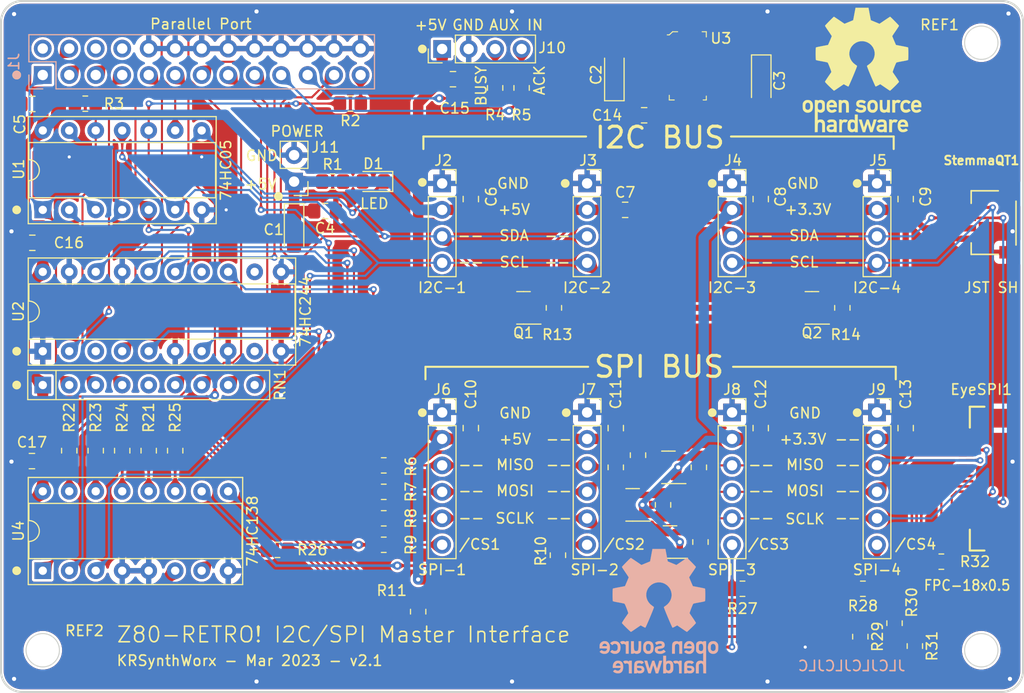
<source format=kicad_pcb>
(kicad_pcb (version 20211014) (generator pcbnew)
  (title_block (title "I2C/SPI-Adapter") (date "2023-03-17") (rev "2.1") (company "KRSynthWorx") (comment 1 "Z80-Retro! Parallel Port to I2C/SPI Master Interface"))
  (layers (0 "F.Cu" signal) (31 "B.Cu" signal) (34 "B.Paste" user) (35 "F.Paste" user) (36 "B.SilkS" user "B.Silkscreen") (37 "F.SilkS" user "F.Silkscreen") (38 "B.Mask" user) (39 "F.Mask" user) (44 "Edge.Cuts" user))
  (net 0 "")
  (net 1 "+5V")
  (net 2 "GND")
  (net 3 "Net-(D1-Pad1)")
  (net 4 "Net-(D1-Pad2)")
  (net 7 "/D2")
  (net 9 "/D3")
  (net 10 "/D4")
  (net 11 "/D5")
  (net 12 "/D6")
  (net 13 "/ACK")
  (net 14 "/BUSY")
  (net 15 "/PAPER")
  (net 16 "/RNP2")
  (net 17 "/RNP8")
  (net 18 "/SCLK")
  (net 19 "/MISO")
  (net 20 "/MOSI")
  (net 21 "/~{CS1}")
  (net 22 "/~{CS2}")
  (net 23 "/~{CS3}")
  (net 24 "/~{CS4}")
  (net 25 "Net-(J10-Pad3)")
  (net 26 "Net-(J10-Pad4)")
  (net 27 "+3V3")
  (net 28 "Net-(R7-Pad1)")
  (net 29 "Net-(R8-Pad1)")
  (net 31 "/SCLK3V")
  (net 37 "/MOSI3V")
  (net 38 "/MISO3V")
  (net 39 "/SDA3V")
  (net 40 "/SCL3V")
  (net 41 "/~{CS5}")
  (net 42 "/TSCS")
  (net 43 "/CARDCS")
  (net 44 "/STATUS")
  (net 45 "/ERROR")
  (net 46 "Net-(R9-Pad1)")
  (net 47 "/~{CS3}-3V")
  (net 48 "/~{CS4}-3V")
  (net 49 "/TFTDC")
  (net 50 "Net-(R10-Pad1)")
  (net 51 "/~{CS6}")
  (net 52 "/RNP9")
  (net 53 "/~{CS7}")
  (net 54 "/~{CS8}")
  (net 55 "/RNP5")
  (net 57 "/TFTCS")
  (net 61 "/D1")
  (net 62 "/D0")
  (net 63 "/RNP4")
  (net 64 "/RNP3")
  (net 65 "/D7")
  (net 66 "/MEM_CS")
  (net 67 "Net-(R6-Pad2)")
  (net 68 "Net-(R11-Pad1)")
  (footprint "Resistor_SMD:R_0805_2012Metric_Pad1.20x1.40mm_HandSolder" (layer "F.Cu") (at 96.54 103.148 90)
    (fp_text reference "R22")
    (fp_text value "2K7")
  )
  (footprint "Resistor_SMD:R_0805_2012Metric_Pad1.20x1.40mm_HandSolder" (layer "F.Cu") (at 143.017 89.4435 90)
    (fp_text reference "R13")
    (fp_text value "10K")
  )
  (footprint "Connector_PinHeader_2.54mm:PinHeader_1x02_P2.54mm_Vertical" (layer "F.Cu") (at 118.1 77.3275 180)
    (fp_text reference "J11")
    (fp_text value "+5V")
  )
  (footprint "Connector_PinHeader_2.54mm:PinHeader_1x04_P2.54mm_Vertical" (layer "F.Cu") (at 132.3 64.6 90)
    (fp_text reference "J10")
    (fp_text value "AUX IN")
  )
  (footprint "Resistor_THT:R_Array_SIP9" (layer "F.Cu") (at 94 96.85)
    (fp_text reference "RN1")
    (fp_text value "10k")
  )
  (footprint "Capacitor_SMD:C_0805_2012Metric_Pad1.18x1.45mm_HandSolder" (layer "F.Cu") (at 92.9625 104.148 180)
    (fp_text reference "C17")
    (fp_text value "0.1uF")
  )
  (footprint "Resistor_SMD:R_0805_2012Metric_Pad1.20x1.40mm_HandSolder" (layer "F.Cu") (at 126.7 109.64)
    (fp_text reference "R8")
    (fp_text value "330")
  )
  (footprint "Resistor_SMD:R_0805_2012Metric_Pad1.20x1.40mm_HandSolder" (layer "F.Cu") (at 177.63 121.898 90)
    (fp_text reference "R31")
    (fp_text value "4K7")
  )
  (footprint "Connector_PinSocket_2.54mm:PinSocket_1x06_P2.54mm_Vertical" (layer "F.Cu") (at 160.1 99.48)
    (fp_text reference "J8")
    (fp_text value "SPI-3")
  )
  (footprint "Capacitor_Tantalum_SMD:CP_EIA-3216-10_Kemet-I_Pad1.58x1.35mm_HandSolder" (layer "F.Cu") (at 162.9 67.6575 -90)
    (fp_text reference "C3")
    (fp_text value "10uF")
  )
  (footprint "Resistor_SMD:R_0805_2012Metric_Pad1.20x1.40mm_HandSolder" (layer "F.Cu") (at 104.16 103.148 90)
    (fp_text reference "R21")
    (fp_text value "2K7")
  )
  (footprint "Capacitor_Tantalum_SMD:CP_EIA-3216-10_Kemet-I_Pad1.58x1.35mm_HandSolder" (layer "F.Cu") (at 148.8125 67.0825 90)
    (fp_text reference "C2")
    (fp_text value "10uF")
  )
  (footprint "Resistor_SMD:R_0805_2012Metric_Pad1.20x1.40mm_HandSolder" (layer "F.Cu") (at 101.62 103.148 90)
    (fp_text reference "R24")
    (fp_text value "2K7")
  )
  (footprint "Connector_PinSocket_2.54mm:PinSocket_1x04_P2.54mm_Vertical" (layer "F.Cu") (at 160.1 77.5)
    (fp_text reference "J4")
    (fp_text value "I2C-3")
  )
  (footprint "Resistor_SMD:R_0805_2012Metric_Pad1.20x1.40mm_HandSolder" (layer "F.Cu") (at 99.08 103.148 90)
    (fp_text reference "R23")
    (fp_text value "2K7")
  )
  (footprint "Resistor_SMD:R_0805_2012Metric_Pad1.20x1.40mm_HandSolder" (layer "F.Cu") (at 175.681 119.703 -90)
    (fp_text reference "R30")
    (fp_text value "4K7")
  )
  (footprint "Connector_PinSocket_2.54mm:PinSocket_1x04_P2.54mm_Vertical" (layer "F.Cu") (at 132.3 77.5)
    (fp_text reference "J2")
    (fp_text value "I2C-1")
  )
  (footprint "Capacitor_SMD:C_0805_2012Metric_Pad1.18x1.45mm_HandSolder" (layer "F.Cu") (at 149.85 80.04)
    (fp_text reference "C7")
    (fp_text value "0.1uF")
  )
  (footprint "Resistor_SMD:R_0805_2012Metric_Pad1.20x1.40mm_HandSolder" (layer "F.Cu") (at 121.8 77.3275)
    (fp_text reference "R1")
    (fp_text value "680")
  )
  (footprint "Connector_PinSocket_2.54mm:PinSocket_1x06_P2.54mm_Vertical" (layer "F.Cu") (at 132.3 99.48)
    (fp_text reference "J6")
    (fp_text value "SPI-1")
  )
  (footprint "Package_TO_SOT_SMD:SOT-23" (layer "F.Cu") (at 154.1535 111.916 180)
    (fp_text reference "Q5" hide)
    (fp_text value "BSS138")
  )
  (footprint "Resistor_SMD:R_0805_2012Metric_Pad1.20x1.40mm_HandSolder" (layer "F.Cu") (at 126.7 107.1)
    (fp_text reference "R7")
    (fp_text value "330")
  )
  (footprint "Capacitor_SMD:C_0805_2012Metric_Pad1.18x1.45mm_HandSolder" (layer "F.Cu") (at 135.05 100.9825 90)
    (fp_text reference "C10")
    (fp_text value "0.1uF")
  )
  (footprint "Resistor_SMD:R_0805_2012Metric_Pad1.20x1.40mm_HandSolder" (layer "F.Cu") (at 153.483 108.35 90)
    (fp_text reference "R18" hide)
    (fp_text value "10K")
  )
  (footprint "Resistor_SMD:R_0805_2012Metric_Pad1.20x1.40mm_HandSolder" (layer "F.Cu") (at 151.2535 114.505 90)
    (fp_text reference "R19" hide)
    (fp_text value "10K")
  )
  (footprint "Resistor_SMD:R_0805_2012Metric_Pad1.20x1.40mm_HandSolder" (layer "F.Cu") (at 148.95 104.75 -90)
    (fp_text reference "R17" hide)
    (fp_text value "10K")
  )
  (footprint "Package_DIP:DIP-14_W7.62mm_Socket" (layer "F.Cu") (at 94 80.04 90)
    (fp_text reference "U1")
    (fp_text value "74HC05")
  )
  (footprint "Resistor_SMD:R_0805_2012Metric_Pad1.20x1.40mm_HandSolder" (layer "F.Cu") (at 139.92 68.3375 90)
    (fp_text reference "R5")
    (fp_text value "330")
  )
  (footprint "Capacitor_SMD:C_0805_2012Metric_Pad1.18x1.45mm_HandSolder" (layer "F.Cu") (at 162.85 79.0025 90)
    (fp_text reference "C8")
    (fp_text value "0.1uF")
  )
  (footprint "Connector_PinSocket_2.54mm:PinSocket_1x04_P2.54mm_Vertical" (layer "F.Cu") (at 146.2 77.5)
    (fp_text reference "J3")
    (fp_text value "I2C-2")
  )
  (footprint "Capacitor_SMD:C_0805_2012Metric_Pad1.18x1.45mm_HandSolder" (layer "F.Cu") (at 162.85 100.9825 90)
    (fp_text reference "C12")
    (fp_text value "0.1uF")
  )
  (footprint "Capacitor_SMD:C_0805_2012Metric_Pad1.18x1.45mm_HandSolder" (layer "F.Cu") (at 135.05 79.0025 90)
    (fp_text reference "C6")
    (fp_text value "0.1uF")
  )
  (footprint "Resistor_SMD:R_0805_2012Metric_Pad1.20x1.40mm_HandSolder" (layer "F.Cu") (at 151.082 103.58 -90)
    (fp_text reference "R15" hide)
    (fp_text value "10K")
  )
  (footprint "Capacitor_SMD:C_0805_2012Metric_Pad1.18x1.45mm_HandSolder" (layer "F.Cu") (at 121.07 80.15)
    (fp_text reference "C4")
    (fp_text value "0.1uF")
  )
  (footprint "Resistor_SMD:R_0805_2012Metric_Pad1.20x1.40mm_HandSolder" (layer "F.Cu") (at 116.51 112.67)
    (fp_text reference "R26")
    (fp_text value "2K7")
  )
  (footprint "Resistor_SMD:R_0805_2012Metric_Pad1.20x1.40mm_HandSolder" (layer "F.Cu") (at 130 118.598 -90)
    (fp_text reference "R11")
    (fp_text value "330")
  )
  (footprint "Resistor_SMD:R_0805_2012Metric_Pad1.20x1.40mm_HandSolder" (layer "F.Cu") (at 180.17 113.8 180)
    (fp_text reference "R32")
    (fp_text value "4K7")
  )
  (footprint "Resistor_SMD:R_0805_2012Metric_Pad1.20x1.40mm_HandSolder" (layer "F.Cu") (at 106.7 103.148 90)
    (fp_text reference "R25")
    (fp_text value "2K7")
  )
  (footprint "Capacitor_Tantalum_SMD:CP_EIA-3216-10_Kemet-I_Pad1.58x1.35mm_HandSolder" (layer "F.Cu") (at 118.1 81.9375 -90)
    (fp_text reference "C1")
    (fp_text value "10uF")
  )
  (footprint "Fiducial:Fiducial_0.5mm_Mask1.5mm" (layer "F.Cu") (at 180 64)
    (fp_text reference "REF1")
    (fp_text value "Fiducial_0.5mm_Mask1.5mm")
  )
  (footprint "LED_SMD:LED_0805_2012Metric_Pad1.15x1.40mm_HandSolder" (layer "F.Cu") (at 125.7 77.315 180)
    (fp_text reference "D1")
    (fp_text value "20mA 120°")
  )
  (footprint "Fiducial:Fiducial_0.5mm_Mask1.5mm" (layer "F.Cu") (at 98 122.3)
    (fp_text reference "REF2")
    (fp_text value "Fiducial_0.5mm_Mask1.5mm")
  )
  (footprint "Capacitor_SMD:C_0805_2012Metric_Pad1.18x1.45mm_HandSolder" (layer "F.Cu") (at 176.75 100.9825 90)
    (fp_text reference "C13")
    (fp_text value "0.1uF")
  )
  (footprint "Resistor_SMD:R_0805_2012Metric_Pad1.20x1.40mm_HandSolder" (layer "F.Cu") (at 157.0695 111.916 90)
    (fp_text reference "R20" hide)
    (fp_text value "10K")
  )
  (footprint "Package_TO_SOT_SMD:SOT-23" (layer "F.Cu") (at 167.7605 89.4435 180)
    (fp_text reference "Q2")
    (fp_text value "BSS138")
  )
  (footprint "Symbol:OSHW-Logo_11.4x12mm_SilkScreen" (layer "F.Cu") (at 172.55 66.61)
    (fp_text reference "REF**" hide)
    (fp_text value "OSHW-Logo_11.4x12mm_SilkScreen" hide)
  )
  (footprint "Resistor_SMD:R_0805_2012Metric_Pad1.20x1.40mm_HandSolder" (layer "F.Cu") (at 156.917 104.75 90)
    (fp_text reference "R16" hide)
    (fp_text value "10K")
  )
  (footprint "Resistor_SMD:R_0805_2012Metric_Pad1.20x1.40mm_HandSolder" (layer "F.Cu") (at 137.38 68.3375 90)
    (fp_text reference "R4")
    (fp_text value "330")
  )
  (footprint "Resistor_SMD:R_0805_2012Metric_Pad1.20x1.40mm_HandSolder" (layer "F.Cu") (at 161.1 116.4)
    (fp_text reference "R27")
    (fp_text value "4K7")
  )
  (footprint "Capacitor_SMD:C_0805_2012Metric_Pad1.18x1.45mm_HandSolder" (layer "F.Cu") (at 148.95 100.9825 90)
    (fp_text reference "C11")
    (fp_text value "0.1uF")
  )
  (footprint "Resistor_SMD:R_0805_2012Metric_Pad1.20x1.40mm_HandSolder" (layer "F.Cu") (at 172.4 120.998 -90)
    (fp_text reference "R29")
    (fp_text value "4K7")
  )
  (footprint "Resistor_SMD:R_0805_2012Metric_Pad1.20x1.40mm_HandSolder" (layer "F.Cu") (at 126.7 104.56 180)
    (fp_text reference "R6")
    (fp_text value "330")
  )
  (footprint "Package_DIP:DIP-16_W7.62mm_Socket" (layer "F.Cu") (at 94 114.668 90)
    (fp_text reference "U4")
    (fp_text value "74HC138")
  )
  (footprint "Package_DIP:DIP-20_W7.62mm_Socket" (layer "F.Cu") (at 94 93.606592 90)
    (fp_text reference "U2")
    (fp_text value "74HC244")
  )
  (footprint "i2c-adapter:SOT-223" (layer "F.Cu") (at 155.856 66.22 -90)
    (fp_text reference "U3")
    (fp_text value "LM1117-3.3")
  )
  (footprint "Resistor_SMD:R_0805_2012Metric_Pad1.20x1.40mm_HandSolder" (layer "F.Cu") (at 126.7 112.18)
    (fp_text reference "R9")
    (fp_text value "330")
  )
  (footprint "Resistor_SMD:R_0805_2012Metric_Pad1.20x1.40mm_HandSolder" (layer "F.Cu") (at 170.6765 89.4435 90)
    (fp_text reference "R14")
    (fp_text value "10K")
  )
  (footprint "Capacitor_SMD:C_0805_2012Metric_Pad1.18x1.45mm_HandSolder" (layer "F.Cu") (at 133.3375 67.5)
    (fp_text reference "C15")
    (fp_text value "0.1uF")
  )
  (footprint "Resistor_SMD:R_0805_2012Metric_Pad1.20x1.40mm_HandSolder" (layer "F.Cu") (at 172.648 116.4 180)
    (fp_text reference "R28")
    (fp_text value "4K7")
  )
  (footprint "Capacitor_SMD:C_0805_2012Metric_Pad1.18x1.45mm_HandSolder" (layer "F.Cu") (at 176.75 79.0025 90)
    (fp_text reference "C9")
    (fp_text value "0.1uF")
  )
  (footprint "Resistor_SMD:R_0805_2012Metric_Pad1.20x1.40mm_HandSolder" (layer "F.Cu") (at 123.5 69.8375 180)
    (fp_text reference "R2")
    (fp_text value "330")
  )
  (footprint "i2c-adapter:EYE_SPI_DISPLAY_BOTCONTACT" (layer "F.Cu") (at 183.7 105.83 90)
    (fp_text reference "EyeSPI1")
    (fp_text value "FPC-18x0.5")
  )
  (footprint "Connector_PinSocket_2.54mm:PinSocket_1x06_P2.54mm_Vertical" (layer "F.Cu") (at 146.2 99.48)
    (fp_text reference "J7")
    (fp_text value "SPI-2")
  )
  (footprint "Resistor_SMD:R_0805_2012Metric_Pad1.20x1.40mm_HandSolder" (layer "F.Cu") (at 143.403 113.18 90)
    (fp_text reference "R10")
    (fp_text value "330")
  )
  (footprint "Connector_PinSocket_2.54mm:PinSocket_1x06_P2.54mm_Vertical" (layer "F.Cu") (at 174 99.48)
    (fp_text reference "J9")
    (fp_text value "SPI-4")
  )
  (footprint "Capacitor_SMD:C_0805_2012Metric_Pad1.18x1.45mm_HandSolder" (layer "F.Cu") (at 93 83.2 180)
    (fp_text reference "C16")
    (fp_text value "0.1uF")
  )
  (footprint "Package_TO_SOT_SMD:SOT-23" (layer "F.Cu") (at 150.567 108.35 180)
    (fp_text reference "Q4" hide)
    (fp_text value "BSS138")
  )
  (footprint "Resistor_SMD:R_0805_2012Metric_Pad1.20x1.40mm_HandSolder" (layer "F.Cu") (at 98.08 69.85)
    (fp_text reference "R3")
    (fp_text value "330")
  )
  (footprint "Capacitor_SMD:C_0805_2012Metric_Pad1.18x1.45mm_HandSolder" (layer "F.Cu") (at 151.6685 70.961773 180)
    (fp_text reference "C14")
    (fp_text value "0.1uF")
  )
  (footprint "Connector_PinSocket_2.54mm:PinSocket_1x04_P2.54mm_Vertical" (layer "F.Cu") (at 174 77.5)
    (fp_text reference "J5")
    (fp_text value "I2C-4")
  )
  (footprint "Capacitor_SMD:C_0805_2012Metric_Pad1.18x1.45mm_HandSolder" (layer "F.Cu") (at 93 69.8755 180)
    (fp_text reference "C5")
    (fp_text value "0.1uF")
  )
  (footprint "i2c-adapter:JST_SH4" (layer "F.Cu") (at 185.245 81.31 90)
    (fp_text reference "StemmaQT1")
    (fp_text value "JST SH")
  )
  (footprint "Package_TO_SOT_SMD:SOT-23" (layer "F.Cu") (at 154 104.75 180)
    (fp_text reference "Q3" hide)
    (fp_text value "BSS138")
  )
  (footprint "Package_TO_SOT_SMD:SOT-23" (layer "F.Cu") (at 140.101 89.4435 180)
    (fp_text reference "Q1")
    (fp_text value "BSS138")
  )
  (footprint "Symbol:OSHW-Logo_11.4x12mm_SilkScreen" (layer "B.Cu") (at 153.1 118.544 180)
    (fp_text reference "REF**" hide)
    (fp_text value "OSHW-Logo_11.4x12mm_SilkScreen" hide)
  )
  (footprint "i2c-adapter:PinSocket_2x13_P2.54mm_Vertical" (layer "B.Cu") (at 94 67.1 -90)
    (fp_text reference "J1")
    (fp_text value "Conn_02x13_Top_Bottom")
  )
  (gr_circle (center 91.5 67.1) (end 91.860555 67.1) (layer "B.SilkS") (width 0.12) (fill solid))
  (gr_line (start 130.5 73) (end 146.1 73) (layer "F.SilkS") (width 0.2))
  (gr_circle (center 144.2 99.5) (end 144.560555 99.5) (layer "F.SilkS") (width 0.12) (fill solid))
  (gr_circle (center 172.1 99.5) (end 172.460555 99.5) (layer "F.SilkS") (width 0.12) (fill solid))
  (gr_line (start 130.5 73) (end 130.5 74.2) (layer "F.SilkS") (width 0.2))
  (gr_line (start 175.8 95.1) (end 175.8 96.3) (layer "F.SilkS") (width 0.2))
  (gr_circle (center 91.5 114.668) (end 91.860555 114.668) (layer "F.SilkS") (width 0.12) (fill solid))
  (gr_circle (center 130.4 99.5) (end 130.760555 99.5) (layer "F.SilkS") (width 0.12) (fill solid))
  (gr_line (start 130.7 95.1) (end 130.7 96.3) (layer "F.SilkS") (width 0.2))
  (gr_circle (center 158.2 99.5) (end 158.560555 99.5) (layer "F.SilkS") (width 0.12) (fill solid))
  (gr_circle (center 91.5 80.04) (end 91.860555 80.04) (layer "F.SilkS") (width 0.12) (fill solid))
  (gr_line (start 130.7 95.1) (end 146.3 95.1) (layer "F.SilkS") (width 0.2))
  (gr_circle (center 158.2 77.5) (end 158.560555 77.5) (layer "F.SilkS") (width 0.12) (fill solid))
  (gr_line (start 160.2 95.1) (end 175.8 95.1) (layer "F.SilkS") (width 0.2))
  (gr_circle (center 130.4 77.4) (end 130.760555 77.4) (layer "F.SilkS") (width 0.12) (fill solid))
  (gr_circle (center 172.1 77.5) (end 172.460555 77.5) (layer "F.SilkS") (width 0.12) (fill solid))
  (gr_circle (center 91.5 93.606592) (end 91.860555 93.606592) (layer "F.SilkS") (width 0.12) (fill solid))
  (gr_circle (center 116.6 78.7375) (end 116.960555 78.7375) (layer "F.SilkS") (width 0.12) (fill solid))
  (gr_line (start 175.6 73) (end 175.6 74.2) (layer "F.SilkS") (width 0.2))
  (gr_circle (center 144.1 77.5) (end 144.460555 77.5) (layer "F.SilkS") (width 0.12) (fill solid))
  (gr_line (start 160 73) (end 175.6 73) (layer "F.SilkS") (width 0.2))
  (gr_circle (center 91.5 96.85) (end 91.860555 96.85) (layer "F.SilkS") (width 0.12) (fill solid))
  (gr_circle (center 130.4 64.6) (end 130.760555 64.6) (layer "F.SilkS") (width 0.12) (fill solid))
  (gr_circle (center 91.5 67.1) (end 91.860555 67.1) (layer "F.SilkS") (width 0.12) (fill solid))
  (gr_circle (center 184 64) (end 185.6 64) (layer "Edge.Cuts") (width 0.1) (fill none))
  (gr_line (start 186 126.3) (end 92 126.3) (layer "Edge.Cuts") (width 0.2))
  (gr_line (start 188 62) (end 188 124.3) (layer "Edge.Cuts") (width 0.2))
  (gr_circle (center 184 122.3) (end 185.6 122.3) (layer "Edge.Cuts") (width 0.1) (fill none))
  (gr_arc (start 90 62) (mid 90.585786 60.585786) (end 92 60) (layer "Edge.Cuts") (width 0.2))
  (gr_circle (center 94 122.3) (end 95.6 122.3) (layer "Edge.Cuts") (width 0.1) (fill none))
  (gr_line (start 90 124.3) (end 90 62) (layer "Edge.Cuts") (width 0.2))
  (gr_arc (start 92 126.3) (mid 90.585786 125.714214) (end 90 124.3) (layer "Edge.Cuts") (width 0.2))
  (gr_arc (start 188 124.3) (mid 187.414214 125.714214) (end 186 126.3) (layer "Edge.Cuts") (width 0.2))
  (gr_line (start 92 60) (end 186 60) (layer "Edge.Cuts") (width 0.2))
  (gr_arc (start 186 60) (mid 187.414214 60.585786) (end 188 62) (layer "Edge.Cuts") (width 0.2))
  (gr_text "JLCJLCJLCJLC" (at 171.572661 123.8) (layer "B.SilkS") (effects (font (size 1 1)) (justify mirror)))
  (gr_text "--" (at 171.2 102.0375) (layer "F.SilkS") (effects (font (size 1 1))))
  (gr_text "--" (at 162.9 107) (layer "F.SilkS") (effects (font (size 1 1))))
  (gr_text "SCLK" (at 139.3 109.6375) (layer "F.SilkS") (effects (font (size 1 1))))
  (gr_text "--" (at 135.1 109.6) (layer "F.SilkS") (effects (font (size 1 1))))
  (gr_text "Z80-RETRO! I2C/SPI Master Interface" (at 101 120.8) (layer "F.SilkS") (effects (font (size 1.5 1.5)) (justify left)))
  (gr_text "MOSI" (at 167.1 107) (layer "F.SilkS") (effects (font (size 1 1))))
  (gr_text "+5V" (at 139.3 102.0375) (layer "F.SilkS") (effects (font (size 1 1))))
  (gr_text "+5V" (at 131.2 62.3) (layer "F.SilkS") (effects (font (size 1 1))))
  (gr_text "--" (at 171.2 107) (layer "F.SilkS") (effects (font (size 1 1))))
  (gr_text "Parallel Port" (at 109.162 62.2) (layer "F.SilkS") (effects (font (size 1 1))))
  (gr_text "--" (at 143.5 102.0375) (layer "F.SilkS") (effects (font (size 1 1))))
  (gr_text "--" (at 143.5 107) (layer "F.SilkS") (effects (font (size 1 1))))
  (gr_text "AUX IN" (at 139.4 62.3) (layer "F.SilkS") (effects (font (size 1 1))))
  (gr_text "--" (at 135.1 104.5) (layer "F.SilkS") (effects (font (size 1 1))))
  (gr_text "--  SDA  --" (at 139.2 82.51) (layer "F.SilkS") (effects (font (size 1 1))))
  (gr_text "/CS2" (at 149.76 112.1375) (layer "F.SilkS") (effects (font (size 1 1))))
  (gr_text "GND" (at 139.1 77.5) (layer "F.SilkS") (effects (font (size 1 1))))
  (gr_text "GND" (at 167.1 99.5375) (layer "F.SilkS") (effects (font (size 1 1))))
  (gr_text "/CS4" (at 177.7 112.1375) (layer "F.SilkS") (effects (font (size 1 1))))
  (gr_text "--  SCL  --" (at 139.2 85.05) (layer "F.SilkS") (effects (font (size 1 1))))
  (gr_text "LED" (at 125.8 79.4375) (layer "F.SilkS") (effects (font (size 1 1))))
  (gr_text "--  SDA  --" (at 167 82.51) (layer "F.SilkS") (effects (font (size 1 1))))
  (gr_text "I2C BUS" (at 153.180417 73.1) (layer "F.SilkS") (effects (font (size 2 2) (thickness 0.3))))
  (gr_text "--" (at 171.2 109.6) (layer "F.SilkS") (effects (font (size 1 1))))
  (gr_text "/CS1" (at 135.9 112.1375) (layer "F.SilkS") (effects (font (size 1 1))))
  (gr_text "--  SCL  --" (at 167 85.05) (layer "F.SilkS") (effects (font (size 1 1))))
  (gr_text "--" (at 143.5 104.5) (layer "F.SilkS") (effects (font (size 1 1))))
  (gr_text "--" (at 171.2 104.5) (layer "F.SilkS") (effects (font (size 1 1))))
  (gr_text "MISO" (at 139.3 104.5) (layer "F.SilkS") (effects (font (size 1 1))))
  (gr_text "+5V" (at 114.9 77.575) (layer "F.SilkS") (effects (font (size 1 1))))
  (gr_text "GND" (at 115 74.8375) (layer "F.SilkS") (effects (font (size 1 1))))
  (gr_text "MOSI" (at 139.3 107) (layer "F.SilkS") (effects (font (size 1 1))))
  (gr_text "GND" (at 139.3 99.5375) (layer "F.SilkS") (effects (font (size 1 1))))
  (gr_text "--" (at 135.1 107) (layer "F.SilkS") (effects (font (size 1 1))))
  (gr_text "GND" (at 134.8 62.3) (layer "F.SilkS") (effects (font (size 1 1))))
  (gr_text "GND" (at 166.9 77.5) (layer "F.SilkS") (effects (font (size 1 1))))
  (gr_text "--" (at 143.5 109.6) (layer "F.SilkS") (effects (font (size 1 1))))
  (gr_text "POWER" (at 118.4 72.5) (layer "F.SilkS") (effects (font (size 1 1))))
  (gr_text "MISO" (at 167.1 104.5) (layer "F.SilkS") (effects (font (size 1 1))))
  (gr_text "--" (at 162.9 109.6) (layer "F.SilkS") (effects (font (size 1 1))))
  (gr_text "+3.3V" (at 166.9 102.0375) (layer "F.SilkS") (effects (font (size 1 1))))
  (gr_text "KRSynthWorx - Mar 2023 - v2.1" (at 101 123.3) (layer "F.SilkS") (effects (font (size 1 1)) (justify left)))
  (gr_text "--" (at 162.9 104.5) (layer "F.SilkS") (effects (font (size 1 1))))
  (gr_text "SPI BUS" (at 153.1 95.1) (layer "F.SilkS") (effects (font (size 2 2) (thickness 0.3))))
  (gr_text "/CS3" (at 163.6 112.1375) (layer "F.SilkS") (effects (font (size 1 1))))
  (gr_text "BUSY" (at 136.04 68.1375 90) (layer "F.SilkS") (effects (font (size 1 1))))
  (gr_text "ACK" (at 141.632 67.6 90) (layer "F.SilkS") (effects (font (size 1 1))))
  (gr_text "+5V" (at 139.2 80) (layer "F.SilkS") (effects (font (size 1 1))))
  (gr_text " +3.3V" (at 167 80) (layer "F.SilkS") (effects (font (size 1 1))))
  (gr_text "SCLK" (at 167.1 109.7) (layer "F.SilkS") (effects (font (size 1 1))))
  (segment (start 94 85.986592) (end 92.262 87.724592) (width 1) (layer "F.Cu") (net 1))
  (segment (start 130 100.28) (end 130 69.8) (width 1) (layer "F.Cu") (net 1))
  (segment (start 104.593 116.775) (end 106.7 114.668) (width 1) (layer "F.Cu") (net 1))
  (segment (start 150.522 102.02) (end 131.74 102.02) (width 1) (layer "F.Cu") (net 1))
  (segment (start 94.0375 72.344502) (end 92.262 74.120002) (width 1) (layer "F.Cu") (net 1))
  (segment (start 94 107.048) (end 91.905 109.143) (width 1) (layer "F.Cu") (net 1))
  (segment (start 92.262 74.120002) (end 92.262 81.54) (width 1) (layer "F.Cu") (net 1))
  (segment (start 92.262 81.54) (end 94 81.54) (width 1) (layer "F.Cu") (net 1))
  (segment (start 118.1 77.3275) (end 118.1 80.5) (width 1) (layer "F.Cu") (net 1))
  (segment (start 130 80.04) (end 148.8125 80.04) (width 1) (layer "F.Cu") (net 1))
  (segment (start 130 69.8) (end 132.3 67.5) (width 1) (layer "F.Cu") (net 1))
  (segment (start 91.905 116.775) (end 104.593 116.775) (width 1) (layer "F.Cu") (net 1))
  (segment (start 91.905 109.143) (end 91.905 116.775) (width 1) (layer "F.Cu") (net 1))
  (segment (start 148.8125 80.04) (end 148.8125 68.52) (width 1) (layer "F.Cu") (net 1))
  (segment (start 94.0375 69.8755) (end 94.0375 72.344502) (width 1) (layer "F.Cu") (net 1))
  (segment (start 92.262 87.724592) (end 92.262 95.112) (width 1) (layer "F.Cu") (net 1))
  (segment (start 131.74 102.02) (end 130 100.28) (width 1) (layer "F.Cu") (net 1))
  (segment (start 132.3 67.5) (end 132.3 64.6) (width 1) (layer "F.Cu") (net 1))
  (segment (start 94 81.54) (end 94 85.986592) (width 1) (layer "F.Cu") (net 1))
  (segment (start 130 115.505) (end 151.2535 115.505) (width 1) (layer "F.Cu") (net 1))
  (segment (start 118.1 80.15) (end 120.003842 80.15) (width 1) (layer "F.Cu") (net 1))
  (segment (start 120.8 77.3275) (end 118.1 77.3275) (width 1) (layer "F.Cu") (net 1))
  (segment (start 94 96.85) (end 94 107.048) (width 1) (layer "F.Cu") (net 1))
  (segment (start 92.262 95.112) (end 94 96.85) (width 1) (layer "F.Cu") (net 1))
  (segment (start 152.706 68.52) (end 152.706 70.951786) (width 1) (layer "F.Cu") (net 1))
  (segment (start 148.8125 68.52) (end 152.706 68.52) (width 1) (layer "F.Cu") (net 1))
  (segment (start 148.95 102.02) (end 148.95 103.75) (width 1) (layer "F.Cu") (net 1))
  (segment (start 151.082 102.58) (end 150.522 102.02) (width 1) (layer "F.Cu") (net 1))
  (via (at 130 115.505) (size 0.8) (drill 0.4) (layers "F.Cu" "B.Cu") (net 1))
  (segment (start 130 115.505) (end 130 104.32) (width 1) (layer "B.Cu") (net 1))
  (segment (start 94 72.42) (end 95.5 70.92) (width 1) (layer "B.Cu") (net 1))
  (segment (start 130 80.04) (end 132.3 80.04) (width 1) (layer "B.Cu") (net 1))
  (segment (start 130 104.32) (end 132.3 102.02) (width 1) (layer "B.Cu") (net 1))
  (segment (start 95.5 70.92) (end 111.4825 70.92) (width 1) (layer "B.Cu") (net 1))
  (segment (start 111.4825 70.92) (end 117.89 77.3275) (width 1) (layer "B.Cu") (net 1))
  (segment (start 127.2875 77.3275) (end 130 80.04) (width 1) (layer "B.Cu") (net 1))
  (segment (start 117.89 77.3275) (end 127.2875 77.3275) (width 1) (layer "B.Cu") (net 1))
  (via (at 167.116 121.998) (size 0.6) (drill 0.3) (layers "F.Cu" "B.Cu") (net 2))
  (via (at 163.5 61) (size 0.8) (drill 0.4) (layers "F.Cu" "B.Cu") (net 2))
  (via (at 91.25 125.05) (size 0.8) (drill 0.4) (layers "F.Cu" "B.Cu") (net 2))
  (via (at 116.86 97.82) (size 0.8) (drill 0.4) (layers "F.Cu" "B.Cu") (net 2))
  (via (at 111.59 80.04) (size 0.6) (drill 0.3) (layers "F.Cu" "B.Cu") (net 2))
  (via (at 139 61) (size 0.8) (drill 0.4) (layers "F.Cu" "B.Cu") (net 2))
  (via (at 186.60906 61.2) (size 0.8) (drill 0.4) (layers "F.Cu" "B.Cu") (net 2))
  (via (at 109.24 74.96) (size 0.6) (drill 0.3) (layers "F.Cu" "B.Cu") (net 2))
  (via (at 163.5 125.3) (size 0.8) (drill 0.4) (layers "F.Cu" "B.Cu") (net 2))
  (via (at 186.75 125.05) (size 0.8) (drill 0.4) (layers "F.Cu" "B.Cu") (net 2))
  (via (at 187 104.2) (size 0.8) (drill 0.4) (layers "F.Cu" "B.Cu") (net 2))
  (via (at 96.54 74.96) (size 0.6) (drill 0.3) (layers "F.Cu" "B.Cu") (net 2))
  (via (at 114.5 125.3) (size 0.8) (drill 0.4) (layers "F.Cu" "B.Cu") (net 2))
  (via (at 187 82.1) (size 0.8) (drill 0.4) (layers "F.Cu" "B.Cu") (net 2))
  (via (at 91 82.1) (size 0.8) (drill 0.4) (layers "F.Cu" "B.Cu") (net 2))
  (via (at 91 104.2) (size 0.8) (drill 0.4) (layers "F.Cu" "B.Cu") (net 2))
  (via (at 114.5 61) (size 0.8) (drill 0.4) (layers "F.Cu" "B.Cu") (net 2))
  (via (at 139 125.3) (size 0.8) (drill 0.4) (layers "F.Cu" "B.Cu") (net 2))
  (via (at 91.25 61.25) (size 0.8) (drill 0.4) (layers "F.Cu" "B.Cu") (net 2))
  (segment (start 123.7075 80.3325) (end 126.725 77.315) (width 0.25) (layer "F.Cu") (net 3))
  (via (at 123.7075 80.3325) (size 0.6) (drill 0.3) (layers "F.Cu" "B.Cu") (net 3))
  (segment (start 110.614314 74.36) (end 101.02 74.36) (width 0.2) (layer "B.Cu") (net 3))
  (segment (start 97.64 81.14) (end 100.52 81.14) (width 0.2) (layer "B.Cu") (net 3))
  (segment (start 115.131814 78.8775) (end 110.614314 74.36) (width 0.2) (layer "B.Cu") (net 3))
  (segment (start 123.7075 80.3325) (end 122.2525 78.8775) (width 0.2) (layer "B.Cu") (net 3))
  (segment (start 96.54 80.04) (end 97.64 81.14) (width 0.2) (layer "B.Cu") (net 3))
  (segment (start 101.02 79.44) (end 101.62 80.04) (width 0.2) (layer "B.Cu") (net 3))
  (segment (start 100.52 81.14) (end 101.62 80.04) (width 0.2) (layer "B.Cu") (net 3))
  (segment (start 101.02 74.36) (end 101.02 79.44) (width 0.2) (layer "B.Cu") (net 3))
  (segment (start 122.2525 78.8775) (end 115.131814 78.8775) (width 0.2) (layer "B.Cu") (net 3))
  (segment (start 122.8125 77.315) (end 124.675 77.315) (width 0.2) (layer "F.Cu") (net 4))
  (segment (start 100.35 68.37) (end 101.62 67.1) (width 0.2) (layer "F.Cu") (net 7))
  (segment (start 100.35 89.796592) (end 100.35 68.37) (width 0.2) (layer "F.Cu") (net 7))
  (via (at 100.35 89.796592) (size 0.6) (drill 0.3) (layers "F.Cu" "B.Cu") (net 7))
  (segment (start 100.35 89.796592) (end 96.54 93.606592) (width 0.2) (layer "B.Cu") (net 7))
  (segment (start 105.43 68.37) (end 105.43 76.874365) (width 0.2) (layer "F.Cu") (net 9))
  (segment (start 104.16 67.1) (end 105.43 68.37) (width 0.2) (layer "F.Cu") (net 9))
  (segment (start 105.43 89.796592) (end 101.62 93.606592) (width 0.2) (layer "F.Cu") (net 9))
  (segment (start 105.43 83.205635) (end 105.43 89.796592) (width 0.2) (layer "F.Cu") (net 9))
  (segment (start 107.97 80.665635) (end 105.43 83.205635) (width 0.2) (layer "F.Cu") (net 9))
  (segment (start 107.97 79.414365) (end 107.97 80.665635) (width 0.2) (layer "F.Cu") (net 9))
  (segment (start 105.43 76.874365) (end 107.97 79.414365) (width 0.2) (layer "F.Cu") (net 9))
  (segment (start 96.084365 97.95) (end 95.27 98.764365) (width 0.2) (layer "F.Cu") (net 10))
  (segment (start 106.7 67.1) (end 107.97 68.37) (width 0.2) (layer "F.Cu") (net 10))
  (segment (start 95.27 113.398) (end 94 114.668) (width 0.2) (layer "F.Cu") (net 10))
  (segment (start 107.97 76.96) (end 110.51 79.5) (width 0.2) (layer "F.Cu") (net 10))
  (segment (start 95.27 98.764365) (end 95.27 113.398) (width 0.2) (layer "F.Cu") (net 10))
  (segment (start 107.97 96.56) (end 107.97 97.135635) (width 0.2) (layer "F.Cu") (net 10))
  (segment (start 107.97 97.135635) (end 107.155635 97.95) (width 0.2) (layer "F.Cu") (net 10))
  (segment (start 110.51 79.5) (end 110.51 94.02) (width 0.2) (layer "F.Cu") (net 10))
  (segment (start 110.51 94.02) (end 107.97 96.56) (width 0.2) (layer "F.Cu") (net 10))
  (segment (start 107.155635 97.95) (end 96.084365 97.95) (width 0.2) (layer "F.Cu") (net 10))
  (segment (start 107.97 68.37) (end 107.97 76.96) (width 0.2) (layer "F.Cu") (net 10))
  (segment (start 114.375635 95.106592) (end 115.527 93.955227) (width 0.2) (layer "F.Cu") (net 11))
  (segment (start 113.05 67.456346) (end 113.05 65.83) (width 0.2) (layer "F.Cu") (net 11))
  (segment (start 113.05 65.83) (end 110.51 65.83) (width 0.2) (layer "F.Cu") (net 11))
  (segment (start 110.51 97.82) (end 110.51 96.55) (width 0.2) (layer "F.Cu") (net 11))
  (segment (start 115.527 69.933346) (end 113.05 67.456346) (width 0.2) (layer "F.Cu") (net 11))
  (segment (start 115.527 93.955227) (end 115.527 69.933346) (width 0.2) (layer "F.Cu") (net 11))
  (segment (start 110.51 96.55) (end 111.953408 95.106592) (width 0.2) (layer "F.Cu") (net 11))
  (segment (start 111.953408 95.106592) (end 114.375635 95.106592) (width 0.2) (layer "F.Cu") (net 11))
  (segment (start 110.51 65.83) (end 109.24 67.1) (width 0.2) (layer "F.Cu") (net 11))
  (via (at 110.51 97.82) (size 0.8) (drill 0.4) (layers "F.Cu" "B.Cu") (net 11))
  (segment (start 97.81 97.95) (end 97.81 113.398) (width 0.2) (layer "B.Cu") (net 11))
  (segment (start 110.51 97.82) (end 110.38 97.95) (width 0.2) (layer "B.Cu") (net 11))
  (segment (start 97.81 113.398) (end 96.54 114.668) (width 0.2) (layer "B.Cu") (net 11))
  (segment (start 110.38 97.95) (end 97.81 97.95) (width 0.2) (layer "B.Cu") (net 11))
  (segment (start 121.427 92.1) (end 121.427 83.218986) (width 0.2) (layer "F.Cu") (net 12))
  (segment (start 114.927 70.247) (end 111.78 67.1) (width 0.2) (layer "F.Cu") (net 12))
  (segment (start 114.927 80.04) (end 114.927 70.247) (width 0.2) (layer "F.Cu") (net 12))
  (via (at 114.927 80.04) (size 0.6) (drill 0.3) (layers "F.Cu" "B.Cu") (net 12))
  (via (at 121.427 83.218986) (size 0.6) (drill 0.3) (layers "F.Cu" "B.Cu") (net 12))
  (via (at 121.427 92.1) (size 0.6) (drill 0.3) (layers "F.Cu" "B.Cu") (net 12))
  (segment (start 108.087 105.44) (end 101.62 105.44) (width 0.2) (layer "B.Cu") (net 12))
  (segment (start 100.35 106.71) (end 100.35 113.398) (width 0.2) (layer "B.Cu") (net 12))
  (segment (start 121.427 92.1) (end 108.087 105.44) (width 0.2) (layer "B.Cu") (net 12))
  (segment (start 100.35 113.398) (end 99.08 114.668) (width 0.2) (layer "B.Cu") (net 12))
  (segment (start 114.927 80.04) (end 118.248353 80.04) (width 0.2) (layer "B.Cu") (net 12))
  (segment (start 118.248353 80.04) (end 121.427 83.218986) (width 0.2) (layer "B.Cu") (net 12))
  (segment (start 101.62 105.44) (end 100.35 106.71) (width 0.2) (layer "B.Cu") (net 12))
  (segment (start 138.72 70.5375) (end 139.92 69.3375) (width 0.2) (layer "F.Cu") (net 13))
  (via (at 138.72 70.5375) (size 0.8) (drill 0.4) (layers "F.Cu" "B.Cu") (net 13))
  (segment (start 120.2975 70.5375) (end 116.86 67.1) (width 0.2) (layer "B.Cu") (net 13))
  (segment (start 138.584 70.5375) (end 120.2975 70.5375) (width 0.2) (layer "B.Cu") (net 13))
  (segment (start 132.018714 69.3375) (end 137.38 69.3375) (width 0.2) (layer "F.Cu") (net 14))
  (via (at 132.018714 69.3375) (size 0.8) (drill 0.4) (layers "F.Cu" "B.Cu") (net 14))
  (segment (start 121.6375 69.3375) (end 119.4 67.1) (width 0.2) (layer "B.Cu") (net 14))
  (segment (start 132.018714 69.3375) (end 121.6375 69.3375) (width 0.2) (layer "B.Cu") (net 14))
  (segment (start 118.13 92.336592) (end 118.13 85.145317) (width 0.2) (layer "F.Cu") (net 15))
  (segment (start 119.8025 69.2375) (end 121.94 67.1) (width 0.2) (layer "F.Cu") (net 15))
  (segment (start 116.832 83.847317) (end 116.832 69.88) (width 0.2) (layer "F.Cu") (net 15))
  (segment (start 116.832 69.88) (end 117.4745 69.2375) (width 0.2) (layer "F.Cu") (net 15))
  (segment (start 118.13 85.145317) (end 116.832 83.847317) (width 0.2) (layer "F.Cu") (net 15))
  (segment (start 117.4745 69.2375) (end 119.8025 69.2375) (width 0.2) (layer "F.Cu") (net 15))
  (via (at 118.13 92.336592) (size 0.6) (drill 0.3) (layers "F.Cu" "B.Cu") (net 15))
  (segment (start 118.13 92.336592) (end 110.51 92.336592) (width 0.2) (layer "B.Cu") (net 15))
  (segment (start 110.51 92.336592) (end 109.24 93.606592) (width 0.2) (layer "B.Cu") (net 15))
  (segment (start 95.27 81.31) (end 94 80.04) (width 0.2) (layer "F.Cu") (net 16))
  (segment (start 95.27 95.58) (end 95.27 81.31) (width 0.2) (layer "F.Cu") (net 16))
  (segment (start 96.54 96.85) (end 95.27 95.58) (width 0.2) (layer "F.Cu") (net 16))
  (segment (start 94 67.1) (end 92.73 68.37) (width 0.2) (layer "B.Cu") (net 16))
  (segment (start 97.81 78.77) (end 99.08 80.04) (width 0.2) (layer "B.Cu") (net 16))
  (segment (start 92.73 68.37) (end 92.73 78.77) (width 0.2) (layer "B.Cu") (net 16))
  (segment (start 92.73 78.77) (end 94 80.04) (width 0.2) (layer "B.Cu") (net 16))
  (segment (start 95.27 78.77) (end 97.81 78.77) (width 0.2) (layer "B.Cu") (net 16))
  (segment (start 94 80.04) (end 95.27 78.77) (width 0.2) (layer "B.Cu") (net 16))
  (segment (start 114.54132 95.506592) (end 113.123408 95.506592) (width 0.2) (layer "F.Cu") (net 17))
  (segment (start 119.02 93.002227) (end 117.315635 94.706592) (width 0.2) (layer "F.Cu") (net 17))
  (segment (start 113.123408 95.506592) (end 111.78 96.85) (width 0.2) (layer "F.Cu") (net 17))
  (segment (start 139.1635 89.4435) (end 132.3 82.58) (width 0.25) (layer "F.Cu") (net 17))
  (segment (start 117.315635 94.706592) (end 115.341321 94.706592) (width 0.2) (layer "F.Cu") (net 17))
  (segment (start 115.341321 94.706592) (end 114.54132 95.506592) (width 0.2) (layer "F.Cu") (net 17))
  (segment (start 126.803529 82.58) (end 120.956328 82.58) (width 0.2) (layer "F.Cu") (net 17))
  (segment (start 119.02 84.516328) (end 119.02 93.002227) (width 0.2) (layer "F.Cu") (net 17))
  (segment (start 120.956328 82.58) (end 119.02 84.516328) (width 0.2) (layer "F.Cu") (net 17))
  (via (at 126.803529 82.58) (size 0.6) (drill 0.3) (layers "F.Cu" "B.Cu") (net 17))
  (segment (start 96.54 72.42) (end 97.64 73.52) (width 0.2) (layer "B.Cu") (net 17))
  (segment (start 97.64 73.52) (end 108.14 73.52) (width 0.2) (layer "B.Cu") (net 17))
  (segment (start 126.803529 82.58) (end 122.701029 78.4775) (width 0.2) (layer "B.Cu") (net 17))
  (segment (start 108.14 73.52) (end 109.24 72.42) (width 0.2) (layer "B.Cu") (net 17))
  (segment (start 126.803529 82.58) (end 146.2 82.58) (width 0.2) (layer "B.Cu") (net 17))
  (segment (start 115.2975 78.4775) (end 109.24 72.42) (width 0.2) (layer "B.Cu") (net 17))
  (segment (start 122.701029 78.4775) (end 115.2975 78.4775) (width 0.2) (layer "B.Cu") (net 17))
  (segment (start 148.476 111.916) (end 146.2 109.64) (width 0.6) (layer "F.Cu") (net 18))
  (segment (start 132.3 109.64) (end 127.7 109.64) (width 0.2) (layer "F.Cu") (net 18))
  (segment (start 132.3 109.64) (end 146.2 109.64) (width 0.2) (layer "F.Cu") (net 18))
  (segment (start 153.216 111.916) (end 148.476 111.916) (width 0.6) (layer "F.Cu") (net 18))
  (segment (start 151.2535 113.505) (end 151.2535 111.916) (width 0.6) (layer "F.Cu") (net 18))
  (segment (start 127.699782 104.56) (end 132.3 104.56) (width 0.2) (layer "F.Cu") (net 19))
  (segment (start 146.39 104.75) (end 146.2 104.56) (width 0.2) (layer "F.Cu") (net 19))
  (segment (start 153.0625 104.75) (end 146.39 104.75) (width 0.2) (layer "F.Cu") (net 19))
  (segment (start 132.3 104.56) (end 146.2 104.56) (width 0.2) (layer "F.Cu") (net 19))
  (segment (start 147.55 105.75) (end 146.2 107.1) (width 0.2) (layer "F.Cu") (net 20))
  (segment (start 149.6295 106.4295) (end 148.95 105.75) (width 0.2) (layer "F.Cu") (net 20))
  (segment (start 127.7 107.1) (end 132.3 107.1) (width 0.2) (layer "F.Cu") (net 20))
  (segment (start 132.3 107.1) (end 146.2 107.1) (width 0.2) (layer "F.Cu") (net 20))
  (segment (start 148.95 105.75) (end 147.55 105.75) (width 0.2) (layer "F.Cu") (net 20))
  (segment (start 149.6295 108.35) (end 149.6295 106.4295) (width 0.2) (layer "F.Cu") (net 20))
  (segment (start 132.3 112.18) (end 127.7 112.18) (width 0.2) (layer "F.Cu") (net 21))
  (segment (start 143.403 112.18) (end 146.2 112.18) (width 0.2) (layer "F.Cu") (net 22))
  (segment (start 104.16 104.148) (end 104.16 106.868) (width 0.25) (layer "F.Cu") (net 23))
  (segment (start 96.54 104.148) (end 96.54 106.868) (width 0.25) (layer "F.Cu") (net 24))
  (segment (start 137.38 67.3375) (end 137.38 64.6) (width 0.2) (layer "F.Cu") (net 25))
  (segment (start 139.92 67.3375) (end 139.92 64.6) (width 0.2) (layer "F.Cu") (net 26))
  (segment (start 152.706 66.22) (end 162.8785 66.22) (width 1) (layer "F.Cu") (net 27))
  (segment (start 177.19 101.58) (end 182.546 101.58) (width 0.25) (layer "F.Cu") (net 27))
  (segment (start 153.483 109.3) (end 151.5045 109.3) (width 0.6) (layer "F.Cu") (net 27))
  (segment (start 155.091 111.916) (end 155.091 112.866) (width 0.6) (layer "F.Cu") (net 27))
  (segment (start 176.75 80.04) (end 159.54 80.04) (width 1) (layer "F.Cu") (net 27))
  (segment (start 162.8785 66.22) (end 162.9 66.1985) (width 0.25) (layer "F.Cu") (net 27))
  (segment (start 154.9375 105.7) (end 156.917 105.7) (width 0.6) (layer "F.Cu") (net 27))
  (segment (start 151.5045 108.35) (end 151.5045 109.3) (width 0.6) (layer "F.Cu") (net 27))
  (segment (start 176.75 87.175) (end 173.5315 90.3935) (width 0.6) (layer "F.Cu") (net 27))
  (segment (start 155.091 112.866) (end 157.0695 112.866) (width 0.6) (layer "F.Cu") (net 27))
  (segment (start 159.54 80.04) (end 157.38 77.88) (width 1) (layer "F.Cu") (net 27))
  (segment (start 178.52 81.81) (end 182.731 81.81) (width 0.6) (layer "F.Cu") (net 27))
  (segment (start 173.5315 90.3935) (end 141.0385 90.3935) (width 0.6) (layer "F.Cu") (net 27))
  (segment (start 176.75 102.02) (end 160.1 102.02) (width 1) (layer "F.Cu") (net 27))
  (segment (start 176.75 80.04) (end 176.75 87.175) (width 0.6) (layer "F.Cu") (net 27))
  (segment (start 157.38 77.88) (end 157.38 66.22) (width 1) (layer "F.Cu") (net 27))
  (segment (start 154.9375 105.7) (end 154.9375 104.75) (width 0.6) (layer "F.Cu") (net 27))
  (segment (start 176.75 102.02) (end 177.19 101.58) (width 0.25) (layer "F.Cu") (net 27))
  (segment (start 176.75 80.04) (end 178.52 81.81) (width 0.6) (layer "F.Cu") (net 27))
  (via (at 154.9375 104.75) (size 0.8) (drill 0.4) (layers "F.Cu" "B.Cu") (net 27))
  (via (at 155.091 111.916) (size 0.8) (drill 0.4) (layers "F.Cu" "B.Cu") (net 27))
  (via (at 151.5045 108.35) (size 0.8) (drill 0.4) (layers "F.Cu" "B.Cu") (net 27))
  (segment (start 157.38 99.86) (end 157.38 82.76) (width 1) (layer "B.Cu") (net 27))
  (segment (start 151.5045 108.3295) (end 155.091 111.916) (width 0.6) (layer "B.Cu") (net 27))
  (segment (start 159.54 102.02) (end 157.38 99.86) (width 1) (layer "B.Cu") (net 27))
  (segment (start 151.5045 108.183) (end 151.5045 108.3295) (width 0.6) (layer "B.Cu") (net 27))
  (segment (start 157.6675 102.02) (end 151.5045 108.183) (width 0.6) (layer "B.Cu") (net 27))
  (segment (start 160.1 102.02) (end 159.54 102.02) (width 1) (layer "B.Cu") (net 27))
  (segment (start 157.38 82.76) (end 160.1 80.04) (width 1) (layer "B.Cu") (net 27))
  (segment (start 160.1 102.02) (end 157.6675 102.02) (width 0.6) (layer "B.Cu") (net 27))
  (segment (start 123.845 105.245) (end 125.7 107.1) (width 0.2) (layer "F.Cu") (net 28))
  (segment (start 123.845 83.878) (end 123.845 105.245) (width 0.2) (layer "F.Cu") (net 28))
  (via (at 123.845 83.928842) (size 0.6) (drill 0.3) (layers "F.Cu" "B.Cu") (net 28))
  (segment (start 121.288842 83.928842) (end 120.985 83.625) (width 0.2) (layer "B.Cu") (net 28))
  (segment (start 101.441592 83.625) (end 99.08 85.986592) (width 0.2) (layer "B.Cu") (net 28))
  (segment (start 120.985 83.625) (end 101.441592 83.625) (width 0.2) (layer "B.Cu") (net 28))
  (segment (start 123.845 83.928842) (end 121.288842 83.928842) (width 0.2) (layer "B.Cu") (net 28))
  (segment (start 123.21 107.15) (end 125.7 109.64) (width 0.2) (layer "F.Cu") (net 29))
  (segment (start 123.21 85.12) (end 123.21 107.15) (width 0.2) (layer "F.Cu") (net 29))
  (via (at 123.21 85.12) (size 0.6) (drill 0.3) (layers "F.Cu" "B.Cu") (net 29))
  (segment (start 123.21 85.12) (end 121.204282 85.12) (width 0.2) (layer "B.Cu") (net 29))
  (segment (start 106.121592 84.025) (end 104.16 85.986592) (width 0.2) (layer "B.Cu") (net 29))
  (segment (start 121.204282 85.12) (end 120.109282 84.025) (width 0.2) (layer "B.Cu") (net 29))
  (segment (start 120.109282 84.025) (end 106.121592 84.025) (width 0.2) (layer "B.Cu") (net 29))
  (segment (start 155.091 110.966) (end 157.0695 110.966) (width 0.6) (layer "F.Cu") (net 31))
  (segment (start 184.5 103.08) (end 182.546 103.08) (width 0.25) (layer "F.Cu") (net 31))
  (segment (start 158.3455 109.64) (end 157.0695 110.916) (width 0.2) (layer "F.Cu") (net 31))
  (segment (start 174 109.64) (end 158.3455 109.64) (width 0.2) (layer "F.Cu") (net 31))
  (via (at 184.5 103.08) (size 0.6) (drill 0.3) (layers "F.Cu" "B.Cu") (net 31))
  (segment (start 179.205727 109.64) (end 174 109.64) (width 0.2) (layer "B.Cu") (net 31))
  (segment (start 184.5 103.08) (end 184.5 104.345727) (width 0.2) (layer "B.Cu") (net 31))
  (segment (start 184.5 104.345727) (end 179.205727 109.64) (width 0.2) (layer "B.Cu") (net 31))
  (segment (start 153.483 107.35) (end 153.733 107.1) (width 0.2) (layer "F.Cu") (net 37))
  (segment (start 151.5045 107.4) (end 153.483 107.4) (width 0.6) (layer "F.Cu") (net 37))
  (segment (start 153.733 107.1) (end 174 107.1) (width 0.2) (layer "F.Cu") (net 37))
  (segment (start 182.546 103.58) (end 177.52 103.58) (width 0.25) (layer "F.Cu") (net 37))
  (segment (start 177.52 103.58) (end 174 107.1) (width 0.25) (layer "F.Cu") (net 37))
  (segment (start 157.727 104.56) (end 174 104.56) (width 0.2) (layer "F.Cu") (net 38))
  (segment (start 182.546 104.08) (end 183.917198 104.08) (width 0.25) (layer "F.Cu") (net 38))
  (segment (start 156.917 103.75) (end 157.727 104.56) (width 0.2) (layer "F.Cu") (net 38))
  (segment (start 154.9375 103.8) (end 156.917 103.8) (width 0.6) (layer "F.Cu") (net 38))
  (via (at 183.9 104.08) (size 0.6) (drill 0.3) (layers "F.Cu" "B.Cu") (net 38))
  (segment (start 183.917198 104.08) (end 174.48 104.08) (width 0.25) (layer "B.Cu") (net 38))
  (segment (start 174.48 104.08) (end 174 104.56) (width 0.25) (layer "B.Cu") (net 38))
  (segment (start 143.017 83.238) (end 143.017 88.4435) (width 0.25) (layer "F.Cu") (net 39))
  (segment (start 144.945 81.31) (end 143.017 83.238) (width 0.25) (layer "F.Cu") (net 39))
  (segment (start 186.1 108.08) (end 182.546 108.08) (width 0.25) (layer "F.Cu") (net 39))
  (segment (start 186.1 80.81) (end 179.224 80.81) (width 0.25) (layer "F.Cu") (net 39))
  (segment (start 141.0385 88.4935) (end 143.017 88.4935) (width 0.6) (layer "F.Cu") (net 39))
  (segment (start 160.1 82.58) (end 158.83 81.31) (width 0.25) (layer "F.Cu") (net 39))
  (segment (start 158.83 81.31) (end 144.945 81.31) (width 0.25) (layer "F.Cu") (net 39))
  (via (at 186.1 108.08) (size 0.6) (drill 0.3) (layers "F.Cu" "B.Cu") (net 39))
  (via (at 186.1 80.81) (size 0.6) (drill 0.3) (layers "F.Cu" "B.Cu") (net 39))
  (via (at 179.224 80.81) (size 0.6) (drill 0.3) (layers "F.Cu" "B.Cu") (net 39))
  (segment (start 186.1 108.08) (end 186.1 80.812399) (width 0.2) (layer "B.Cu") (net 39))
  (segment (start 160.1 82.58) (end 177.454 82.58) (width 0.2) (layer "B.Cu") (net 39))
  (segment (start 179.224 80.81) (end 177.454 82.58) (width 0.2) (layer "B.Cu") (net 39))
  (segment (start 170.6765 88.4435) (end 174 85.12) (width 0.25) (layer "F.Cu") (net 40))
  (segment (start 185.1 79.81) (end 182.731 79.81) (width 0.25) (layer "F.Cu") (net 40))
  (segment (start 185.1 107.08) (end 184.6 107.58) (width 0.25) (layer "F.Cu") (net 40))
  (segment (start 168.698 88.4935) (end 170.6765 88.4935) (width 0.6) (layer "F.Cu") (net 40))
  (segment (start 184.6 107.58) (end 182.546 107.58) (width 0.25) (layer "F.Cu") (net 40))
  (via (at 185.1 107.08) (size 0.6) (drill 0.3) (layers "F.Cu" "B.Cu") (net 40))
  (via (at 185.1 79.81) (size 0.6) (drill 0.3) (layers "F.Cu" "B.Cu") (net 40))
  (segment (start 185.1 107.08) (end 185.1 79.81) (width 0.2) (layer "B.Cu") (net 40))
  (segment (start 179.79 85.12) (end 160.1 85.12) (width 0.2) (layer "B.Cu") (net 40))
  (segment (start 185.1 79.81) (end 179.79 85.12) (width 0.2) (layer "B.Cu") (net 40))
  (segment (start 99.08 104.148) (end 99.08 106.868) (width 0.25) (layer "F.Cu") (net 41))
  (segment (start 182.546 107.08) (end 181.621 107.08) (width 0.2) (layer "F.Cu") (net 42))
  (segment (start 181.621 107.08) (end 181.17 107.531) (width 0.2) (layer "F.Cu") (net 42))
  (segment (start 181.17 121.140909) (end 178.512909 123.798) (width 0.2) (layer "F.Cu") (net 42))
  (segment (start 129.685487 123.798) (end 118.557487 112.67) (width 0.2) (layer "F.Cu") (net 42))
  (segment (start 118.557487 112.67) (end 117.51 112.67) (width 0.2) (layer "F.Cu") (net 42))
  (segment (start 181.17 107.531) (end 181.17 121.140909) (width 0.2) (layer "F.Cu") (net 42))
  (segment (start 178.512909 123.798) (end 129.685487 123.798) (width 0.2) (layer "F.Cu") (net 42))
  (segment (start 181.454274 106.08) (end 182.546 106.08) (width 0.25) (layer "F.Cu") (net 43))
  (segment (start 102.995 100.773) (end 108.498965 100.773) (width 0.25) (layer "F.Cu") (net 43))
  (segment (start 178.245 115.816173) (end 178.245 109.289274) (width 0.25) (layer "F.Cu") (net 43))
  (segment (start 101.62 102.148) (end 102.995 100.773) (width 0.25) (layer "F.Cu") (net 43))
  (segment (start 108.498965 100.773) (end 128.898965 121.173) (width 0.25) (layer "F.Cu") (net 43))
  (segment (start 140.192507 121.173) (end 140.367507 120.998) (width 0.25) (layer "F.Cu") (net 43))
  (segment (start 140.367507 120.998) (end 173.063173 120.998) (width 0.25) (layer "F.Cu") (net 43))
  (segment (start 173.063173 120.998) (end 178.245 115.816173) (width 0.25) (layer "F.Cu") (net 43))
  (segment (start 178.245 109.289274) (end 181.454274 106.08) (width 0.25) (layer "F.Cu") (net 43))
  (segment (start 128.898965 121.173) (end 140.192507 121.173) (width 0.25) (layer "F.Cu") (net 43))
  (segment (start 124.48 67.1) (end 124.48 69.88) (width 0.2) (layer "F.Cu") (net 44))
  (segment (start 97.08 69.85) (end 95.27 68.04) (width 0.2) (layer "F.Cu") (net 45))
  (segment (start 95.27 65.83) (end 96.54 64.56) (width 0.2) (layer "F.Cu") (net 45))
  (segment (start 95.27 68.04) (end 95.27 65.83) (width 0.2) (layer "F.Cu") (net 45))
  (segment (start 124.29 112.18) (end 125.7 112.18) (width 0.25) (layer "F.Cu") (net 46))
  (via (at 124.29 112.18) (size 0.8) (drill 0.4) (layers "F.Cu" "B.Cu") (net 46))
  (segment (start 116.912 112.18) (end 111.78 107.048) (width 0.25) (layer "B.Cu") (net 46))
  (segment (start 124.29 112.18) (end 116.912 112.18) (width 0.25) (layer "B.Cu") (net 46))
  (segment (start 160.1 112.18) (end 160.1 116.4) (width 0.25) (layer "F.Cu") (net 47))
  (segment (start 160.1 121.998) (end 129.087569 121.998) (width 0.25) (layer "F.Cu") (net 47))
  (segment (start 108.312569 101.223) (end 105.085 101.223) (width 0.25) (layer "F.Cu") (net 47))
  (segment (start 129.087569 121.998) (end 108.312569 101.223) (width 0.25) (layer "F.Cu") (net 47))
  (segment (start 105.085 101.223) (end 104.16 102.148) (width 0.25) (layer "F.Cu") (net 47))
  (via (at 160.1 121.998) (size 0.6) (drill 0.3) (layers "F.Cu" "B.Cu") (net 47))
  (segment (start 160.1 121.998) (end 160.1 112.18) (width 0.25) (layer "B.Cu") (net 47))
  (segment (start 174 116.048431) (end 174 112.18) (width 0.25) (layer "F.Cu") (net 48))
  (segment (start 127.5213 118.523) (end 171.525431 118.523) (width 0.25) (layer "F.Cu") (net 48))
  (segment (start 108.8713 99.873) (end 127.5213 118.523) (width 0.25) (layer "F.Cu") (net 48))
  (segment (start 98.815 99.873) (end 108.8713 99.873) (width 0.25) (layer "F.Cu") (net 48))
  (segment (start 171.525431 118.523) (end 174 116.048431) (width 0.25) (layer "F.Cu") (net 48))
  (segment (start 96.54 102.148) (end 98.815 99.873) (width 0.25) (layer "F.Cu") (net 48))
  (segment (start 130 119.598) (end 130.625 118.973) (width 0.25) (layer "F.Cu") (net 49))
  (segment (start 173.040173 118.973) (end 177.345 114.668173) (width 0.25) (layer "F.Cu") (net 49))
  (segment (start 181.681482 104.58) (end 182.546 104.58) (width 0.25) (layer "F.Cu") (net 49))
  (segment (start 177.345 114.668173) (end 177.345 108.916482) (width 0.25) (layer "F.Cu") (net 49))
  (segment (start 177.345 108.916482) (end 181.681482 104.58) (width 0.25) (layer "F.Cu") (net 49))
  (segment (start 130.625 118.973) (end 173.040173 118.973) (width 0.25) (layer "F.Cu") (net 49))
  (segment (start 128 114.18) (end 143.403 114.18) (width 0.25) (layer "F.Cu") (net 50))
  (via (at 128 114.18) (size 0.8) (drill 0.4) (layers "F.Cu" "B.Cu") (net 50))
  (segment (start 116.372 114.18) (end 109.24 107.048) (width 0.25) (layer "B.Cu") (net 50))
  (segment (start 128 114.18) (end 116.372 114.18) (width 0.25) (layer "B.Cu") (net 50))
  (segment (start 101.62 104.148) (end 101.62 106.868) (width 0.25) (layer "F.Cu") (net 51))
  (segment (start 119.6195 86.37) (end 119.6195 92.968412) (width 0.2) (layer "F.Cu") (net 52))
  (segment (start 116.063408 95.106592) (end 114.32 96.85) (width 0.2) (layer "F.Cu") (net 52))
  (segment (start 150.5235 89.4435) (end 146.2 85.12) (width 0.6) (layer "F.Cu") (net 52))
  (segment (start 166.823 89.4435) (end 150.5235 89.4435) (width 0.6) (layer "F.Cu") (net 52))
  (segment (start 117.48132 95.106592) (end 116.063408 95.106592) (width 0.2) (layer "F.Cu") (net 52))
  (segment (start 101.62 72.42) (end 101.62 74.96) (width 0.2) (layer "F.Cu") (net 52))
  (segment (start 119.6195 92.968412) (end 117.48132 95.106592) (width 0.2) (layer "F.Cu") (net 52))
  (via (at 119.6195 86.37) (size 0.6) (drill 0.3) (layers "F.Cu" "B.Cu") (net 52))
  (via (at 101.62 74.96) (size 0.6) (drill 0.3) (layers "F.Cu" "B.Cu") (net 52))
  (segment (start 119.6195 86.37) (end 124.913971 86.37) (width 0.2) (layer "B.Cu") (net 52))
  (segment (start 120.321471 79.2775) (end 126.163971 85.12) (width 0.2) (layer "B.Cu") (net 52))
  (segment (start 124.913971 86.37) (end 126.163971 85.12) (width 0.2) (layer "B.Cu") (net 52))
  (segment (start 106.7 80.04) (end 108.605 78.135) (width 0.2) (layer "B.Cu") (net 52))
  (segment (start 106.7 80.04) (end 101.62 74.96) (width 0.2) (layer "B.Cu") (net 52))
  (segment (start 114.966128 79.2775) (end 120.321471 79.2775) (width 0.2) (layer "B.Cu") (net 52))
  (segment (start 126.163971 85.12) (end 146.1 85.12) (width 0.2) (layer "B.Cu") (net 52))
  (segment (start 108.605 78.135) (end 113.823628 78.135) (width 0.2) (layer "B.Cu") (net 52))
  (segment (start 113.823628 78.135) (end 114.966128 79.2775) (width 0.2) (layer "B.Cu") (net 52))
  (segment (start 106.7 104.148) (end 106.7 106.868) (width 0.25) (layer "F.Cu") (net 53))
  (segment (start 111.238 112.67) (end 109.24 114.668) (width 0.4) (layer "F.Cu") (net 54))
  (segment (start 115.51 112.67) (end 111.238 112.67) (width 0.4) (layer "F.Cu") (net 54))
  (segment (start 177.795 109.102878) (end 181.317878 105.58) (width 0.25) (layer "F.Cu") (net 57))
  (segment (start 172.772827 119.998) (end 177.795 114.975827) (width 0.25) (layer "F.Cu") (net 57))
  (segment (start 100.905 100.323) (end 108.685361 100.323) (width 0.25) (layer "F.Cu") (net 57))
  (segment (start 99.08 102.148) (end 100.905 100.323) (width 0.25) (layer "F.Cu") (net 57))
  (segment (start 181.317878 105.58) (end 182.546 105.58) (width 0.25) (layer "F.Cu") (net 57))
  (segment (start 108.685361 100.323) (end 129.085361 120.723) (width 0.25) (layer "F.Cu") (net 57))
  (segment (start 130.688173 120.723) (end 131.413173 119.998) (width 0.25) (layer "F.Cu") (net 57))
  (segment (start 131.413173 119.998) (end 172.772827 119.998) (width 0.25) (layer "F.Cu") (net 57))
  (segment (start 129.085361 120.723) (end 130.688173 120.723) (width 0.25) (layer "F.Cu") (net 57))
  (segment (start 177.795 114.975827) (end 177.795 109.102878) (width 0.25) (layer "F.Cu") (net 57))
  (segment (start 100.35 65.83) (end 99.08 67.1) (width 0.2) (layer "F.Cu") (net 61))
  (segment (start 107.97 95.58) (end 106.7 96.85) (width 0.2) (layer "F.Cu") (net 61))
  (segment (start 107.97 81.965) (end 107.97 95.58) (width 0.2) (layer "F.Cu") (net 61))
  (segment (start 102.89 78.77) (end 102.89 66.493) (width 0.2) (layer "F.Cu") (net 61))
  (segment (start 104.16 81.965) (end 104.16 80.04) (width 0.2) (layer "F.Cu") (net 61))
  (segment (start 102.227 65.83) (end 100.35 65.83) (width 0.2) (layer "F.Cu") (net 61))
  (segment (start 102.89 66.493) (end 102.227 65.83) (width 0.2) (layer "F.Cu") (net 61))
  (segment (start 104.16 80.04) (end 102.89 78.77) (width 0.2) (layer "F.Cu") (net 61))
  (via (at 107.97 81.965) (size 0.6) (drill 0.3) (layers "F.Cu" "B.Cu") (net 61))
  (via (at 104.16 81.965) (size 0.6) (drill 0.3) (layers "F.Cu" "B.Cu") (net 61))
  (segment (start 107.97 81.965) (end 104.16 81.965) (width 0.2) (layer "B.Cu") (net 61))
  (segment (start 107.196552 63.033279) (end 107.97 63.806727) (width 0.2) (layer "F.Cu") (net 62))
  (segment (start 98.913721 63.033279) (end 107.196552 63.033279) (width 0.2) (layer "F.Cu") (net 62))
  (segment (start 112.235635 94.706592) (end 111.383408 94.706592) (width 0.2) (layer "F.Cu") (net 62))
  (segment (start 111.383408 94.706592) (end 109.24 96.85) (width 0.2) (layer "F.Cu") (net 62))
  (segment (start 107.97 67.456346) (end 113.022 72.508346) (width 0.2) (layer "F.Cu") (net 62))
  (segment (start 113.022 72.508346) (end 113.022 93.920227) (width 0.2) (layer "F.Cu") (net 62))
  (segment (start 106.7 68.726346) (end 105.402 67.428346) (width 0.2) (layer "F.Cu") (net 62))
  (segment (start 96.54 67.1) (end 97.782 65.858) (width 0.2) (layer "F.Cu") (net 62))
  (segment (start 106.7 72.42) (end 106.7 68.726346) (width 0.2) (layer "F.Cu") (net 62))
  (segment (start 113.022 93.920227) (end 112.235635 94.706592) (width 0.2) (layer "F.Cu") (net 62))
  (segment (start 97.782 64.165) (end 98.913721 63.033279) (width 0.2) (layer "F.Cu") (net 62))
  (segment (start 107.97 63.806727) (end 107.97 67.456346) (width 0.2) (layer "F.Cu") (net 62))
  (segment (start 105.402 67.428346) (end 105.402 63.033279) (width 0.2) (layer "F.Cu") (net 62))
  (segment (start 97.782 65.858) (end 97.782 64.165) (width 0.2) (layer "F.Cu") (net 62))
  (segment (start 118.277 69.8375) (end 122.5 69.8375) (width 0.2) (layer "F.Cu") (net 63))
  (segment (start 105.43 78.7) (end 105.43 81.8) (width 0.2) (layer "F.Cu") (net 63))
  (segment (start 100.35 95.58) (end 101.62 96.85) (width 0.2) (layer "F.Cu") (net 63))
  (segment (start 104.16 69.8375) (end 104.16 77.43) (width 0.2) (layer "F.Cu") (net 63))
  (segment (start 100.35 91.439999) (end 100.35 95.58) (width 0.2) (layer "F.Cu") (net 63))
  (segment (start 105.43 81.8) (end 102.89 84.34) (width 0.2) (layer "F.Cu") (net 63))
  (segment (start 102.89 84.34) (end 102.89 88.9) (width 0.2) (layer "F.Cu") (net 63))
  (segment (start 102.89 88.9) (end 100.35 91.439999) (width 0.2) (layer "F.Cu") (net 63))
  (segment (start 104.16 77.43) (end 105.43 78.7) (width 0.2) (layer "F.Cu") (net 63))
  (via (at 104.16 69.8375) (size 0.6) (drill 0.3) (layers "F.Cu" "B.Cu") (net 63))
  (via (at 118.277 69.8375) (size 0.6) (drill 0.3) (layers "F.Cu" "B.Cu") (net 63))
  (segment (start 118.277 69.8375) (end 104.16 69.8375) (width 0.2) (layer "B.Cu") (net 63))
  (segment (start 97.81 78.75) (end 97.81 95.58) (width 0.2) (layer "F.Cu") (net 64))
  (segment (start 99.08 69.85) (end 99.08 77.48) (width 0.2) (layer "F.Cu") (net 64))
  (segment (start 99.08 77.48) (end 97.81 78.75) (width 0.2) (layer "F.Cu") (net 64))
  (segment (start 97.81 95.58) (end 99.08 96.85) (width 0.2) (layer "F.Cu") (net 64))
  (segment (start 116.220911 84.625) (end 116.220911 69.000911) (width 0.2) (layer "F.Cu") (net 65))
  (segment (start 116.220911 69.000911) (end 114.32 67.1) (width 0.2) (layer "F.Cu") (net 65))
  (via (at 116.220911 84.625) (size 0.6) (drill 0.3) (layers "F.Cu" "B.Cu") (net 65))
  (segment (start 108.061592 84.625) (end 106.7 85.986592) (width 0.25) (layer "B.Cu") (net 65))
  (segment (start 116.220911 84.625) (end 108.061592 84.625) (width 0.25) (layer "B.Cu") (net 65))
  (segment (start 106.7 102.148) (end 108.601173 102.148) (width 0.25) (layer "F.Cu") (net 66))
  (segment (start 180.17 107.965314) (end 181.555314 106.58) (width 0.2) (layer "F.Cu") (net 66))
  (segment (start 180.17 120.358) (end 180.17 107.965314) (width 0.2) (layer "F.Cu") (net 66))
  (segment (start 181.555314 106.58) (end 182.546 106.58) (width 0.2) (layer "F.Cu") (net 66))
  (segment (start 129.351173 122.898) (end 177.63 122.898) (width 0.2) (layer "F.Cu") (net 66))
  (segment (start 108.601173 102.148) (end 129.351173 122.898) (width 0.2) (layer "F.Cu") (net 66))
  (segment (start 177.63 122.898) (end 180.17 120.358) (width 0.2) (layer "F.Cu") (net 66))
  (segment (start 125.722 87.66) (end 125.7 87.682) (width 0.2) (layer "F.Cu") (net 67))
  (segment (start 125.7 87.682) (end 125.7 104.56) (width 0.2) (layer "F.Cu") (net 67))
  (via (at 125.722 87.66) (size 0.6) (drill 0.3) (layers "F.Cu" "B.Cu") (net 67))
  (segment (start 113.453408 87.66) (end 111.78 85.986592) (width 0.2) (layer "B.Cu") (net 67))
  (segment (start 125.722 87.66) (end 113.453408 87.66) (width 0.2) (layer "B.Cu") (net 67))
  (segment (start 120.48 110.845304) (end 127.432696 117.798) (width 0.25) (layer "F.Cu") (net 68))
  (segment (start 120.48 91.7) (end 120.48 110.845304) (width 0.25) (layer "F.Cu") (net 68))
  (segment (start 127.432696 117.798) (end 130 117.798) (width 0.25) (layer "F.Cu") (net 68))
  (via (at 120.48 91.7) (size 0.6) (drill 0.3) (layers "F.Cu" "B.Cu") (net 68))
  (segment (start 106.066592 91.7) (end 104.16 93.606592) (width 0.25) (layer "B.Cu") (net 68))
  (segment (start 120.48 91.7) (end 106.066592 91.7) (width 0.25) (layer "B.Cu") (net 68))
  (zone (net 62) (net_name "/D0") (layer "F.Cu") (priority 16962) (connect_pads yes (clearance 0)) (min_thickness 0.0254) (fill yes (thermal_gap 0.508) (thermal_bridge_width 0.508))
    (polygon (pts (xy 97.664299 65.83428) (xy 97.51477 65.968379) (xy 97.377159 66.062377) (xy 97.247766 66.123995) (xy 97.122885 66.160951) (xy 96.998816 66.180964) (xy 96.871856 66.191755) (xy 96.738302 66.201042) (xy 96.594451 66.216545) (xy 96.436602 66.245983) (xy 96.261051 66.297076) (xy 96.23948 67.40052) (xy 97.342924 67.378949) (xy 97.394016 67.203397) (xy 97.423454 67.045548) (xy 97.438957 66.901697) (xy 97.448244 66.768143) (xy 97.459035 66.641183) (xy 97.479048 66.517114) (xy 97.516004 66.392233) (xy 97.577622 66.26284) (xy 97.67162 66.125229) (xy 97.80572 65.975701)))
  )
  (zone (net 42) (net_name "/TSCS") (layer "F.Cu") (priority 16962) (connect_pads yes (clearance 0)) (min_thickness 0.0254) (fill yes (thermal_gap 0.508) (thermal_bridge_width 0.508))
    (polygon (pts (xy 118.73604 112.707132) (xy 118.641886 112.622508) (xy 118.554695 112.561186) (xy 118.47302 112.517634) (xy 118.395415 112.486321) (xy 118.320434 112.461716) (xy 118.24663 112.438288) (xy 118.172558 112.410508) (xy 118.09677 112.372842) (xy 118.017821 112.319762) (xy 117.934264 112.245736) (xy 117.21 112.67) (xy 117.771533 113.21) (xy 117.872502 113.149402) (xy 117.96332 113.075692) (xy 118.046239 112.995824) (xy 118.12351 112.916754) (xy 118.197385 112.845437) (xy 118.270114 112.788826) (xy 118.343951 112.753877) (xy 118.421146 112.747546) (xy 118.503952 112.776786) (xy 118.594619 112.848553)))
  )
  (zone (net 39) (net_name "/SDA3V") (layer "F.Cu") (priority 16962) (connect_pads yes (clearance 0)) (min_thickness 0.0254) (fill yes (thermal_gap 0.508) (thermal_bridge_width 0.508))
    (polygon (pts (xy 179.814 80.685) (xy 179.747477 80.683288) (xy 179.691013 80.678268) (xy 179.642553 80.670116) (xy 179.600041 80.659005) (xy 179.561421 80.645111) (xy 179.524639 80.628608) (xy 179.487637 80.609671) (xy 179.448361 80.588474) (xy 179.404756 80.565192) (xy 179.354766 80.54) (xy 179.074 80.81) (xy 179.354766 81.08) (xy 179.404756 81.054807) (xy 179.448361 81.031525) (xy 179.487637 81.010328) (xy 179.524639 80.991391) (xy 179.561421 80.974888) (xy 179.600041 80.960994) (xy 179.642553 80.949883) (xy 179.691013 80.941731) (xy 179.747477 80.936711) (xy 179.814 80.935)))
  )
  (zone (net 44) (net_name "/STATUS") (layer "F.Cu") (priority 16962) (connect_pads yes (clearance 0)) (min_thickness 0.0254) (fill yes (thermal_gap 0.508) (thermal_bridge_width 0.508))
    (polygon (pts (xy 124.38 68.69) (xy 124.372778 68.826253) (xy 124.352416 68.937911) (xy 124.320867 69.030391) (xy 124.280083 69.10911) (xy 124.232017 69.179487) (xy 124.178622 69.246939) (xy 124.121851 69.316884) (xy 124.063658 69.394739) (xy 124.005994 69.485923) (xy 123.950813 69.595854) (xy 124.510951 70.1373) (xy 125.030092 69.556428) (xy 124.968586 69.453119) (xy 124.906003 69.367439) (xy 124.844122 69.294166) (xy 124.78472 69.228077) (xy 124.729578 69.163952) (xy 124.680473 69.096567) (xy 124.639184 69.020702) (xy 124.607489 68.931133) (xy 124.587168 68.82264) (xy 124.58 68.69)))
  )
  (zone (net 23) (net_name "/~{CS3}") (layer "F.Cu") (priority 16962) (connect_pads yes (clearance 0)) (min_thickness 0.0254) (fill yes (thermal_gap 0.508) (thermal_bridge_width 0.508))
    (polygon (pts (xy 104.035 105.448) (xy 104.025526 105.636541) (xy 103.998673 105.791397) (xy 103.956788 105.919917) (xy 103.90222 106.029447) (xy 103.837318 106.127334) (xy 103.764431 106.220926) (xy 103.685906 106.31757) (xy 103.604094 106.424614) (xy 103.521342 106.549404) (xy 103.44 106.699289) (xy 104.16 107.448) (xy 104.88 106.699289) (xy 104.798657 106.549404) (xy 104.715905 106.424614) (xy 104.634093 106.31757) (xy 104.555568 106.220926) (xy 104.482681 106.127334) (xy 104.417779 106.029447) (xy 104.363211 105.919917) (xy 104.321326 105.791397) (xy 104.294473 105.636541) (xy 104.285 105.448)))
  )
  (zone (net 53) (net_name "/~{CS7}") (layer "F.Cu") (priority 16962) (connect_pads yes (clearance 0)) (min_thickness 0.0254) (fill yes (thermal_gap 0.508) (thermal_bridge_width 0.508))
    (polygon (pts (xy 106.575 105.448) (xy 106.565526 105.636541) (xy 106.538673 105.791397) (xy 106.496788 105.919917) (xy 106.44222 106.029447) (xy 106.377318 106.127334) (xy 106.304431 106.220926) (xy 106.225906 106.31757) (xy 106.144094 106.424614) (xy 106.061342 106.549404) (xy 105.98 106.699289) (xy 106.7 107.448) (xy 107.42 106.699289) (xy 107.338657 106.549404) (xy 107.255905 106.424614) (xy 107.174093 106.31757) (xy 107.095568 106.220926) (xy 107.022681 106.127334) (xy 106.957779 106.029447) (xy 106.903211 105.919917) (xy 106.861326 105.791397) (xy 106.834473 105.636541) (xy 106.825 105.448)))
  )
  (zone (net 43) (net_name "/CARDCS") (layer "F.Cu") (priority 16962) (connect_pads yes (clearance 0)) (min_thickness 0.0254) (fill yes (thermal_gap 0.508) (thermal_bridge_width 0.508))
    (polygon (pts (xy 102.373068 101.218155) (xy 102.270426 101.311757) (xy 102.176486 101.379989) (xy 102.088623 101.427589) (xy 102.004209 101.459298) (xy 101.920618 101.479854) (xy 101.835225 101.493996) (xy 101.745402 101.506466) (xy 101.648523 101.522002) (xy 101.541963 101.545343) (xy 101.423095 101.58123) (xy 101.407868 102.360132) (xy 102.18677 102.344905) (xy 102.222656 102.226036) (xy 102.245997 102.119476) (xy 102.261533 102.022597) (xy 102.274003 101.932774) (xy 102.288145 101.847381) (xy 102.308701 101.76379) (xy 102.34041 101.679376) (xy 102.38801 101.591513) (xy 102.456242 101.497573) (xy 102.549845 101.394932)))
  )
  (zone (net 67) (net_name "Net-(R6-Pad2)") (layer "F.Cu") (priority 16962) (connect_pads yes (clearance 0)) (min_thickness 0.0254) (fill yes (thermal_gap 0.508) (thermal_bridge_width 0.508))
    (polygon (pts (xy 125.8 88.262) (xy 125.802294 88.194997) (xy 125.808965 88.138674) (xy 125.819695 88.090844) (xy 125.834167 88.049319) (xy 125.852062 88.01191) (xy 125.873064 87.97643) (xy 125.896855 87.94069) (xy 125.923117 87.902504) (xy 125.951533 87.859682) (xy 125.981785 87.810038) (xy 125.732898 87.510397) (xy 125.443213 87.770804) (xy 125.46727 87.827081) (xy 125.490598 87.875336) (xy 125.512772 87.917982) (xy 125.533366 87.957429) (xy 125.551957 87.996089) (xy 125.56812 88.036375) (xy 125.581431 88.080697) (xy 125.591464 88.131467) (xy 125.597795 88.191097) (xy 125.6 88.262)))
  )
  (zone (net 20) (net_name "/MOSI") (layer "F.Cu") (priority 16962) (connect_pads yes (clearance 0)) (min_thickness 0.0254) (fill yes (thermal_gap 0.508) (thermal_bridge_width 0.508))
    (polygon (pts (xy 128.89 107) (xy 128.750153 106.993) (xy 128.635228 106.973157) (xy 128.539797 106.942203) (xy 128.458429 106.901871) (xy 128.385695 106.853895) (xy 128.316168 106.800007) (xy 128.244417 106.741941) (xy 128.165013 106.681429) (xy 128.072528 106.620204) (xy 127.961533 106.56) (xy 127.4 107.1) (xy 127.961533 107.64) (xy 128.072528 107.579795) (xy 128.165013 107.51857) (xy 128.244417 107.458058) (xy 128.316168 107.399992) (xy 128.385695 107.346104) (xy 128.458429 107.298128) (xy 128.539797 107.257796) (xy 128.635228 107.226842) (xy 128.750153 107.206999) (xy 128.89 107.2)))
  )
  (zone (net 45) (net_name "/ERROR") (layer "F.Cu") (priority 16962) (connect_pads yes (clearance 0)) (min_thickness 0.0254) (fill yes (thermal_gap 0.508) (thermal_bridge_width 0.508))
    (polygon (pts (xy 95.415701 65.82572) (xy 95.565229 65.69162) (xy 95.70284 65.597622) (xy 95.832233 65.536004) (xy 95.957114 65.499048) (xy 96.081183 65.479035) (xy 96.208143 65.468244) (xy 96.341697 65.458957) (xy 96.485548 65.443454) (xy 96.643397 65.414016) (xy 96.818949 65.362924) (xy 96.84052 64.25948) (xy 95.737076 64.281051) (xy 95.685983 64.456602) (xy 95.656545 64.614451) (xy 95.641042 64.758302) (xy 95.631755 64.891856) (xy 95.620964 65.018816) (xy 95.600951 65.142885) (xy 95.563995 65.267766) (xy 95.502377 65.397159) (xy 95.408379 65.53477) (xy 95.27428 65.684299)))
  )
  (zone (net 52) (net_name "/RNP9") (layer "F.Cu") (priority 16962) (connect_pads yes (clearance 0)) (min_thickness 0.0254) (fill yes (thermal_gap 0.508) (thermal_bridge_width 0.508))
    (polygon (pts (xy 101.52 74.37) (xy 101.517689 74.437298) (xy 101.511028 74.493799) (xy 101.500425 74.54177) (xy 101.486286 74.583479) (xy 101.469018 74.621193) (xy 101.449029 74.657182) (xy 101.426725 74.693713) (xy 101.402514 74.733053) (xy 101.376803 74.77747) (xy 101.35 74.829234) (xy 101.62 75.11) (xy 101.89 74.829234) (xy 101.863196 74.77747) (xy 101.837485 74.733053) (xy 101.813274 74.693713) (xy 101.79097 74.657182) (xy 101.770981 74.621193) (xy 101.753713 74.583479) (xy 101.739574 74.54177) (xy 101.728971 74.493799) (xy 101.72231 74.437298) (xy 101.72 74.37)))
  )
  (zone (net 20) (net_name "/MOSI") (layer "F.Cu") (priority 16962) (connect_pads yes (clearance 0)) (min_thickness 0.0254) (fill yes (thermal_gap 0.508) (thermal_bridge_width 0.508))
    (polygon (pts (xy 133.99 107) (xy 133.789444 106.989089) (xy 133.625672 106.958251) (xy 133.490606 106.910326) (xy 133.37617 106.848154) (xy 133.274289 106.774576) (xy 133.176884 106.692431) (xy 133.07588 106.604561) (xy 132.9632 106.513806) (xy 132.830767 106.423005) (xy 132.670506 106.335) (xy 131.875 107.1) (xy 132.670506 107.865) (xy 132.830767 107.776994) (xy 132.9632 107.686193) (xy 133.07588 107.595438) (xy 133.176884 107.507568) (xy 133.274289 107.425423) (xy 133.37617 107.351845) (xy 133.490606 107.289673) (xy 133.625672 107.241748) (xy 133.789444 107.21091) (xy 133.99 107.2)))
  )
  (zone (net 47) (net_name "/~{CS3}-3V") (layer "F.Cu") (priority 16962) (connect_pads yes (clearance 0)) (min_thickness 0.0254) (fill yes (thermal_gap 0.508) (thermal_bridge_width 0.508))
    (polygon (pts (xy 104.913068 101.218155) (xy 104.810426 101.311757) (xy 104.716486 101.379989) (xy 104.628623 101.427589) (xy 104.544209 101.459298) (xy 104.460618 101.479854) (xy 104.375225 101.493996) (xy 104.285402 101.506466) (xy 104.188523 101.522002) (xy 104.081963 101.545343) (xy 103.963095 101.58123) (xy 103.947868 102.360132) (xy 104.72677 102.344905) (xy 104.762656 102.226036) (xy 104.785997 102.119476) (xy 104.801533 102.022597) (xy 104.814003 101.932774) (xy 104.828145 101.847381) (xy 104.848701 101.76379) (xy 104.88041 101.679376) (xy 104.92801 101.591513) (xy 104.996242 101.497573) (xy 105.089845 101.394932)))
  )
  (zone (net 1) (net_name "+5V") (layer "F.Cu") (priority 16962) (connect_pads yes (clearance 0)) (min_thickness 0.0254) (fill yes (thermal_gap 0.508) (thermal_bridge_width 0.508))
    (polygon (pts (xy 131.828008 68.679099) (xy 131.921143 68.584608) (xy 132.00736 68.495109) (xy 132.087033 68.411401) (xy 132.160534 68.334287) (xy 132.228236 68.264569) (xy 132.290512 68.203047) (xy 132.347733 68.150524) (xy 132.400274 68.107801) (xy 132.448506 68.075679) (xy 132.492803 68.054962) (xy 132.507712 67.292288) (xy 131.745038 67.307197) (xy 131.72432 67.351493) (xy 131.692198 67.399725) (xy 131.649475 67.452266) (xy 131.596952 67.509487) (xy 131.53543 67.571763) (xy 131.465712 67.639465) (xy 131.388598 67.712966) (xy 131.30489 67.792639) (xy 131.215391 67.878856) (xy 131.120901 67.971992)))
  )
  (zone (net 12) (net_name "/D6") (layer "F.Cu") (priority 16962) (connect_pads yes (clearance 0)) (min_thickness 0.0254) (fill yes (thermal_gap 0.508) (thermal_bridge_width 0.508))
    (polygon (pts (xy 113.04572 68.224299) (xy 112.91162 68.07477) (xy 112.817622 67.937159) (xy 112.756004 67.807766) (xy 112.719048 67.682885) (xy 112.699035 67.558816) (xy 112.688244 67.431856) (xy 112.678957 67.298302) (xy 112.663454 67.154451) (xy 112.634016 66.996602) (xy 112.582924 66.821051) (xy 111.47948 66.79948) (xy 111.501051 67.902924) (xy 111.676602 67.954016) (xy 111.834451 67.983454) (xy 111.978302 67.998957) (xy 112.111856 68.008244) (xy 112.238816 68.019035) (xy 112.362885 68.039048) (xy 112.487766 68.076004) (xy 112.617159 68.137622) (xy 112.75477 68.23162) (xy 112.904299 68.36572)))
  )
  (zone (net 31) (net_name "/SCLK3V") (layer "F.Cu") (priority 16962) (connect_pads yes (clearance 0)) (min_thickness 0.0254) (fill yes (thermal_gap 0.508) (thermal_bridge_width 0.508))
    (polygon (pts (xy 155.8795 111.266) (xy 156.017926 111.268024) (xy 156.136642 111.274132) (xy 156.239629 111.284374) (xy 156.330867 111.298802) (xy 156.414337 111.317468) (xy 156.49402 111.340422) (xy 156.573897 111.367717) (xy 156.657948 111.399403) (xy 156.750156 111.435532) (xy 156.8545 111.476156) (xy 157.368428 110.890668) (xy 156.763301 110.400014) (xy 156.673864 110.453244) (xy 156.593771 110.500024) (xy 156.519606 110.540554) (xy 156.447953 110.575032) (xy 156.375396 110.603659) (xy 156.29852 110.626633) (xy 156.213907 110.644155) (xy 156.118144 110.656424) (xy 156.007813 110.663639) (xy 155.8795 110.666)))
  )
  (zone (net 27) (net_name "+3V3") (layer "F.Cu") (priority 16962) (connect_pads yes (clearance 0)) (min_thickness 0.0254) (fill yes (thermal_gap 0.508) (thermal_bridge_width 0.508))
    (polygon (pts (xy 155.727 106) (xy 155.855313 106.00236) (xy 155.965644 106.009575) (xy 156.061407 106.021844) (xy 156.14602 106.039366) (xy 156.222896 106.06234) (xy 156.295453 106.090967) (xy 156.367106 106.125445) (xy 156.441271 106.165975) (xy 156.521364 106.212755) (xy 156.610801 106.265986) (xy 157.215928 105.775332) (xy 156.702 105.189844) (xy 156.597656 105.230467) (xy 156.505448 105.266596) (xy 156.421397 105.298282) (xy 156.34152 105.325577) (xy 156.261837 105.348531) (xy 156.178367 105.367197) (xy 156.087129 105.381625) (xy 155.984142 105.391867) (xy 155.865426 105.397975) (xy 155.727 105.4)))
  )
  (zone (net 37) (net_name "/MOSI3V") (layer "F.Cu") (priority 16962) (connect_pads yes (clearance 0)) (min_thickness 0.0254) (fill yes (thermal_gap 0.508) (thermal_bridge_width 0.508))
    (polygon (pts (xy 154.633 107) (xy 154.47377 106.993341) (xy 154.340808 106.975216) (xy 154.228072 106.948397) (xy 154.129518 106.915656) (xy 154.039105 106.879769) (xy 153.950788 106.843506) (xy 153.858526 106.809643) (xy 153.756275 106.780952) (xy 153.637993 106.760206) (xy 153.497638 106.750179) (xy 153.209891 107.47414) (xy 153.944545 107.733374) (xy 154.011561 107.64681) (xy 154.068361 107.564711) (xy 154.118928 107.488172) (xy 154.167244 107.418286) (xy 154.217296 107.356148) (xy 154.273065 107.302854) (xy 154.338536 107.259497) (xy 154.417693 107.227173) (xy 154.51452 107.206975) (xy 154.633 107.2)))
  )
  (zone (net 1) (net_name "+5V") (layer "F.Cu") (priority 16962) (connect_pads yes (clearance 0)) (min_thickness 0.0254) (fill yes (thermal_gap 0.508) (thermal_bridge_width 0.508))
    (polygon (pts (xy 93.229254 87.464444) (xy 93.354702 87.340013) (xy 93.465948 87.232752) (xy 93.566474 87.140573) (xy 93.659763 87.061388) (xy 93.749297 86.993111) (xy 93.83856 86.933654) (xy 93.931033 86.88093) (xy 94.030198 86.832852) (xy 94.13954 86.787332) (xy 94.26254 86.742285) (xy 94.282842 85.70375) (xy 93.244307 85.724052) (xy 93.199259 85.847051) (xy 93.153739 85.956393) (xy 93.105661 86.055558) (xy 93.052937 86.148031) (xy 92.99348 86.237294) (xy 92.925203 86.326828) (xy 92.846018 86.420117) (xy 92.753839 86.520643) (xy 92.646578 86.631889) (xy 92.522148 86.757338)))
  )
  (zone (net 40) (net_name "/SCL3V") (layer "F.Cu") (priority 16962) (connect_pads yes (clearance 0)) (min_thickness 0.0254) (fill yes (thermal_gap 0.508) (thermal_bridge_width 0.508))
    (polygon (pts (xy 184.771197 107.58558) (xy 184.819445 107.539752) (xy 184.86292 107.503376) (xy 184.902951 107.474874) (xy 184.940867 107.45267) (xy 184.978 107.435186) (xy 185.015678 107.420846) (xy 185.055233 107.408073) (xy 185.097993 107.39529) (xy 185.145289 107.380919) (xy 185.198452 107.363385) (xy 185.206066 106.973934) (xy 184.816615 106.981548) (xy 184.79908 107.03471) (xy 184.784709 107.082006) (xy 184.771926 107.124766) (xy 184.759153 107.164321) (xy 184.744813 107.201999) (xy 184.727329 107.239132) (xy 184.705125 107.277048) (xy 184.676623 107.317079) (xy 184.640247 107.360554) (xy 184.59442 107.408803)))
  )
  (zone (net 27) (net_name "+3V3") (layer "F.Cu") (priority 16962) (connect_pads yes (clearance 0)) (min_thickness 0.0254) (fill yes (thermal_gap 0.508) (thermal_bridge_width 0.508))
    (polygon (pts (xy 175.5825 102.52) (xy 175.715171 102.519041) (xy 175.839422 102.516721) (xy 175.95495 102.513868) (xy 176.061451 102.511313) (xy 176.158622 102.509887) (xy 176.246161 102.51042) (xy 176.323762 102.513743) (xy 176.391124 102.520685) (xy 176.447942 102.532077) (xy 176.493915 102.54875) (xy 177.04375 102.02) (xy 176.493915 101.49125) (xy 176.447942 101.507922) (xy 176.391124 101.519314) (xy 176.323762 101.526256) (xy 176.246161 101.529579) (xy 176.158622 101.530112) (xy 176.061451 101.528686) (xy 175.95495 101.526131) (xy 175.839422 101.523278) (xy 175.715171 101.520958) (xy 175.5825 101.52)))
  )
  (zone (net 2) (net_name "GND") (layer "F.Cu") (connect_pads (clearance 0.254)) (min_thickness 0.254) (fill yes (thermal_gap 0.508) (thermal_bridge_width 0.508))
    (polygon (pts (xy 188 126.3) (xy 90 126.3) (xy 90 60) (xy 188 60)))
  )
  (zone (net 22) (net_name "/~{CS2}") (layer "F.Cu") (priority 16962) (connect_pads yes (clearance 0)) (min_thickness 0.0254) (fill yes (thermal_gap 0.508) (thermal_bridge_width 0.508))
    (polygon (pts (xy 144.51 112.28) (xy 144.710555 112.29091) (xy 144.874327 112.321748) (xy 145.009393 112.369673) (xy 145.123829 112.431845) (xy 145.22571 112.505423) (xy 145.323115 112.587568) (xy 145.424119 112.675438) (xy 145.536799 112.766193) (xy 145.669232 112.856994) (xy 145.829494 112.945) (xy 146.625 112.18) (xy 145.829494 111.415) (xy 145.669232 111.503005) (xy 145.536799 111.593806) (xy 145.424119 111.684561) (xy 145.323115 111.772431) (xy 145.22571 111.854576) (xy 145.123829 111.928154) (xy 145.009393 111.990326) (xy 144.874327 112.038251) (xy 144.710555 112.069089) (xy 144.51 112.08)))
  )
  (zone (net 20) (net_name "/MOSI") (layer "F.Cu") (priority 16962) (connect_pads yes (clearance 0)) (min_thickness 0.0254) (fill yes (thermal_gap 0.508) (thermal_bridge_width 0.508))
    (polygon (pts (xy 144.51 107.2) (xy 144.710555 107.21091) (xy 144.874327 107.241748) (xy 145.009393 107.289673) (xy 145.123829 107.351845) (xy 145.22571 107.425423) (xy 145.323115 107.507568) (xy 145.424119 107.595438) (xy 145.536799 107.686193) (xy 145.669232 107.776994) (xy 145.829494 107.865) (xy 146.625 107.1) (xy 145.829494 106.335) (xy 145.669232 106.423005) (xy 145.536799 106.513806) (xy 145.424119 106.604561) (xy 145.323115 106.692431) (xy 145.22571 106.774576) (xy 145.123829 106.848154) (xy 145.009393 106.910326) (xy 144.874327 106.958251) (xy 144.710555 106.989089) (xy 144.51 107)))
  )
  (zone (net 1) (net_name "+5V") (layer "F.Cu") (priority 16962) (connect_pads yes (clearance 0)) (min_thickness 0.0254) (fill yes (thermal_gap 0.508) (thermal_bridge_width 0.508))
    (polygon (pts (xy 151.216 69.02) (xy 151.381468 69.020055) (xy 151.527218 69.020973) (xy 151.656548 69.023886) (xy 151.772756 69.029921) (xy 151.879138 69.04021) (xy 151.978993 69.055882) (xy 152.075617 69.078067) (xy 152.172308 69.107895) (xy 152.272364 69.146496) (xy 152.379083 69.195) (xy 153.081 68.52) (xy 152.379083 67.845) (xy 152.272364 67.893503) (xy 152.172308 67.932104) (xy 152.075617 67.961932) (xy 151.978993 67.984117) (xy 151.879138 67.999789) (xy 151.772756 68.010078) (xy 151.656548 68.016113) (xy 151.527218 68.019026) (xy 151.381468 68.019944) (xy 151.216 68.02)))
  )
  (zone (net 22) (net_name "/~{CS2}") (layer "F.Cu") (priority 16962) (connect_pads yes (clearance 0)) (min_thickness 0.0254) (fill yes (thermal_gap 0.508) (thermal_bridge_width 0.508))
    (polygon (pts (xy 144.593 112.08) (xy 144.453153 112.073) (xy 144.338228 112.053157) (xy 144.242797 112.022203) (xy 144.161429 111.981871) (xy 144.088695 111.933895) (xy 144.019168 111.880007) (xy 143.947417 111.821941) (xy 143.868013 111.761429) (xy 143.775528 111.700204) (xy 143.664533 111.64) (xy 143.103 112.18) (xy 143.664533 112.72) (xy 143.775528 112.659795) (xy 143.868013 112.59857) (xy 143.947417 112.538058) (xy 144.019168 112.479992) (xy 144.088695 112.426104) (xy 144.161429 112.378128) (xy 144.242797 112.337796) (xy 144.338228 112.306842) (xy 144.453153 112.286999) (xy 144.593 112.28)))
  )
  (zone (net 18) (net_name "/SCLK") (layer "F.Cu") (priority 16962) (connect_pads yes (clearance 0)) (min_thickness 0.0254) (fill yes (thermal_gap 0.508) (thermal_bridge_width 0.508))
    (polygon (pts (xy 130.61 109.74) (xy 130.810555 109.75091) (xy 130.974327 109.781748) (xy 131.109393 109.829673) (xy 131.223829 109.891845) (xy 131.32571 109.965423) (xy 131.423115 110.047568) (xy 131.524119 110.135438) (xy 131.636799 110.226193) (xy 131.769232 110.316994) (xy 131.929494 110.405) (xy 132.725 109.64) (xy 131.929494 108.875) (xy 131.769232 108.963005) (xy 131.636799 109.053806) (xy 131.524119 109.144561) (xy 131.423115 109.232431) (xy 131.32571 109.314576) (xy 131.223829 109.388154) (xy 131.109393 109.450326) (xy 130.974327 109.498251) (xy 130.810555 109.529089) (xy 130.61 109.54)))
  )
  (zone (net 66) (net_name "/MEM_CS") (layer "F.Cu") (priority 16962) (connect_pads yes (clearance 0)) (min_thickness 0.0254) (fill yes (thermal_gap 0.508) (thermal_bridge_width 0.508))
    (polygon (pts (xy 107.89 102.023) (xy 107.751233 102.016608) (xy 107.636561 101.99843) (xy 107.540773 101.969959) (xy 107.458662 101.932691) (xy 107.385019 101.888118) (xy 107.314636 101.837736) (xy 107.242305 101.783039) (xy 107.162816 101.725521) (xy 107.070961 101.666676) (xy 106.961533 101.608) (xy 106.4 102.148) (xy 106.961533 102.688) (xy 107.070961 102.629323) (xy 107.162816 102.570478) (xy 107.242305 102.51296) (xy 107.314636 102.458263) (xy 107.385019 102.407881) (xy 107.458662 102.363308) (xy 107.540773 102.32604) (xy 107.636561 102.297569) (xy 107.751233 102.279391) (xy 107.89 102.273)))
  )
  (zone (net 17) (net_name "/RNP8") (layer "F.Cu") (priority 16962) (connect_pads yes (clearance 0)) (min_thickness 0.0254) (fill yes (thermal_gap 0.508) (thermal_bridge_width 0.508))
    (polygon (pts (xy 133.583398 83.686621) (xy 133.449686 83.53834) (xy 133.354721 83.402119) (xy 133.291109 83.274245) (xy 133.251461 83.151006) (xy 133.228386 83.028691) (xy 133.214492 82.903588) (xy 133.20239 82.771984) (xy 133.184689 82.630167) (xy 133.153997 82.474427) (xy 133.102924 82.301051) (xy 131.99948 82.27948) (xy 132.021051 83.382924) (xy 132.194427 83.433997) (xy 132.350167 83.464689) (xy 132.491984 83.48239) (xy 132.623588 83.494492) (xy 132.748691 83.508386) (xy 132.871006 83.531461) (xy 132.994245 83.571109) (xy 133.122119 83.634721) (xy 133.25834 83.729686) (xy 133.406621 83.863398)))
  )
  (zone (net 47) (net_name "/~{CS3}-3V") (layer "F.Cu") (priority 16962) (connect_pads yes (clearance 0)) (min_thickness 0.0254) (fill yes (thermal_gap 0.508) (thermal_bridge_width 0.508))
    (polygon (pts (xy 160.225 113.87) (xy 160.235302 113.670601) (xy 160.264473 113.507127) (xy 160.309914 113.371726) (xy 160.369021 113.256548) (xy 160.439195 113.153741) (xy 160.517832 113.055455) (xy 160.602333 112.95384) (xy 160.690095 112.841043) (xy 160.778518 112.709216) (xy 160.865 112.550506) (xy 160.1 111.755) (xy 159.335 112.550506) (xy 159.421481 112.709216) (xy 159.509904 112.841043) (xy 159.597666 112.95384) (xy 159.682167 113.055455) (xy 159.760804 113.153741) (xy 159.830978 113.256548) (xy 159.890085 113.371726) (xy 159.935526 113.507127) (xy 159.964697 113.670601) (xy 159.975 113.87)))
  )
  (zone (net 18) (net_name "/SCLK") (layer "F.Cu") (priority 16962) (connect_pads yes (clearance 0)) (min_thickness 0.0254) (fill yes (thermal_gap 0.508) (thermal_bridge_width 0.508))
    (polygon (pts (xy 128.89 109.54) (xy 128.750153 109.533) (xy 128.635228 109.513157) (xy 128.539797 109.482203) (xy 128.458429 109.441871) (xy 128.385695 109.393895) (xy 128.316168 109.340007) (xy 128.244417 109.281941) (xy 128.165013 109.221429) (xy 128.072528 109.160204) (xy 127.961533 109.1) (xy 127.4 109.64) (xy 127.961533 110.18) (xy 128.072528 110.119795) (xy 128.165013 110.05857) (xy 128.244417 109.998058) (xy 128.316168 109.939992) (xy 128.385695 109.886104) (xy 128.458429 109.838128) (xy 128.539797 109.797796) (xy 128.635228 109.766842) (xy 128.750153 109.746999) (xy 128.89 109.74)))
  )
  (zone (net 1) (net_name "+5V") (layer "F.Cu") (priority 16962) (connect_pads yes (clearance 0)) (min_thickness 0.0254) (fill yes (thermal_gap 0.508) (thermal_bridge_width 0.508))
    (polygon (pts (xy 153.206 70.01) (xy 153.206055 69.844531) (xy 153.206973 69.698781) (xy 153.209886 69.569451) (xy 153.215921 69.453243) (xy 153.22621 69.346861) (xy 153.241882 69.247006) (xy 153.264067 69.150382) (xy 153.293895 69.053691) (xy 153.332496 68.953635) (xy 153.381 68.846917) (xy 152.706 68.145) (xy 152.031 68.846917) (xy 152.079503 68.953635) (xy 152.118104 69.053691) (xy 152.147932 69.150382) (xy 152.170117 69.247006) (xy 152.185789 69.346861) (xy 152.196078 69.453243) (xy 152.202113 69.569451) (xy 152.205026 69.698781) (xy 152.205944 69.844531) (xy 152.206 70.01)))
  )
  (zone (net 20) (net_name "/MOSI") (layer "F.Cu") (priority 16962) (connect_pads yes (clearance 0)) (min_thickness 0.0254) (fill yes (thermal_gap 0.508) (thermal_bridge_width 0.508))
    (polygon (pts (xy 149.5295 107.76) (xy 149.527189 107.827298) (xy 149.520528 107.883799) (xy 149.509925 107.93177) (xy 149.495786 107.973479) (xy 149.478518 108.011193) (xy 149.458529 108.047182) (xy 149.436225 108.083713) (xy 149.412014 108.123053) (xy 149.386303 108.16747) (xy 149.3595 108.219234) (xy 149.6295 108.5) (xy 149.8995 108.219234) (xy 149.872696 108.16747) (xy 149.846985 108.123053) (xy 149.822774 108.083713) (xy 149.80047 108.047182) (xy 149.780481 108.011193) (xy 149.763213 107.973479) (xy 149.749074 107.93177) (xy 149.738471 107.883799) (xy 149.73181 107.827298) (xy 149.7295 107.76)))
  )
  (zone (net 64) (net_name "/RNP3") (layer "F.Cu") (priority 16962) (connect_pads yes (clearance 0)) (min_thickness 0.0254) (fill yes (thermal_gap 0.508) (thermal_bridge_width 0.508))
    (polygon (pts (xy 97.88499 95.796412) (xy 98.011052 95.936797) (xy 98.099695 96.065942) (xy 98.158106 96.187329) (xy 98.193475 96.304444) (xy 98.212988 96.420771) (xy 98.223834 96.539794) (xy 98.233201 96.664998) (xy 98.248276 96.799868) (xy 98.276249 96.947887) (xy 98.324307 97.11254) (xy 99.362842 97.132842) (xy 99.34254 96.094307) (xy 99.177887 96.046249) (xy 99.029868 96.018276) (xy 98.894998 96.003201) (xy 98.769794 95.993834) (xy 98.650771 95.982988) (xy 98.534444 95.963475) (xy 98.417329 95.928106) (xy 98.295942 95.869695) (xy 98.166797 95.781052) (xy 98.026412 95.65499)))
  )
  (zone (net 51) (net_name "/~{CS6}") (layer "F.Cu") (priority 16962) (connect_pads yes (clearance 0)) (min_thickness 0.0254) (fill yes (thermal_gap 0.508) (thermal_bridge_width 0.508))
    (polygon (pts (xy 101.745 105.338) (xy 101.751391 105.199233) (xy 101.769569 105.084561) (xy 101.79804 104.988773) (xy 101.835308 104.906662) (xy 101.879881 104.833019) (xy 101.930263 104.762636) (xy 101.98496 104.690305) (xy 102.042478 104.610816) (xy 102.101323 104.518961) (xy 102.16 104.409533) (xy 101.62 103.848) (xy 101.08 104.409533) (xy 101.138676 104.518961) (xy 101.197521 104.610816) (xy 101.255039 104.690305) (xy 101.309736 104.762636) (xy 101.360118 104.833019) (xy 101.404691 104.906662) (xy 101.441959 104.988773) (xy 101.47043 105.084561) (xy 101.488608 105.199233) (xy 101.495 105.338)))
  )
  (zone (net 1) (net_name "+5V") (layer "F.Cu") (priority 16962) (connect_pads yes (clearance 0)) (min_thickness 0.0254) (fill yes (thermal_gap 0.508) (thermal_bridge_width 0.508))
    (polygon (pts (xy 93.5 105.458) (xy 93.49928 105.63469) (xy 93.496462 105.789198) (xy 93.49056 105.925462) (xy 93.480586 106.04742) (xy 93.465555 106.159009) (xy 93.44448 106.26417) (xy 93.416373 106.36684) (xy 93.380249 106.470957) (xy 93.33512 106.580461) (xy 93.28 106.699289) (xy 94 107.448) (xy 94.72 106.699289) (xy 94.664879 106.580461) (xy 94.61975 106.470957) (xy 94.583626 106.36684) (xy 94.555519 106.26417) (xy 94.534444 106.159009) (xy 94.519413 106.04742) (xy 94.509439 105.925462) (xy 94.503537 105.789198) (xy 94.500719 105.63469) (xy 94.5 105.458)))
  )
  (zone (net 28) (net_name "Net-(R7-Pad1)") (layer "F.Cu") (priority 16962) (connect_pads yes (clearance 0)) (min_thickness 0.0254) (fill yes (thermal_gap 0.508) (thermal_bridge_width 0.508))
    (polygon (pts (xy 123.945 84.468) (xy 123.947547 84.407386) (xy 123.954812 84.356837) (xy 123.966231 84.314225) (xy 123.981238 84.277426) (xy 123.999269 84.244312) (xy 124.019758 84.212757) (xy 124.04214 84.180636) (xy 124.065851 84.145821) (xy 124.090326 84.106187) (xy 124.115 84.059608) (xy 123.845 83.778842) (xy 123.575 84.059608) (xy 123.599673 84.106187) (xy 123.624148 84.145821) (xy 123.647859 84.180636) (xy 123.670241 84.212757) (xy 123.69073 84.244312) (xy 123.708761 84.277426) (xy 123.723768 84.314225) (xy 123.735187 84.356837) (xy 123.742452 84.407386) (xy 123.745 84.468)))
  )
  (zone (net 3) (net_name "Net-(D1-Pad1)") (layer "F.Cu") (priority 16962) (connect_pads yes (clearance 0)) (min_thickness 0.0254) (fill yes (thermal_gap 0.508) (thermal_bridge_width 0.508))
    (polygon (pts (xy 126.003752 78.213024) (xy 126.102278 78.12295) (xy 126.192361 78.056936) (xy 126.276538 78.010507) (xy 126.35735 77.979191) (xy 126.437334 77.958515) (xy 126.51903 77.944004) (xy 126.604975 77.931186) (xy 126.69771 77.915587) (xy 126.799772 77.892734) (xy 126.9137 77.858154) (xy 126.928293 77.111707) (xy 126.181846 77.1263) (xy 126.147265 77.240227) (xy 126.124412 77.342289) (xy 126.108813 77.435024) (xy 126.095995 77.520969) (xy 126.081484 77.602665) (xy 126.060808 77.682649) (xy 126.029492 77.763461) (xy 125.983063 77.847638) (xy 125.917049 77.937721) (xy 125.826976 78.036248)))
  )
  (zone (net 15) (net_name "/PAPER") (layer "F.Cu") (priority 16962) (connect_pads yes (clearance 0)) (min_thickness 0.0254) (fill yes (thermal_gap 0.508) (thermal_bridge_width 0.508))
    (polygon (pts (xy 118.03 91.746592) (xy 118.027689 91.81389) (xy 118.021028 91.870391) (xy 118.010425 91.918362) (xy 117.996286 91.960071) (xy 117.979018 91.997785) (xy 117.959029 92.033774) (xy 117.936725 92.070305) (xy 117.912514 92.109645) (xy 117.886803 92.154062) (xy 117.86 92.205826) (xy 118.13 92.486592) (xy 118.4 92.205826) (xy 118.373196 92.154062) (xy 118.347485 92.109645) (xy 118.323274 92.070305) (xy 118.30097 92.033774) (xy 118.280981 91.997785) (xy 118.263713 91.960071) (xy 118.249574 91.918362) (xy 118.238971 91.870391) (xy 118.23231 91.81389) (xy 118.23 91.746592)))
  )
  (zone (net 57) (net_name "/TFTCS") (layer "F.Cu") (priority 16962) (connect_pads yes (clearance 0)) (min_thickness 0.0254) (fill yes (thermal_gap 0.508) (thermal_bridge_width 0.508))
    (polygon (pts (xy 99.833068 101.218155) (xy 99.730426 101.311757) (xy 99.636486 101.379989) (xy 99.548623 101.427589) (xy 99.464209 101.459298) (xy 99.380618 101.479854) (xy 99.295225 101.493996) (xy 99.205402 101.506466) (xy 99.108523 101.522002) (xy 99.001963 101.545343) (xy 98.883095 101.58123) (xy 98.867868 102.360132) (xy 99.64677 102.344905) (xy 99.682656 102.226036) (xy 99.705997 102.119476) (xy 99.721533 102.022597) (xy 99.734003 101.932774) (xy 99.748145 101.847381) (xy 99.768701 101.76379) (xy 99.80041 101.679376) (xy 99.84801 101.591513) (xy 99.916242 101.497573) (xy 100.009845 101.394932)))
  )
  (zone (net 1) (net_name "+5V") (layer "F.Cu") (priority 16962) (connect_pads yes (clearance 0)) (min_thickness 0.0254) (fill yes (thermal_gap 0.508) (thermal_bridge_width 0.508))
    (polygon (pts (xy 131.8 66.3325) (xy 131.800958 66.465171) (xy 131.803278 66.589422) (xy 131.806131 66.70495) (xy 131.808686 66.811451) (xy 131.810112 66.908622) (xy 131.809579 66.996161) (xy 131.806256 67.073762) (xy 131.799314 67.141124) (xy 131.787922 67.197942) (xy 131.77125 67.243915) (xy 132.3 67.79375) (xy 132.82875 67.243915) (xy 132.812077 67.197942) (xy 132.800685 67.141124) (xy 132.793743 67.073762) (xy 132.79042 66.996161) (xy 132.789887 66.908622) (xy 132.791313 66.811451) (xy 132.793868 66.70495) (xy 132.796721 66.589422) (xy 132.799041 66.465171) (xy 132.8 66.3325)))
  )
  (zone (net 29) (net_name "Net-(R8-Pad1)") (layer "F.Cu") (priority 16962) (connect_pads yes (clearance 0)) (min_thickness 0.0254) (fill yes (thermal_gap 0.508) (thermal_bridge_width 0.508))
    (polygon (pts (xy 123.31 85.71) (xy 123.31231 85.642701) (xy 123.318971 85.5862) (xy 123.329574 85.538229) (xy 123.343713 85.49652) (xy 123.360981 85.458806) (xy 123.38097 85.422817) (xy 123.403274 85.386286) (xy 123.427485 85.346946) (xy 123.453196 85.302529) (xy 123.48 85.250766) (xy 123.21 84.97) (xy 122.94 85.250766) (xy 122.966803 85.302529) (xy 122.992514 85.346946) (xy 123.016725 85.386286) (xy 123.039029 85.422817) (xy 123.059018 85.458806) (xy 123.076286 85.49652) (xy 123.090425 85.538229) (xy 123.101028 85.5862) (xy 123.107689 85.642701) (xy 123.11 85.71)))
  )
  (zone (net 21) (net_name "/~{CS1}") (layer "F.Cu") (priority 16962) (connect_pads yes (clearance 0)) (min_thickness 0.0254) (fill yes (thermal_gap 0.508) (thermal_bridge_width 0.508))
    (polygon (pts (xy 128.89 112.08) (xy 128.750153 112.073) (xy 128.635228 112.053157) (xy 128.539797 112.022203) (xy 128.458429 111.981871) (xy 128.385695 111.933895) (xy 128.316168 111.880007) (xy 128.244417 111.821941) (xy 128.165013 111.761429) (xy 128.072528 111.700204) (xy 127.961533 111.64) (xy 127.4 112.18) (xy 127.961533 112.72) (xy 128.072528 112.659795) (xy 128.165013 112.59857) (xy 128.244417 112.538058) (xy 128.316168 112.479992) (xy 128.385695 112.426104) (xy 128.458429 112.378128) (xy 128.539797 112.337796) (xy 128.635228 112.306842) (xy 128.750153 112.286999) (xy 128.89 112.28)))
  )
  (zone (net 14) (net_name "/BUSY") (layer "F.Cu") (priority 16962) (connect_pads yes (clearance 0)) (min_thickness 0.0254) (fill yes (thermal_gap 0.508) (thermal_bridge_width 0.508))
    (polygon (pts (xy 132.808714 69.2375) (xy 132.717315 69.233628) (xy 132.641395 69.222578) (xy 132.577635 69.205197) (xy 132.522718 69.182334) (xy 132.473324 69.154836) (xy 132.426135 69.123551) (xy 132.377834 69.089327) (xy 132.325101 69.053012) (xy 132.264619 69.015454) (xy 132.193069 68.9775) (xy 131.818714 69.3375) (xy 132.193069 69.6975) (xy 132.264619 69.659545) (xy 132.325101 69.621987) (xy 132.377834 69.585672) (xy 132.426135 69.551448) (xy 132.473324 69.520163) (xy 132.522718 69.492665) (xy 132.577635 69.469802) (xy 132.641395 69.452421) (xy 132.717315 69.441371) (xy 132.808714 69.4375)))
  )
  (zone (net 46) (net_name "Net-(R9-Pad1)") (layer "F.Cu") (priority 16962) (connect_pads yes (clearance 0)) (min_thickness 0.0254) (fill yes (thermal_gap 0.508) (thermal_bridge_width 0.508))
    (polygon (pts (xy 124.51 112.305) (xy 124.648766 112.311391) (xy 124.763438 112.329569) (xy 124.859226 112.35804) (xy 124.941337 112.395308) (xy 125.01498 112.439881) (xy 125.085363 112.490263) (xy 125.157694 112.54496) (xy 125.237183 112.602478) (xy 125.329038 112.661323) (xy 125.438467 112.72) (xy 126 112.18) (xy 125.438467 111.64) (xy 125.329038 111.698676) (xy 125.237183 111.757521) (xy 125.157694 111.815039) (xy 125.085363 111.869736) (xy 125.01498 111.920118) (xy 124.941337 111.964691) (xy 124.859226 112.001959) (xy 124.763438 112.03043) (xy 124.648766 112.048608) (xy 124.51 112.055)))
  )
  (zone (net 63) (net_name "/RNP4") (layer "F.Cu") (priority 16962) (connect_pads yes (clearance 0)) (min_thickness 0.0254) (fill yes (thermal_gap 0.508) (thermal_bridge_width 0.508))
    (polygon (pts (xy 118.867 69.7375) (xy 118.799701 69.735189) (xy 118.7432 69.728528) (xy 118.695229 69.717925) (xy 118.65352 69.703786) (xy 118.615806 69.686518) (xy 118.579817 69.666529) (xy 118.543286 69.644225) (xy 118.503946 69.620014) (xy 118.459529 69.594303) (xy 118.407766 69.5675) (xy 118.127 69.8375) (xy 118.407766 70.1075) (xy 118.459529 70.080696) (xy 118.503946 70.054985) (xy 118.543286 70.030774) (xy 118.579817 70.00847) (xy 118.615806 69.988481) (xy 118.65352 69.971213) (xy 118.695229 69.957074) (xy 118.7432 69.946471) (xy 118.799701 69.93981) (xy 118.867 69.9375)))
  )
  (zone (net 27) (net_name "+3V3") (layer "F.Cu") (priority 16962) (connect_pads yes (clearance 0)) (min_thickness 0.0254) (fill yes (thermal_gap 0.508) (thermal_bridge_width 0.508))
    (polygon (pts (xy 175.5825 80.54) (xy 175.715171 80.539041) (xy 175.839422 80.536721) (xy 175.95495 80.533868) (xy 176.061451 80.531313) (xy 176.158622 80.529887) (xy 176.246161 80.53042) (xy 176.323762 80.533743) (xy 176.391124 80.540685) (xy 176.447942 80.552077) (xy 176.493915 80.56875) (xy 177.04375 80.04) (xy 176.493915 79.51125) (xy 176.447942 79.527922) (xy 176.391124 79.539314) (xy 176.323762 79.546256) (xy 176.246161 79.549579) (xy 176.158622 79.550112) (xy 176.061451 79.548686) (xy 175.95495 79.546131) (xy 175.839422 79.543278) (xy 175.715171 79.540958) (xy 175.5825 79.54)))
  )
  (zone (net 19) (net_name "/MISO") (layer "F.Cu") (priority 16962) (connect_pads yes (clearance 0)) (min_thickness 0.0254) (fill yes (thermal_gap 0.508) (thermal_bridge_width 0.508))
    (polygon (pts (xy 147.88 104.65) (xy 147.693847 104.639199) (xy 147.542552 104.60825) (xy 147.418988 104.559333) (xy 147.316028 104.494629) (xy 147.226547 104.416317) (xy 147.143416 104.326579) (xy 147.059509 104.227594) (xy 146.9677 104.121544) (xy 146.860862 104.010607) (xy 146.731869 103.896966) (xy 145.785717 104.465164) (xy 146.390459 105.388387) (xy 146.577074 105.335079) (xy 146.732125 105.271977) (xy 146.864311 105.20271) (xy 146.982329 105.130905) (xy 147.094877 105.060192) (xy 147.210653 104.994199) (xy 147.338356 104.936555) (xy 147.486682 104.890887) (xy 147.664331 104.860826) (xy 147.88 104.85)))
  )
  (zone (net 21) (net_name "/~{CS1}") (layer "F.Cu") (priority 16962) (connect_pads yes (clearance 0)) (min_thickness 0.0254) (fill yes (thermal_gap 0.508) (thermal_bridge_width 0.508))
    (polygon (pts (xy 130.61 112.28) (xy 130.810555 112.29091) (xy 130.974327 112.321748) (xy 131.109393 112.369673) (xy 131.223829 112.431845) (xy 131.32571 112.505423) (xy 131.423115 112.587568) (xy 131.524119 112.675438) (xy 131.636799 112.766193) (xy 131.769232 112.856994) (xy 131.929494 112.945) (xy 132.725 112.18) (xy 131.929494 111.415) (xy 131.769232 111.503005) (xy 131.636799 111.593806) (xy 131.524119 111.684561) (xy 131.423115 111.772431) (xy 131.32571 111.854576) (xy 131.223829 111.928154) (xy 131.109393 111.990326) (xy 130.974327 112.038251) (xy 130.810555 112.069089) (xy 130.61 112.08)))
  )
  (zone (net 10) (net_name "/D4") (layer "F.Cu") (priority 16962) (connect_pads yes (clearance 0)) (min_thickness 0.0254) (fill yes (thermal_gap 0.508) (thermal_bridge_width 0.508))
    (polygon (pts (xy 95.053588 113.47299) (xy 94.913202 113.599052) (xy 94.784057 113.687695) (xy 94.66267 113.746106) (xy 94.545555 113.781475) (xy 94.429228 113.800988) (xy 94.310205 113.811834) (xy 94.185001 113.821201) (xy 94.050131 113.836276) (xy 93.902112 113.864249) (xy 93.73746 113.912307) (xy 93.717158 114.950842) (xy 94.755693 114.93054) (xy 94.80375 114.765887) (xy 94.831723 114.617868) (xy 94.846798 114.482998) (xy 94.856165 114.357794) (xy 94.867011 114.238771) (xy 94.886524 114.122444) (xy 94.921893 114.005329) (xy 94.980304 113.883942) (xy 95.068947 113.754797) (xy 95.19501 113.614412)))
  )
  (zone (net 1) (net_name "+5V") (layer "F.Cu") (priority 16962) (connect_pads yes (clearance 0)) (min_thickness 0.0254) (fill yes (thermal_gap 0.508) (thermal_bridge_width 0.508))
    (polygon (pts (xy 148.45 102.56) (xy 148.451067 102.694393) (xy 148.453617 102.818932) (xy 148.456672 102.93385) (xy 148.459252 103.039378) (xy 148.460381 103.135752) (xy 148.459079 103.223205) (xy 148.454368 103.301969) (xy 148.44527 103.372279) (xy 148.430807 103.434367) (xy 148.41 103.488467) (xy 148.95 104.05) (xy 149.49 103.488467) (xy 149.469192 103.434367) (xy 149.454729 103.372279) (xy 149.445631 103.301969) (xy 149.44092 103.223205) (xy 149.439618 103.135752) (xy 149.440747 103.039378) (xy 149.443327 102.93385) (xy 149.446382 102.818932) (xy 149.448932 102.694393) (xy 149.45 102.56)))
  )
  (zone (net 27) (net_name "+3V3") (layer "F.Cu") (priority 16962) (connect_pads yes (clearance 0)) (min_thickness 0.0254) (fill yes (thermal_gap 0.508) (thermal_bridge_width 0.508))
    (polygon (pts (xy 161.5435 66.72) (xy 161.695 66.71915) (xy 161.830641 66.717457) (xy 161.952597 66.716203) (xy 162.063042 66.716672) (xy 162.164152 66.720146) (xy 162.258101 66.727908) (xy 162.347063 66.741241) (xy 162.433213 66.761429) (xy 162.518725 66.789754) (xy 162.605775 66.8275) (xy 163.2375 66.22) (xy 162.605775 65.6125) (xy 162.518725 65.650245) (xy 162.433213 65.67857) (xy 162.347063 65.698758) (xy 162.258101 65.712091) (xy 162.164152 65.719853) (xy 162.063042 65.723327) (xy 161.952597 65.723796) (xy 161.830641 65.722542) (xy 161.695 65.720849) (xy 161.5435 65.72)))
  )
  (zone (net 1) (net_name "+5V") (layer "F.Cu") (priority 16962) (connect_pads yes (clearance 0)) (min_thickness 0.0254) (fill yes (thermal_gap 0.508) (thermal_bridge_width 0.508))
    (polygon (pts (xy 147.645 80.54) (xy 147.777671 80.539041) (xy 147.901922 80.536721) (xy 148.01745 80.533868) (xy 148.123951 80.531313) (xy 148.221122 80.529887) (xy 148.308661 80.53042) (xy 148.386262 80.533743) (xy 148.453624 80.540685) (xy 148.510442 80.552077) (xy 148.556415 80.56875) (xy 149.10625 80.04) (xy 148.556415 79.51125) (xy 148.510442 79.527922) (xy 148.453624 79.539314) (xy 148.386262 79.546256) (xy 148.308661 79.549579) (xy 148.221122 79.550112) (xy 148.123951 79.548686) (xy 148.01745 79.546131) (xy 147.901922 79.543278) (xy 147.777671 79.540958) (xy 147.645 79.54)))
  )
  (zone (net 16) (net_name "/RNP2") (layer "F.Cu") (priority 16962) (connect_pads yes (clearance 0)) (min_thickness 0.0254) (fill yes (thermal_gap 0.508) (thermal_bridge_width 0.508))
    (polygon (pts (xy 95.34499 95.796412) (xy 95.471052 95.936797) (xy 95.559695 96.065942) (xy 95.618106 96.187329) (xy 95.653475 96.304444) (xy 95.672988 96.420771) (xy 95.683834 96.539794) (xy 95.693201 96.664998) (xy 95.708276 96.799868) (xy 95.736249 96.947887) (xy 95.784307 97.11254) (xy 96.822842 97.132842) (xy 96.80254 96.094307) (xy 96.637887 96.046249) (xy 96.489868 96.018276) (xy 96.354998 96.003201) (xy 96.229794 95.993834) (xy 96.110771 95.982988) (xy 95.994444 95.963475) (xy 95.877329 95.928106) (xy 95.755942 95.869695) (xy 95.626797 95.781052) (xy 95.486412 95.65499)))
  )
  (zone (net 1) (net_name "+5V") (layer "F.Cu") (priority 16962) (connect_pads yes (clearance 0)) (min_thickness 0.0254) (fill yes (thermal_gap 0.508) (thermal_bridge_width 0.508))
    (polygon (pts (xy 93.5375 70.814502) (xy 93.536658 70.989437) (xy 93.533438 71.14263) (xy 93.526798 71.277855) (xy 93.515695 71.398883) (xy 93.499088 71.509487) (xy 93.475933 71.613439) (xy 93.445189 71.714512) (xy 93.405812 71.816478) (xy 93.356762 71.923111) (xy 93.296996 72.038182) (xy 93.981399 72.819567) (xy 94.735437 72.105149) (xy 94.684107 71.979686) (xy 94.642495 71.864586) (xy 94.609586 71.755663) (xy 94.584362 71.64873) (xy 94.565808 71.539601) (xy 94.552906 71.42409) (xy 94.544641 71.298011) (xy 94.539996 71.157178) (xy 94.537954 70.997403) (xy 94.5375 70.814502)))
  )
  (zone (net 52) (net_name "/RNP9") (layer "F.Cu") (priority 16962) (connect_pads yes (clearance 0)) (min_thickness 0.0254) (fill yes (thermal_gap 0.508) (thermal_bridge_width 0.508))
    (polygon (pts (xy 147.607141 86.102877) (xy 147.475267 85.962434) (xy 147.372996 85.835339) (xy 147.295179 85.717775) (xy 147.236672 85.605925) (xy 147.192327 85.495972) (xy 147.156999 85.384098) (xy 147.125541 85.266486) (xy 147.092806 85.139319) (xy 147.053649 84.998779) (xy 147.002924 84.841051) (xy 145.89948 84.81948) (xy 145.921051 85.922924) (xy 146.078779 85.973649) (xy 146.219319 86.012806) (xy 146.346486 86.045541) (xy 146.464098 86.076999) (xy 146.575972 86.112327) (xy 146.685925 86.156672) (xy 146.797775 86.215179) (xy 146.915339 86.292996) (xy 147.042434 86.395267) (xy 147.182877 86.527141)))
  )
  (zone (net 39) (net_name "/SDA3V") (layer "F.Cu") (priority 16962) (connect_pads yes (clearance 0)) (min_thickness 0.0254) (fill yes (thermal_gap 0.508) (thermal_bridge_width 0.508))
    (polygon (pts (xy 142.892 87.2535) (xy 142.885608 87.392266) (xy 142.86743 87.506938) (xy 142.838959 87.602726) (xy 142.801691 87.684837) (xy 142.757118 87.75848) (xy 142.706736 87.828863) (xy 142.652039 87.901194) (xy 142.594521 87.980683) (xy 142.535676 88.072538) (xy 142.477 88.181967) (xy 143.017 88.7435) (xy 143.557 88.181967) (xy 143.498323 88.072538) (xy 143.439478 87.980683) (xy 143.38196 87.901194) (xy 143.327263 87.828863) (xy 143.276881 87.75848) (xy 143.232308 87.684837) (xy 143.19504 87.602726) (xy 143.166569 87.506938) (xy 143.148391 87.392266) (xy 143.142 87.2535)))
  )
  (zone (net 19) (net_name "/MISO") (layer "F.Cu") (priority 16962) (connect_pads yes (clearance 0)) (min_thickness 0.0254) (fill yes (thermal_gap 0.508) (thermal_bridge_width 0.508))
    (polygon (pts (xy 133.99 104.46) (xy 133.789444 104.449089) (xy 133.625672 104.418251) (xy 133.490606 104.370326) (xy 133.37617 104.308154) (xy 133.274289 104.234576) (xy 133.176884 104.152431) (xy 133.07588 104.064561) (xy 132.9632 103.973806) (xy 132.830767 103.883005) (xy 132.670506 103.795) (xy 131.875 104.56) (xy 132.670506 105.325) (xy 132.830767 105.236994) (xy 132.9632 105.146193) (xy 133.07588 105.055438) (xy 133.176884 104.967568) (xy 133.274289 104.885423) (xy 133.37617 104.811845) (xy 133.490606 104.749673) (xy 133.625672 104.701748) (xy 133.789444 104.67091) (xy 133.99 104.66)))
  )
  (zone (net 66) (net_name "/MEM_CS") (layer "F.Cu") (priority 16962) (connect_pads yes (clearance 0)) (min_thickness 0.0254) (fill yes (thermal_gap 0.508) (thermal_bridge_width 0.508))
    (polygon (pts (xy 176.44 122.998) (xy 176.579846 123.004999) (xy 176.694771 123.024842) (xy 176.790202 123.055796) (xy 176.87157 123.096128) (xy 176.944304 123.144104) (xy 177.013831 123.197992) (xy 177.085582 123.256058) (xy 177.164986 123.31657) (xy 177.257471 123.377795) (xy 177.368467 123.438) (xy 177.93 122.898) (xy 177.368467 122.358) (xy 177.257471 122.418204) (xy 177.164986 122.479429) (xy 177.085582 122.539941) (xy 177.013831 122.598007) (xy 176.944304 122.651895) (xy 176.87157 122.699871) (xy 176.790202 122.740203) (xy 176.694771 122.771157) (xy 176.579846 122.791) (xy 176.44 122.798)))
  )
  (zone (net 61) (net_name "/D1") (layer "F.Cu") (priority 16962) (connect_pads yes (clearance 0)) (min_thickness 0.0254) (fill yes (thermal_gap 0.508) (thermal_bridge_width 0.508))
    (polygon (pts (xy 108.07 82.555) (xy 108.07231 82.487701) (xy 108.078971 82.4312) (xy 108.089574 82.383229) (xy 108.103713 82.34152) (xy 108.120981 82.303806) (xy 108.14097 82.267817) (xy 108.163274 82.231286) (xy 108.187485 82.191946) (xy 108.213196 82.147529) (xy 108.24 82.095766) (xy 107.97 81.815) (xy 107.7 82.095766) (xy 107.726803 82.147529) (xy 107.752514 82.191946) (xy 107.776725 82.231286) (xy 107.799029 82.267817) (xy 107.819018 82.303806) (xy 107.836286 82.34152) (xy 107.850425 82.383229) (xy 107.861028 82.4312) (xy 107.867689 82.487701) (xy 107.87 82.555)))
  )
  (zone (net 25) (net_name "Net-(J10-Pad3)") (layer "F.Cu") (priority 16962) (connect_pads yes (clearance 0)) (min_thickness 0.0254) (fill yes (thermal_gap 0.508) (thermal_bridge_width 0.508))
    (polygon (pts (xy 137.48 66.29) (xy 137.49091 66.089444) (xy 137.521748 65.925672) (xy 137.569673 65.790606) (xy 137.631845 65.67617) (xy 137.705423 65.574289) (xy 137.787568 65.476884) (xy 137.875438 65.37588) (xy 137.966193 65.2632) (xy 138.056994 65.130767) (xy 138.145 64.970506) (xy 137.38 64.175) (xy 136.615 64.970506) (xy 136.703005 65.130767) (xy 136.793806 65.2632) (xy 136.884561 65.37588) (xy 136.972431 65.476884) (xy 137.054576 65.574289) (xy 137.128154 65.67617) (xy 137.190326 65.790606) (xy 137.238251 65.925672) (xy 137.269089 66.089444) (xy 137.28 66.29)))
  )
  (zone (net 1) (net_name "+5V") (layer "F.Cu") (priority 16962) (connect_pads yes (clearance 0)) (min_thickness 0.0254) (fill yes (thermal_gap 0.508) (thermal_bridge_width 0.508))
    (polygon (pts (xy 93.229254 108.525852) (xy 93.354702 108.401421) (xy 93.465948 108.29416) (xy 93.566474 108.201981) (xy 93.659763 108.122796) (xy 93.749297 108.054519) (xy 93.83856 107.995062) (xy 93.931033 107.942338) (xy 94.030198 107.89426) (xy 94.13954 107.84874) (xy 94.26254 107.803693) (xy 94.282842 106.765158) (xy 93.244307 106.78546) (xy 93.199259 106.908459) (xy 93.153739 107.017801) (xy 93.105661 107.116966) (xy 93.052937 107.209439) (xy 92.99348 107.298702) (xy 92.925203 107.388236) (xy 92.846018 107.481525) (xy 92.753839 107.582051) (xy 92.646578 107.693297) (xy 92.522148 107.818746)))
  )
  (zone (net 24) (net_name "/~{CS4}") (layer "F.Cu") (priority 16962) (connect_pads yes (clearance 0)) (min_thickness 0.0254) (fill yes (thermal_gap 0.508) (thermal_bridge_width 0.508))
    (polygon (pts (xy 96.415 105.448) (xy 96.405526 105.636541) (xy 96.378673 105.791397) (xy 96.336788 105.919917) (xy 96.28222 106.029447) (xy 96.217318 106.127334) (xy 96.144431 106.220926) (xy 96.065906 106.31757) (xy 95.984094 106.424614) (xy 95.901342 106.549404) (xy 95.82 106.699289) (xy 96.54 107.448) (xy 97.26 106.699289) (xy 97.178657 106.549404) (xy 97.095905 106.424614) (xy 97.014093 106.31757) (xy 96.935568 106.220926) (xy 96.862681 106.127334) (xy 96.797779 106.029447) (xy 96.743211 105.919917) (xy 96.701326 105.791397) (xy 96.674473 105.636541) (xy 96.665 105.448)))
  )
  (zone (net 1) (net_name "+5V") (layer "F.Cu") (priority 16962) (connect_pads yes (clearance 0)) (min_thickness 0.0254) (fill yes (thermal_gap 0.508) (thermal_bridge_width 0.508))
    (polygon (pts (xy 118.856342 80.65) (xy 118.990272 80.649025) (xy 119.115703 80.646661) (xy 119.232328 80.643751) (xy 119.339842 80.641135) (xy 119.437936 80.639655) (xy 119.526306 80.640153) (xy 119.604645 80.643469) (xy 119.672647 80.650447) (xy 119.730006 80.661926) (xy 119.776415 80.67875) (xy 120.32625 80.15) (xy 119.776415 79.62125) (xy 119.730006 79.638073) (xy 119.672647 79.649552) (xy 119.604645 79.65653) (xy 119.526306 79.659846) (xy 119.437936 79.660344) (xy 119.339842 79.658864) (xy 119.232328 79.656248) (xy 119.115703 79.653338) (xy 118.990272 79.650974) (xy 118.856342 79.65)))
  )
  (zone (net 26) (net_name "Net-(J10-Pad4)") (layer "F.Cu") (priority 16962) (connect_pads yes (clearance 0)) (min_thickness 0.0254) (fill yes (thermal_gap 0.508) (thermal_bridge_width 0.508))
    (polygon (pts (xy 139.82 66.1475) (xy 139.813 66.287346) (xy 139.793157 66.402271) (xy 139.762203 66.497702) (xy 139.721871 66.57907) (xy 139.673895 66.651804) (xy 139.620007 66.721331) (xy 139.561941 66.793082) (xy 139.501429 66.872486) (xy 139.440204 66.964971) (xy 139.38 67.075967) (xy 139.92 67.6375) (xy 140.46 67.075967) (xy 140.399795 66.964971) (xy 140.33857 66.872486) (xy 140.278058 66.793082) (xy 140.219992 66.721331) (xy 140.166104 66.651804) (xy 140.118128 66.57907) (xy 140.077796 66.497702) (xy 140.046842 66.402271) (xy 140.026999 66.287346) (xy 140.02 66.1475)))
  )
  (zone (net 18) (net_name "/SCLK") (layer "F.Cu") (priority 16962) (connect_pads yes (clearance 0)) (min_thickness 0.0254) (fill yes (thermal_gap 0.508) (thermal_bridge_width 0.508))
    (polygon (pts (xy 144.51 109.74) (xy 144.710555 109.75091) (xy 144.874327 109.781748) (xy 145.009393 109.829673) (xy 145.123829 109.891845) (xy 145.22571 109.965423) (xy 145.323115 110.047568) (xy 145.424119 110.135438) (xy 145.536799 110.226193) (xy 145.669232 110.316994) (xy 145.829494 110.405) (xy 146.625 109.64) (xy 145.829494 108.875) (xy 145.669232 108.963005) (xy 145.536799 109.053806) (xy 145.424119 109.144561) (xy 145.323115 109.232431) (xy 145.22571 109.314576) (xy 145.123829 109.388154) (xy 145.009393 109.450326) (xy 144.874327 109.498251) (xy 144.710555 109.529089) (xy 144.51 109.54)))
  )
  (zone (net 10) (net_name "/D4") (layer "F.Cu") (priority 16962) (connect_pads yes (clearance 0)) (min_thickness 0.0254) (fill yes (thermal_gap 0.508) (thermal_bridge_width 0.508))
    (polygon (pts (xy 107.96572 68.224299) (xy 107.83162 68.07477) (xy 107.737622 67.937159) (xy 107.676004 67.807766) (xy 107.639048 67.682885) (xy 107.619035 67.558816) (xy 107.608244 67.431856) (xy 107.598957 67.298302) (xy 107.583454 67.154451) (xy 107.554016 66.996602) (xy 107.502924 66.821051) (xy 106.39948 66.79948) (xy 106.421051 67.902924) (xy 106.596602 67.954016) (xy 106.754451 67.983454) (xy 106.898302 67.998957) (xy 107.031856 68.008244) (xy 107.158816 68.019035) (xy 107.282885 68.039048) (xy 107.407766 68.076004) (xy 107.537159 68.137622) (xy 107.67477 68.23162) (xy 107.824299 68.36572)))
  )
  (zone (net 1) (net_name "+5V") (layer "F.Cu") (priority 16962) (connect_pads yes (clearance 0)) (min_thickness 0.0254) (fill yes (thermal_gap 0.508) (thermal_bridge_width 0.508))
    (polygon (pts (xy 119.355 79.65) (xy 119.17641 79.6549) (xy 119.018551 79.6682) (xy 118.878072 79.687799) (xy 118.751625 79.7116) (xy 118.635858 79.7375) (xy 118.527423 79.7634) (xy 118.422969 79.7872) (xy 118.319147 79.8068) (xy 118.212607 79.8201) (xy 118.1 79.825) (xy 117.811037 80.674374) (xy 118.665786 80.868117) (xy 118.704749 80.816784) (xy 118.749262 80.773966) (xy 118.799741 80.738929) (xy 118.856601 80.71094) (xy 118.920256 80.689267) (xy 118.991122 80.673177) (xy 119.069615 80.661938) (xy 119.156148 80.654817) (xy 119.251138 80.651082) (xy 119.355 80.65)))
  )
  (zone (net 52) (net_name "/RNP9") (layer "F.Cu") (priority 16962) (connect_pads yes (clearance 0)) (min_thickness 0.0254) (fill yes (thermal_gap 0.508) (thermal_bridge_width 0.508))
    (polygon (pts (xy 115.373588 95.65499) (xy 115.233202 95.781052) (xy 115.104057 95.869695) (xy 114.98267 95.928106) (xy 114.865555 95.963475) (xy 114.749228 95.982988) (xy 114.630205 95.993834) (xy 114.505001 96.003201) (xy 114.370131 96.018276) (xy 114.222112 96.046249) (xy 114.05746 96.094307) (xy 114.037158 97.132842) (xy 115.075693 97.11254) (xy 115.12375 96.947887) (xy 115.151723 96.799868) (xy 115.166798 96.664998) (xy 115.176165 96.539794) (xy 115.187011 96.420771) (xy 115.206524 96.304444) (xy 115.241893 96.187329) (xy 115.300304 96.065942) (xy 115.388947 95.936797) (xy 115.51501 95.796412)))
  )
  (zone (net 27) (net_name "+3V3") (layer "F.Cu") (priority 16962) (connect_pads yes (clearance 0)) (min_thickness 0.0254) (fill yes (thermal_gap 0.508) (thermal_bridge_width 0.508))
    (polygon (pts (xy 152.293 109.6) (xy 152.421313 109.60236) (xy 152.531644 109.609575) (xy 152.627407 109.621844) (xy 152.71202 109.639366) (xy 152.788896 109.66234) (xy 152.861453 109.690967) (xy 152.933106 109.725445) (xy 153.007271 109.765975) (xy 153.087364 109.812755) (xy 153.176801 109.865986) (xy 153.781928 109.375332) (xy 153.268 108.789844) (xy 153.163656 108.830467) (xy 153.071448 108.866596) (xy 152.987397 108.898282) (xy 152.90752 108.925577) (xy 152.827837 108.948531) (xy 152.744367 108.967197) (xy 152.653129 108.981625) (xy 152.550142 108.991867) (xy 152.431426 108.997975) (xy 152.293 109)))
  )
  (zone (net 62) (net_name "/D0") (layer "F.Cu") (priority 16962) (connect_pads yes (clearance 0)) (min_thickness 0.0254) (fill yes (thermal_gap 0.508) (thermal_bridge_width 0.508))
    (polygon (pts (xy 110.293588 95.65499) (xy 110.153202 95.781052) (xy 110.024057 95.869695) (xy 109.90267 95.928106) (xy 109.785555 95.963475) (xy 109.669228 95.982988) (xy 109.550205 95.993834) (xy 109.425001 96.003201) (xy 109.290131 96.018276) (xy 109.142112 96.046249) (xy 108.97746 96.094307) (xy 108.957158 97.132842) (xy 109.995693 97.11254) (xy 110.04375 96.947887) (xy 110.071723 96.799868) (xy 110.086798 96.664998) (xy 110.096165 96.539794) (xy 110.107011 96.420771) (xy 110.126524 96.304444) (xy 110.161893 96.187329) (xy 110.220304 96.065942) (xy 110.308947 95.936797) (xy 110.43501 95.796412)))
  )
  (zone (net 53) (net_name "/~{CS7}") (layer "F.Cu") (priority 16962) (connect_pads yes (clearance 0)) (min_thickness 0.0254) (fill yes (thermal_gap 0.508) (thermal_bridge_width 0.508))
    (polygon (pts (xy 106.825 105.338) (xy 106.831391 105.199233) (xy 106.849569 105.084561) (xy 106.87804 104.988773) (xy 106.915308 104.906662) (xy 106.959881 104.833019) (xy 107.010263 104.762636) (xy 107.06496 104.690305) (xy 107.122478 104.610816) (xy 107.181323 104.518961) (xy 107.24 104.409533) (xy 106.7 103.848) (xy 106.16 104.409533) (xy 106.218676 104.518961) (xy 106.277521 104.610816) (xy 106.335039 104.690305) (xy 106.389736 104.762636) (xy 106.440118 104.833019) (xy 106.484691 104.906662) (xy 106.521959 104.988773) (xy 106.55043 105.084561) (xy 106.568608 105.199233) (xy 106.575 105.338)))
  )
  (zone (net 51) (net_name "/~{CS6}") (layer "F.Cu") (priority 16962) (connect_pads yes (clearance 0)) (min_thickness 0.0254) (fill yes (thermal_gap 0.508) (thermal_bridge_width 0.508))
    (polygon (pts (xy 101.495 105.448) (xy 101.485526 105.636541) (xy 101.458673 105.791397) (xy 101.416788 105.919917) (xy 101.36222 106.029447) (xy 101.297318 106.127334) (xy 101.224431 106.220926) (xy 101.145906 106.31757) (xy 101.064094 106.424614) (xy 100.981342 106.549404) (xy 100.9 106.699289) (xy 101.62 107.448) (xy 102.34 106.699289) (xy 102.258657 106.549404) (xy 102.175905 106.424614) (xy 102.094093 106.31757) (xy 102.015568 106.220926) (xy 101.942681 106.127334) (xy 101.877779 106.029447) (xy 101.823211 105.919917) (xy 101.781326 105.791397) (xy 101.754473 105.636541) (xy 101.745 105.448)))
  )
  (zone (net 39) (net_name "/SDA3V") (layer "F.Cu") (priority 16962) (connect_pads yes (clearance 0)) (min_thickness 0.0254) (fill yes (thermal_gap 0.508) (thermal_bridge_width 0.508))
    (polygon (pts (xy 185.51 80.935) (xy 185.576522 80.936711) (xy 185.632986 80.941731) (xy 185.681446 80.949883) (xy 185.723958 80.960994) (xy 185.762578 80.974888) (xy 185.79936 80.991391) (xy 185.836362 81.010328) (xy 185.875638 81.031525) (xy 185.919243 81.054807) (xy 185.969234 81.08) (xy 186.25 80.81) (xy 185.969234 80.54) (xy 185.919243 80.565192) (xy 185.875638 80.588474) (xy 185.836362 80.609671) (xy 185.79936 80.628608) (xy 185.762578 80.645111) (xy 185.723958 80.659005) (xy 185.681446 80.670116) (xy 185.632986 80.678268) (xy 185.576522 80.683288) (xy 185.51 80.685)))
  )
  (zone (net 1) (net_name "+5V") (layer "F.Cu") (priority 16962) (connect_pads yes (clearance 0)) (min_thickness 0.0254) (fill yes (thermal_gap 0.508) (thermal_bridge_width 0.508))
    (polygon (pts (xy 93.266754 73.822354) (xy 93.382364 73.708362) (xy 93.48557 73.610757) (xy 93.579448 73.527584) (xy 93.667073 73.456885) (xy 93.751522 73.396703) (xy 93.835871 73.345083) (xy 93.923194 73.300067) (xy 94.01657 73.259698) (xy 94.119072 73.222021) (xy 94.233779 73.185079) (xy 94.293334 72.148055) (xy 93.254774 72.129074) (xy 93.207733 72.245311) (xy 93.161653 72.348934) (xy 93.114301 72.443204) (xy 93.063442 72.531383) (xy 93.006846 72.616735) (xy 92.942279 72.70252) (xy 92.867508 72.792002) (xy 92.780301 72.888442) (xy 92.678425 72.995103) (xy 92.559648 73.115248)))
  )
  (zone (net 31) (net_name "/SCLK3V") (layer "F.Cu") (priority 16962) (connect_pads yes (clearance 0)) (min_thickness 0.0254) (fill yes (thermal_gap 0.508) (thermal_bridge_width 0.508))
    (polygon (pts (xy 172.31 109.74) (xy 172.510555 109.75091) (xy 172.674327 109.781748) (xy 172.809393 109.829673) (xy 172.923829 109.891845) (xy 173.02571 109.965423) (xy 173.123115 110.047568) (xy 173.224119 110.135438) (xy 173.336799 110.226193) (xy 173.469232 110.316994) (xy 173.629494 110.405) (xy 174.425 109.64) (xy 173.629494 108.875) (xy 173.469232 108.963005) (xy 173.336799 109.053806) (xy 173.224119 109.144561) (xy 173.123115 109.232431) (xy 173.02571 109.314576) (xy 172.923829 109.388154) (xy 172.809393 109.450326) (xy 172.674327 109.498251) (xy 172.510555 109.529089) (xy 172.31 109.54)))
  )
  (zone (net 20) (net_name "/MOSI") (layer "F.Cu") (priority 16962) (connect_pads yes (clearance 0)) (min_thickness 0.0254) (fill yes (thermal_gap 0.508) (thermal_bridge_width 0.508))
    (polygon (pts (xy 149.7295 106.668541) (xy 149.724474 106.540226) (xy 149.710832 106.43285) (xy 149.690727 106.341597) (xy 149.666316 106.261656) (xy 149.63975 106.188212) (xy 149.613184 106.116453) (xy 149.588772 106.041565) (xy 149.568668 105.958736) (xy 149.555026 105.863152) (xy 149.55 105.75) (xy 148.737868 105.537868) (xy 148.753095 106.31677) (xy 148.860923 106.345021) (xy 148.969882 106.359703) (xy 149.077033 106.366481) (xy 149.179436 106.371021) (xy 149.27415 106.378989) (xy 149.358236 106.396051) (xy 149.428754 106.427871) (xy 149.482764 106.480116) (xy 149.517326 106.55845) (xy 149.5295 106.668541)))
  )
  (zone (net 45) (net_name "/ERROR") (layer "F.Cu") (priority 16962) (connect_pads yes (clearance 0)) (min_thickness 0.0254) (fill yes (thermal_gap 0.508) (thermal_bridge_width 0.508))
    (polygon (pts (xy 96.167833 69.079254) (xy 96.261769 69.183089) (xy 96.329002 69.278384) (xy 96.374595 69.367752) (xy 96.403612 69.453807) (xy 96.421117 69.539161) (xy 96.432176 69.626429) (xy 96.441853 69.718223) (xy 96.455211 69.817158) (xy 96.477315 69.925848) (xy 96.51323 70.046905) (xy 97.292132 70.062132) (xy 97.276905 69.28323) (xy 97.155848 69.247315) (xy 97.047158 69.225211) (xy 96.948223 69.211853) (xy 96.856429 69.202176) (xy 96.769161 69.191117) (xy 96.683807 69.173612) (xy 96.597752 69.144595) (xy 96.508384 69.099002) (xy 96.413089 69.031769) (xy 96.309254 68.937833)))
  )
  (zone (net 61) (net_name "/D1") (layer "F.Cu") (priority 16962) (connect_pads yes (clearance 0)) (min_thickness 0.0254) (fill yes (thermal_gap 0.508) (thermal_bridge_width 0.508))
    (polygon (pts (xy 102.96499 78.986412) (xy 103.091052 79.126797) (xy 103.179695 79.255942) (xy 103.238106 79.377329) (xy 103.273475 79.494444) (xy 103.292988 79.610771) (xy 103.303834 79.729794) (xy 103.313201 79.854998) (xy 103.328276 79.989868) (xy 103.356249 80.137887) (xy 103.404307 80.30254) (xy 104.442842 80.322842) (xy 104.42254 79.284307) (xy 104.257887 79.236249) (xy 104.109868 79.208276) (xy 103.974998 79.193201) (xy 103.849794 79.183834) (xy 103.730771 79.172988) (xy 103.614444 79.153475) (xy 103.497329 79.118106) (xy 103.375942 79.059695) (xy 103.246797 78.971052) (xy 103.106412 78.84499)))
  )
  (zone (net 48) (net_name "/~{CS4}-3V") (layer "F.Cu") (priority 16962) (connect_pads yes (clearance 0)) (min_thickness 0.0254) (fill yes (thermal_gap 0.508) (thermal_bridge_width 0.508))
    (polygon (pts (xy 174.125 113.87) (xy 174.135302 113.670601) (xy 174.164473 113.507127) (xy 174.209914 113.371726) (xy 174.269021 113.256548) (xy 174.339195 113.153741) (xy 174.417832 113.055455) (xy 174.502333 112.95384) (xy 174.590095 112.841043) (xy 174.678518 112.709216) (xy 174.765 112.550506) (xy 174 111.755) (xy 173.235 112.550506) (xy 173.321481 112.709216) (xy 173.409904 112.841043) (xy 173.497666 112.95384) (xy 173.582167 113.055455) (xy 173.660804 113.153741) (xy 173.730978 113.256548) (xy 173.790085 113.371726) (xy 173.835526 113.507127) (xy 173.864697 113.670601) (xy 173.875 113.87)))
  )
  (zone (net 27) (net_name "+3V3") (layer "F.Cu") (priority 16962) (connect_pads yes (clearance 0)) (min_thickness 0.0254) (fill yes (thermal_gap 0.508) (thermal_bridge_width 0.508))
    (polygon (pts (xy 161.79 101.52) (xy 161.601915 101.518576) (xy 161.438391 101.51376) (xy 161.294896 101.504733) (xy 161.166898 101.49068) (xy 161.049863 101.470781) (xy 160.939259 101.44422) (xy 160.830554 101.410179) (xy 160.719215 101.36784) (xy 160.600709 101.316386) (xy 160.470506 101.255) (xy 159.675 102.02) (xy 160.470506 102.785) (xy 160.600709 102.723613) (xy 160.719215 102.672159) (xy 160.830554 102.62982) (xy 160.939259 102.595779) (xy 161.049863 102.569218) (xy 161.166898 102.549319) (xy 161.294896 102.535266) (xy 161.438391 102.526239) (xy 161.601915 102.521423) (xy 161.79 102.52)))
  )
  (zone (net 31) (net_name "/SCLK3V") (layer "F.Cu") (priority 16962) (connect_pads yes (clearance 0)) (min_thickness 0.0254) (fill yes (thermal_gap 0.508) (thermal_bridge_width 0.508))
    (polygon (pts (xy 183.91 103.205) (xy 183.976522 103.206711) (xy 184.032986 103.211731) (xy 184.081446 103.219883) (xy 184.123958 103.230994) (xy 184.162578 103.244888) (xy 184.19936 103.261391) (xy 184.236362 103.280328) (xy 184.275638 103.301525) (xy 184.319243 103.324807) (xy 184.369234 103.35) (xy 184.65 103.08) (xy 184.369234 102.81) (xy 184.319243 102.835192) (xy 184.275638 102.858474) (xy 184.236362 102.879671) (xy 184.19936 102.898608) (xy 184.162578 102.915111) (xy 184.123958 102.929005) (xy 184.081446 102.940116) (xy 184.032986 102.948268) (xy 183.976522 102.953288) (xy 183.91 102.955)))
  )
  (zone (net 12) (net_name "/D6") (layer "F.Cu") (priority 16962) (connect_pads yes (clearance 0)) (min_thickness 0.0254) (fill yes (thermal_gap 0.508) (thermal_bridge_width 0.508))
    (polygon (pts (xy 121.327 91.51) (xy 121.324689 91.577298) (xy 121.318028 91.633799) (xy 121.307425 91.68177) (xy 121.293286 91.723479) (xy 121.276018 91.761193) (xy 121.256029 91.797182) (xy 121.233725 91.833713) (xy 121.209514 91.873053) (xy 121.183803 91.91747) (xy 121.157 91.969234) (xy 121.427 92.25) (xy 121.697 91.969234) (xy 121.670196 91.91747) (xy 121.644485 91.873053) (xy 121.620274 91.833713) (xy 121.59797 91.797182) (xy 121.577981 91.761193) (xy 121.560713 91.723479) (xy 121.546574 91.68177) (xy 121.535971 91.633799) (xy 121.52931 91.577298) (xy 121.527 91.51)))
  )
  (zone (net 12) (net_name "/D6") (layer "F.Cu") (priority 16962) (connect_pads yes (clearance 0)) (min_thickness 0.0254) (fill yes (thermal_gap 0.508) (thermal_bridge_width 0.508))
    (polygon (pts (xy 114.827 79.45) (xy 114.824689 79.517298) (xy 114.818028 79.573799) (xy 114.807425 79.62177) (xy 114.793286 79.663479) (xy 114.776018 79.701193) (xy 114.756029 79.737182) (xy 114.733725 79.773713) (xy 114.709514 79.813053) (xy 114.683803 79.85747) (xy 114.657 79.909234) (xy 114.927 80.19) (xy 115.197 79.909234) (xy 115.170196 79.85747) (xy 115.144485 79.813053) (xy 115.120274 79.773713) (xy 115.09797 79.737182) (xy 115.077981 79.701193) (xy 115.060713 79.663479) (xy 115.046574 79.62177) (xy 115.035971 79.573799) (xy 115.02931 79.517298) (xy 115.027 79.45)))
  )
  (zone (net 1) (net_name "+5V") (layer "F.Cu") (priority 16962) (connect_pads yes (clearance 0)) (min_thickness 0.0254) (fill yes (thermal_gap 0.508) (thermal_bridge_width 0.508))
    (polygon (pts (xy 150.0635 116.005) (xy 150.197893 116.003932) (xy 150.322432 116.001382) (xy 150.43735 115.998327) (xy 150.542878 115.995747) (xy 150.639252 115.994618) (xy 150.726705 115.99592) (xy 150.805469 116.000631) (xy 150.875779 116.009729) (xy 150.937867 116.024192) (xy 150.991967 116.045) (xy 151.5535 115.505) (xy 150.991967 114.965) (xy 150.937867 114.985807) (xy 150.875779 115.00027) (xy 150.805469 115.009368) (xy 150.726705 115.014079) (xy 150.639252 115.015381) (xy 150.542878 115.014252) (xy 150.43735 115.011672) (xy 150.322432 115.008617) (xy 150.197893 115.006067) (xy 150.0635 115.005)))
  )
  (zone (net 14) (net_name "/BUSY") (layer "F.Cu") (priority 16962) (connect_pads yes (clearance 0)) (min_thickness 0.0254) (fill yes (thermal_gap 0.508) (thermal_bridge_width 0.508))
    (polygon (pts (xy 136.19 69.4375) (xy 136.329846 69.444499) (xy 136.444771 69.464342) (xy 136.540202 69.495296) (xy 136.62157 69.535628) (xy 136.694304 69.583604) (xy 136.763831 69.637492) (xy 136.835582 69.695558) (xy 136.914986 69.75607) (xy 137.007471 69.817295) (xy 137.118467 69.8775) (xy 137.68 69.3375) (xy 137.118467 68.7975) (xy 137.007471 68.857704) (xy 136.914986 68.918929) (xy 136.835582 68.979441) (xy 136.763831 69.037507) (xy 136.694304 69.091395) (xy 136.62157 69.139371) (xy 136.540202 69.179703) (xy 136.444771 69.210657) (xy 136.329846 69.2305) (xy 136.19 69.2375)))
  )
  (zone (net 20) (net_name "/MOSI") (layer "F.Cu") (priority 16962) (connect_pads yes (clearance 0)) (min_thickness 0.0254) (fill yes (thermal_gap 0.508) (thermal_bridge_width 0.508))
    (polygon (pts (xy 147.324299 105.83428) (xy 147.17477 105.968379) (xy 147.037159 106.062377) (xy 146.907766 106.123995) (xy 146.782885 106.160951) (xy 146.658816 106.180964) (xy 146.531856 106.191755) (xy 146.398302 106.201042) (xy 146.254451 106.216545) (xy 146.096602 106.245983) (xy 145.921051 106.297076) (xy 145.89948 107.40052) (xy 147.002924 107.378949) (xy 147.054016 107.203397) (xy 147.083454 107.045548) (xy 147.098957 106.901697) (xy 147.108244 106.768143) (xy 147.119035 106.641183) (xy 147.139048 106.517114) (xy 147.176004 106.392233) (xy 147.237622 106.26284) (xy 147.33162 106.125229) (xy 147.46572 105.975701)))
  )
  (zone (net 17) (net_name "/RNP8") (layer "F.Cu") (priority 16962) (connect_pads yes (clearance 0)) (min_thickness 0.0254) (fill yes (thermal_gap 0.508) (thermal_bridge_width 0.508))
    (polygon (pts (xy 112.833588 95.65499) (xy 112.693202 95.781052) (xy 112.564057 95.869695) (xy 112.44267 95.928106) (xy 112.325555 95.963475) (xy 112.209228 95.982988) (xy 112.090205 95.993834) (xy 111.965001 96.003201) (xy 111.830131 96.018276) (xy 111.682112 96.046249) (xy 111.51746 96.094307) (xy 111.497158 97.132842) (xy 112.535693 97.11254) (xy 112.58375 96.947887) (xy 112.611723 96.799868) (xy 112.626798 96.664998) (xy 112.636165 96.539794) (xy 112.647011 96.420771) (xy 112.666524 96.304444) (xy 112.701893 96.187329) (xy 112.760304 96.065942) (xy 112.848947 95.936797) (xy 112.97501 95.796412)))
  )
  (zone (net 63) (net_name "/RNP4") (layer "F.Cu") (priority 16962) (connect_pads yes (clearance 0)) (min_thickness 0.0254) (fill yes (thermal_gap 0.508) (thermal_bridge_width 0.508))
    (polygon (pts (xy 121.31 69.9375) (xy 121.449846 69.944499) (xy 121.564771 69.964342) (xy 121.660202 69.995296) (xy 121.74157 70.035628) (xy 121.814304 70.083604) (xy 121.883831 70.137492) (xy 121.955582 70.195558) (xy 122.034986 70.25607) (xy 122.127471 70.317295) (xy 122.238467 70.3775) (xy 122.8 69.8375) (xy 122.238467 69.2975) (xy 122.127471 69.357704) (xy 122.034986 69.418929) (xy 121.955582 69.479441) (xy 121.883831 69.537507) (xy 121.814304 69.591395) (xy 121.74157 69.639371) (xy 121.660202 69.679703) (xy 121.564771 69.710657) (xy 121.449846 69.7305) (xy 121.31 69.7375)))
  )
  (zone (net 48) (net_name "/~{CS4}-3V") (layer "F.Cu") (priority 16962) (connect_pads yes (clearance 0)) (min_thickness 0.0254) (fill yes (thermal_gap 0.508) (thermal_bridge_width 0.508))
    (polygon (pts (xy 173.246932 116.978276) (xy 173.308595 116.928735) (xy 173.367029 116.903893) (xy 173.423304 116.898515) (xy 173.478491 116.907367) (xy 173.533662 116.925212) (xy 173.589889 116.946816) (xy 173.648241 116.966943) (xy 173.709792 116.98036) (xy 173.775611 116.981829) (xy 173.846771 116.966118) (xy 173.859431 116.187171) (xy 173.080585 116.204964) (xy 173.065401 116.275865) (xy 173.067217 116.3414) (xy 173.080837 116.402644) (xy 173.101064 116.460671) (xy 173.122701 116.516558) (xy 173.140552 116.571378) (xy 173.149419 116.626207) (xy 173.144107 116.68212) (xy 173.119417 116.740192) (xy 173.070155 116.801499)))
  )
  (zone (net 41) (net_name "/~{CS5}") (layer "F.Cu") (priority 16962) (connect_pads yes (clearance 0)) (min_thickness 0.0254) (fill yes (thermal_gap 0.508) (thermal_bridge_width 0.508))
    (polygon (pts (xy 98.955 105.448) (xy 98.945526 105.636541) (xy 98.918673 105.791397) (xy 98.876788 105.919917) (xy 98.82222 106.029447) (xy 98.757318 106.127334) (xy 98.684431 106.220926) (xy 98.605906 106.31757) (xy 98.524094 106.424614) (xy 98.441342 106.549404) (xy 98.36 106.699289) (xy 99.08 107.448) (xy 99.8 106.699289) (xy 99.718657 106.549404) (xy 99.635905 106.424614) (xy 99.554093 106.31757) (xy 99.475568 106.220926) (xy 99.402681 106.127334) (xy 99.337779 106.029447) (xy 99.283211 105.919917) (xy 99.241326 105.791397) (xy 99.214473 105.636541) (xy 99.205 105.448)))
  )
  (zone (net 40) (net_name "/SCL3V") (layer "F.Cu") (priority 16962) (connect_pads yes (clearance 0)) (min_thickness 0.0254) (fill yes (thermal_gap 0.508) (thermal_bridge_width 0.508))
    (polygon (pts (xy 169.4865 88.7935) (xy 169.624926 88.795524) (xy 169.743642 88.801632) (xy 169.846629 88.811874) (xy 169.937867 88.826302) (xy 170.021337 88.844968) (xy 170.10102 88.867922) (xy 170.180897 88.895217) (xy 170.264948 88.926903) (xy 170.357156 88.963032) (xy 170.4615 89.003656) (xy 170.975428 88.418168) (xy 170.370301 87.927514) (xy 170.280864 87.980744) (xy 170.200771 88.027524) (xy 170.126606 88.068054) (xy 170.054953 88.102532) (xy 169.982396 88.131159) (xy 169.90552 88.154133) (xy 169.820907 88.171655) (xy 169.725144 88.183924) (xy 169.614813 88.191139) (xy 169.4865 88.1935)))
  )
  (zone (net 12) (net_name "/D6") (layer "F.Cu") (priority 16962) (connect_pads yes (clearance 0)) (min_thickness 0.0254) (fill yes (thermal_gap 0.508) (thermal_bridge_width 0.508))
    (polygon (pts (xy 121.527 83.808986) (xy 121.52931 83.741687) (xy 121.535971 83.685186) (xy 121.546574 83.637215) (xy 121.560713 83.595506) (xy 121.577981 83.557792) (xy 121.59797 83.521803) (xy 121.620274 83.485272) (xy 121.644485 83.445932) (xy 121.670196 83.401515) (xy 121.697 83.349752) (xy 121.427 83.068986) (xy 121.157 83.349752) (xy 121.183803 83.401515) (xy 121.209514 83.445932) (xy 121.233725 83.485272) (xy 121.256029 83.521803) (xy 121.276018 83.557792) (xy 121.293286 83.595506) (xy 121.307425 83.637215) (xy 121.318028 83.685186) (xy 121.324689 83.741687) (xy 121.327 83.808986)))
  )
  (zone (net 1) (net_name "+5V") (layer "F.Cu") (priority 16962) (connect_pads yes (clearance 0)) (min_thickness 0.0254) (fill yes (thermal_gap 0.508) (thermal_bridge_width 0.508))
    (polygon (pts (xy 149.3125 69.865) (xy 149.311691 69.715126) (xy 149.310104 69.580947) (xy 149.308993 69.460311) (xy 149.309613 69.351065) (xy 149.31322 69.251056) (xy 149.321069 69.158131) (xy 149.334417 69.070139) (xy 149.354517 68.984925) (xy 149.382626 68.900338) (xy 149.42 68.814225) (xy 148.8125 68.1825) (xy 148.205 68.814225) (xy 148.242373 68.900338) (xy 148.270482 68.984925) (xy 148.290582 69.070139) (xy 148.30393 69.158131) (xy 148.311779 69.251056) (xy 148.315386 69.351065) (xy 148.316006 69.460311) (xy 148.314895 69.580947) (xy 148.313308 69.715126) (xy 148.3125 69.865)))
  )
  (zone (net 17) (net_name "/RNP8") (layer "F.Cu") (priority 16962) (connect_pads yes (clearance 0)) (min_thickness 0.0254) (fill yes (thermal_gap 0.508) (thermal_bridge_width 0.508))
    (polygon (pts (xy 138.65792 89.114697) (xy 138.703747 89.162945) (xy 138.740123 89.20642) (xy 138.768625 89.246451) (xy 138.790829 89.284367) (xy 138.808313 89.3215) (xy 138.822653 89.359178) (xy 138.835426 89.398733) (xy 138.848209 89.441493) (xy 138.86258 89.488789) (xy 138.880115 89.541952) (xy 139.269566 89.549566) (xy 139.261952 89.160115) (xy 139.208789 89.14258) (xy 139.161493 89.128209) (xy 139.118733 89.115426) (xy 139.079178 89.102653) (xy 139.0415 89.088313) (xy 139.004367 89.070829) (xy 138.966451 89.048625) (xy 138.92642 89.020123) (xy 138.882945 88.983747) (xy 138.834697 88.93792)))
  )
  (zone (net 52) (net_name "/RNP9") (layer "F.Cu") (priority 16962) (connect_pads yes (clearance 0)) (min_thickness 0.0254) (fill yes (thermal_gap 0.508) (thermal_bridge_width 0.508))
    (polygon (pts (xy 119.7195 86.96) (xy 119.72181 86.892701) (xy 119.728471 86.8362) (xy 119.739074 86.788229) (xy 119.753213 86.74652) (xy 119.770481 86.708806) (xy 119.79047 86.672817) (xy 119.812774 86.636286) (xy 119.836985 86.596946) (xy 119.862696 86.552529) (xy 119.8895 86.500766) (xy 119.6195 86.22) (xy 119.3495 86.500766) (xy 119.376303 86.552529) (xy 119.402014 86.596946) (xy 119.426225 86.636286) (xy 119.448529 86.672817) (xy 119.468518 86.708806) (xy 119.485786 86.74652) (xy 119.499925 86.788229) (xy 119.510528 86.8362) (xy 119.517189 86.892701) (xy 119.5195 86.96)))
  )
  (zone (net 11) (net_name "/D5") (layer "F.Cu") (priority 16962) (connect_pads yes (clearance 0)) (min_thickness 0.0254) (fill yes (thermal_gap 0.508) (thermal_bridge_width 0.508))
    (polygon (pts (xy 110.364299 65.83428) (xy 110.21477 65.968379) (xy 110.077159 66.062377) (xy 109.947766 66.123995) (xy 109.822885 66.160951) (xy 109.698816 66.180964) (xy 109.571856 66.191755) (xy 109.438302 66.201042) (xy 109.294451 66.216545) (xy 109.136602 66.245983) (xy 108.961051 66.297076) (xy 108.93948 67.40052) (xy 110.042924 67.378949) (xy 110.094016 67.203397) (xy 110.123454 67.045548) (xy 110.138957 66.901697) (xy 110.148244 66.768143) (xy 110.159035 66.641183) (xy 110.179048 66.517114) (xy 110.216004 66.392233) (xy 110.277622 66.26284) (xy 110.37162 66.125229) (xy 110.50572 65.975701)))
  )
  (zone (net 1) (net_name "+5V") (layer "F.Cu") (priority 16962) (connect_pads yes (clearance 0)) (min_thickness 0.0254) (fill yes (thermal_gap 0.508) (thermal_bridge_width 0.508))
    (polygon (pts (xy 132.8 66.29) (xy 132.801423 66.101915) (xy 132.806239 65.938391) (xy 132.815266 65.794896) (xy 132.829319 65.666898) (xy 132.849218 65.549863) (xy 132.875779 65.439259) (xy 132.90982 65.330554) (xy 132.952159 65.219215) (xy 133.003613 65.100709) (xy 133.065 64.970506) (xy 132.3 64.175) (xy 131.535 64.970506) (xy 131.596386 65.100709) (xy 131.64784 65.219215) (xy 131.690179 65.330554) (xy 131.72422 65.439259) (xy 131.750781 65.549863) (xy 131.77068 65.666898) (xy 131.784733 65.794896) (xy 131.79376 65.938391) (xy 131.798576 66.101915) (xy 131.8 66.29)))
  )
  (zone (net 26) (net_name "Net-(J10-Pad4)") (layer "F.Cu") (priority 16962) (connect_pads yes (clearance 0)) (min_thickness 0.0254) (fill yes (thermal_gap 0.508) (thermal_bridge_width 0.508))
    (polygon (pts (xy 140.02 66.29) (xy 140.03091 66.089444) (xy 140.061748 65.925672) (xy 140.109673 65.790606) (xy 140.171845 65.67617) (xy 140.245423 65.574289) (xy 140.327568 65.476884) (xy 140.415438 65.37588) (xy 140.506193 65.2632) (xy 140.596994 65.130767) (xy 140.685 64.970506) (xy 139.92 64.175) (xy 139.155 64.970506) (xy 139.243005 65.130767) (xy 139.333806 65.2632) (xy 139.424561 65.37588) (xy 139.512431 65.476884) (xy 139.594576 65.574289) (xy 139.668154 65.67617) (xy 139.730326 65.790606) (xy 139.778251 65.925672) (xy 139.809089 66.089444) (xy 139.82 66.29)))
  )
  (zone (net 40) (net_name "/SCL3V") (layer "F.Cu") (priority 16962) (connect_pads yes (clearance 0)) (min_thickness 0.0254) (fill yes (thermal_gap 0.508) (thermal_bridge_width 0.508))
    (polygon (pts (xy 183.321 79.685) (xy 183.254477 79.683288) (xy 183.198013 79.678268) (xy 183.149553 79.670116) (xy 183.107041 79.659005) (xy 183.068421 79.645111) (xy 183.031639 79.628608) (xy 182.994637 79.609671) (xy 182.955361 79.588474) (xy 182.911756 79.565192) (xy 182.861766 79.54) (xy 182.581 79.81) (xy 182.861766 80.08) (xy 182.911756 80.054807) (xy 182.955361 80.031525) (xy 182.994637 80.010328) (xy 183.031639 79.991391) (xy 183.068421 79.974888) (xy 183.107041 79.960994) (xy 183.149553 79.949883) (xy 183.198013 79.941731) (xy 183.254477 79.936711) (xy 183.321 79.935)))
  )
  (zone (net 1) (net_name "+5V") (layer "F.Cu") (priority 16962) (connect_pads yes (clearance 0)) (min_thickness 0.0254) (fill yes (thermal_gap 0.508) (thermal_bridge_width 0.508))
    (polygon (pts (xy 119.61 77.8275) (xy 119.744393 77.826432) (xy 119.868932 77.823882) (xy 119.98385 77.820827) (xy 120.089378 77.818247) (xy 120.185752 77.817118) (xy 120.273205 77.81842) (xy 120.351969 77.823131) (xy 120.422279 77.832229) (xy 120.484367 77.846692) (xy 120.538467 77.8675) (xy 121.1 77.3275) (xy 120.538467 76.7875) (xy 120.484367 76.808307) (xy 120.422279 76.82277) (xy 120.351969 76.831868) (xy 120.273205 76.836579) (xy 120.185752 76.837881) (xy 120.089378 76.836752) (xy 119.98385 76.834172) (xy 119.868932 76.831117) (xy 119.744393 76.828567) (xy 119.61 76.8275)))
  )
  (zone (net 18) (net_name "/SCLK") (layer "F.Cu") (priority 16962) (connect_pads yes (clearance 0)) (min_thickness 0.0254) (fill yes (thermal_gap 0.508) (thermal_bridge_width 0.508))
    (polygon (pts (xy 147.607141 110.622877) (xy 147.475267 110.482434) (xy 147.372996 110.355339) (xy 147.295179 110.237775) (xy 147.236672 110.125925) (xy 147.192327 110.015972) (xy 147.156999 109.904098) (xy 147.125541 109.786486) (xy 147.092806 109.659319) (xy 147.053649 109.518779) (xy 147.002924 109.361051) (xy 145.89948 109.33948) (xy 145.921051 110.442924) (xy 146.078779 110.493649) (xy 146.219319 110.532806) (xy 146.346486 110.565541) (xy 146.464098 110.596999) (xy 146.575972 110.632327) (xy 146.685925 110.676672) (xy 146.797775 110.735179) (xy 146.915339 110.812996) (xy 147.042434 110.915267) (xy 147.182877 111.047141)))
  )
  (zone (net 1) (net_name "+5V") (layer "F.Cu") (priority 16962) (connect_pads yes (clearance 0)) (min_thickness 0.0254) (fill yes (thermal_gap 0.508) (thermal_bridge_width 0.508))
    (polygon (pts (xy 148.3125 78.8725) (xy 148.313458 79.005171) (xy 148.315778 79.129422) (xy 148.318631 79.24495) (xy 148.321186 79.351451) (xy 148.322612 79.448622) (xy 148.322079 79.536161) (xy 148.318756 79.613762) (xy 148.311814 79.681124) (xy 148.300422 79.737942) (xy 148.28375 79.783915) (xy 148.8125 80.33375) (xy 149.34125 79.783915) (xy 149.324577 79.737942) (xy 149.313185 79.681124) (xy 149.306243 79.613762) (xy 149.30292 79.536161) (xy 149.302387 79.448622) (xy 149.303813 79.351451) (xy 149.306368 79.24495) (xy 149.309221 79.129422) (xy 149.311541 79.005171) (xy 149.3125 78.8725)))
  )
  (zone (net 1) (net_name "+5V") (layer "F.Cu") (priority 16962) (connect_pads yes (clearance 0)) (min_thickness 0.0254) (fill yes (thermal_gap 0.508) (thermal_bridge_width 0.508))
    (polygon (pts (xy 149.45 103.1875) (xy 149.449041 103.054828) (xy 149.446721 102.930577) (xy 149.443868 102.815049) (xy 149.441313 102.708548) (xy 149.439887 102.611377) (xy 149.44042 102.523838) (xy 149.443743 102.446237) (xy 149.450685 102.378875) (xy 149.462077 102.322057) (xy 149.47875 102.276085) (xy 148.95 101.72625) (xy 148.42125 102.276085) (xy 148.437922 102.322057) (xy 148.449314 102.378875) (xy 148.456256 102.446237) (xy 148.459579 102.523838) (xy 148.460112 102.611377) (xy 148.458686 102.708548) (xy 148.456131 102.815049) (xy 148.453278 102.930577) (xy 148.450958 103.054828) (xy 148.45 103.1875)))
  )
  (zone (net 29) (net_name "Net-(R8-Pad1)") (layer "F.Cu") (priority 16962) (connect_pads yes (clearance 0)) (min_thickness 0.0254) (fill yes (thermal_gap 0.508) (thermal_bridge_width 0.508))
    (polygon (pts (xy 124.787833 108.869254) (xy 124.881769 108.973089) (xy 124.949002 109.068384) (xy 124.994595 109.157752) (xy 125.023612 109.243807) (xy 125.041117 109.329161) (xy 125.052176 109.416429) (xy 125.061853 109.508223) (xy 125.075211 109.607158) (xy 125.097315 109.715848) (xy 125.13323 109.836905) (xy 125.912132 109.852132) (xy 125.896905 109.07323) (xy 125.775848 109.037315) (xy 125.667158 109.015211) (xy 125.568223 109.001853) (xy 125.476429 108.992176) (xy 125.389161 108.981117) (xy 125.303807 108.963612) (xy 125.217752 108.934595) (xy 125.128384 108.889002) (xy 125.033089 108.821769) (xy 124.929254 108.727833)))
  )
  (zone (net 19) (net_name "/MISO") (layer "F.Cu") (priority 16962) (connect_pads yes (clearance 0)) (min_thickness 0.0254) (fill yes (thermal_gap 0.508) (thermal_bridge_width 0.508))
    (polygon (pts (xy 128.889782 104.46) (xy 128.749963 104.452999) (xy 128.635063 104.433153) (xy 128.539654 104.402196) (xy 128.458307 104.361861) (xy 128.385594 104.313881) (xy 128.316086 104.259991) (xy 128.244354 104.201924) (xy 128.16497 104.141414) (xy 128.072506 104.080195) (xy 127.961533 104.02) (xy 127.4 104.56) (xy 127.961533 105.1) (xy 128.072506 105.039804) (xy 128.16497 104.978585) (xy 128.244354 104.918075) (xy 128.316086 104.860008) (xy 128.385594 104.806118) (xy 128.458307 104.758138) (xy 128.539654 104.717803) (xy 128.635063 104.686846) (xy 128.749963 104.667) (xy 128.889782 104.66)))
  )
  (zone (net 65) (net_name "/D7") (layer "F.Cu") (priority 16962) (connect_pads yes (clearance 0)) (min_thickness 0.0254) (fill yes (thermal_gap 0.508) (thermal_bridge_width 0.508))
    (polygon (pts (xy 116.120911 84.035) (xy 116.1186 84.102298) (xy 116.111939 84.158799) (xy 116.101336 84.20677) (xy 116.087197 84.248479) (xy 116.069929 84.286193) (xy 116.04994 84.322182) (xy 116.027636 84.358713) (xy 116.003425 84.398053) (xy 115.977714 84.44247) (xy 115.950911 84.494234) (xy 116.220911 84.775) (xy 116.490911 84.494234) (xy 116.464107 84.44247) (xy 116.438396 84.398053) (xy 116.414185 84.358713) (xy 116.391881 84.322182) (xy 116.371892 84.286193) (xy 116.354624 84.248479) (xy 116.340485 84.20677) (xy 116.329882 84.158799) (xy 116.323221 84.102298) (xy 116.320911 84.035)))
  )
  (zone (net 39) (net_name "/SDA3V") (layer "F.Cu") (priority 16962) (connect_pads yes (clearance 0)) (min_thickness 0.0254) (fill yes (thermal_gap 0.508) (thermal_bridge_width 0.508))
    (polygon (pts (xy 141.827 88.7935) (xy 141.965426 88.795524) (xy 142.084142 88.801632) (xy 142.187129 88.811874) (xy 142.278367 88.826302) (xy 142.361837 88.844968) (xy 142.44152 88.867922) (xy 142.521397 88.895217) (xy 142.605448 88.926903) (xy 142.697656 88.963032) (xy 142.802 89.003656) (xy 143.315928 88.418168) (xy 142.710801 87.927514) (xy 142.621364 87.980744) (xy 142.541271 88.027524) (xy 142.467106 88.068054) (xy 142.395453 88.102532) (xy 142.322896 88.131159) (xy 142.24602 88.154133) (xy 142.161407 88.171655) (xy 142.065644 88.183924) (xy 141.955313 88.191139) (xy 141.827 88.1935)))
  )
  (zone (net 52) (net_name "/RNP9") (layer "F.Cu") (priority 16962) (connect_pads yes (clearance 0)) (min_thickness 0.0254) (fill yes (thermal_gap 0.508) (thermal_bridge_width 0.508))
    (polygon (pts (xy 101.72 74.01) (xy 101.730128 73.821592) (xy 101.758767 73.667593) (xy 101.803298 73.540455) (xy 101.861101 73.432633) (xy 101.929559 73.33658) (xy 102.006052 73.244748) (xy 102.087962 73.149592) (xy 102.172669 73.043565) (xy 102.257554 72.91912) (xy 102.34 72.768711) (xy 101.62 72.02) (xy 100.9 72.768711) (xy 100.982445 72.91912) (xy 101.06733 73.043565) (xy 101.152037 73.149592) (xy 101.233947 73.244748) (xy 101.31044 73.33658) (xy 101.378898 73.432633) (xy 101.436701 73.540455) (xy 101.481232 73.667593) (xy 101.509871 73.821592) (xy 101.52 74.01)))
  )
  (zone (net 50) (net_name "Net-(R10-Pad1)") (layer "F.Cu") (priority 16962) (connect_pads yes (clearance 0)) (min_thickness 0.0254) (fill yes (thermal_gap 0.508) (thermal_bridge_width 0.508))
    (polygon (pts (xy 142.213 114.305) (xy 142.351766 114.311391) (xy 142.466438 114.329569) (xy 142.562226 114.35804) (xy 142.644337 114.395308) (xy 142.71798 114.439881) (xy 142.788363 114.490263) (xy 142.860694 114.54496) (xy 142.940183 114.602478) (xy 143.032038 114.661323) (xy 143.141467 114.72) (xy 143.703 114.18) (xy 143.141467 113.64) (xy 143.032038 113.698676) (xy 142.940183 113.757521) (xy 142.860694 113.815039) (xy 142.788363 113.869736) (xy 142.71798 113.920118) (xy 142.644337 113.964691) (xy 142.562226 114.001959) (xy 142.466438 114.03043) (xy 142.351766 114.048608) (xy 142.213 114.055)))
  )
  (zone (net 9) (net_name "/D3") (layer "F.Cu") (priority 16962) (connect_pads yes (clearance 0)) (min_thickness 0.0254) (fill yes (thermal_gap 0.508) (thermal_bridge_width 0.508))
    (polygon (pts (xy 102.673588 92.411582) (xy 102.533202 92.537644) (xy 102.404057 92.626287) (xy 102.28267 92.684698) (xy 102.165555 92.720067) (xy 102.049228 92.73958) (xy 101.930205 92.750426) (xy 101.805001 92.759793) (xy 101.670131 92.774868) (xy 101.522112 92.802841) (xy 101.35746 92.850899) (xy 101.337158 93.889434) (xy 102.375693 93.869132) (xy 102.42375 93.704479) (xy 102.451723 93.55646) (xy 102.466798 93.42159) (xy 102.476165 93.296386) (xy 102.487011 93.177363) (xy 102.506524 93.061036) (xy 102.541893 92.943921) (xy 102.600304 92.822534) (xy 102.688947 92.693389) (xy 102.81501 92.553004)))
  )
  (zone (net 11) (net_name "/D5") (layer "F.Cu") (priority 16962) (connect_pads yes (clearance 0)) (min_thickness 0.0254) (fill yes (thermal_gap 0.508) (thermal_bridge_width 0.508))
    (polygon (pts (xy 110.41 97.03) (xy 110.406128 97.121398) (xy 110.395078 97.197318) (xy 110.377697 97.261078) (xy 110.354834 97.315995) (xy 110.327336 97.365389) (xy 110.296051 97.412578) (xy 110.261827 97.460879) (xy 110.225512 97.513612) (xy 110.187954 97.574094) (xy 110.15 97.645645) (xy 110.51 98.02) (xy 110.87 97.645645) (xy 110.832045 97.574094) (xy 110.794487 97.513612) (xy 110.758172 97.460879) (xy 110.723948 97.412578) (xy 110.692663 97.365389) (xy 110.665165 97.315995) (xy 110.642302 97.261078) (xy 110.624921 97.197318) (xy 110.613871 97.121398) (xy 110.61 97.03)))
  )
  (zone (net 1) (net_name "+5V") (layer "F.Cu") (priority 16962) (connect_pads yes (clearance 0)) (min_thickness 0.0254) (fill yes (thermal_gap 0.508) (thermal_bridge_width 0.508))
    (polygon (pts (xy 105.929254 116.145852) (xy 106.054702 116.021421) (xy 106.165948 115.91416) (xy 106.266474 115.821981) (xy 106.359763 115.742796) (xy 106.449297 115.674519) (xy 106.53856 115.615062) (xy 106.631033 115.562338) (xy 106.730198 115.51426) (xy 106.83954 115.46874) (xy 106.96254 115.423693) (xy 106.982842 114.385158) (xy 105.944307 114.40546) (xy 105.899259 114.528459) (xy 105.853739 114.637801) (xy 105.805661 114.736966) (xy 105.752937 114.829439) (xy 105.69348 114.918702) (xy 105.625203 115.008236) (xy 105.546018 115.101525) (xy 105.453839 115.202051) (xy 105.346578 115.313297) (xy 105.222148 115.438746)))
  )
  (zone (net 40) (net_name "/SCL3V") (layer "F.Cu") (priority 16962) (connect_pads yes (clearance 0)) (min_thickness 0.0254) (fill yes (thermal_gap 0.508) (thermal_bridge_width 0.508))
    (polygon (pts (xy 184.51 79.935) (xy 184.576522 79.936711) (xy 184.632986 79.941731) (xy 184.681446 79.949883) (xy 184.723958 79.960994) (xy 184.762578 79.974888) (xy 184.79936 79.991391) (xy 184.836362 80.010328) (xy 184.875638 80.031525) (xy 184.919243 80.054807) (xy 184.969234 80.08) (xy 185.25 79.81) (xy 184.969234 79.54) (xy 184.919243 79.565192) (xy 184.875638 79.588474) (xy 184.836362 79.609671) (xy 184.79936 79.628608) (xy 184.762578 79.645111) (xy 184.723958 79.659005) (xy 184.681446 79.670116) (xy 184.632986 79.678268) (xy 184.576522 79.683288) (xy 184.51 79.685)))
  )
  (zone (net 41) (net_name "/~{CS5}") (layer "F.Cu") (priority 16962) (connect_pads yes (clearance 0)) (min_thickness 0.0254) (fill yes (thermal_gap 0.508) (thermal_bridge_width 0.508))
    (polygon (pts (xy 99.205 105.338) (xy 99.211391 105.199233) (xy 99.229569 105.084561) (xy 99.25804 104.988773) (xy 99.295308 104.906662) (xy 99.339881 104.833019) (xy 99.390263 104.762636) (xy 99.44496 104.690305) (xy 99.502478 104.610816) (xy 99.561323 104.518961) (xy 99.62 104.409533) (xy 99.08 103.848) (xy 98.54 104.409533) (xy 98.598676 104.518961) (xy 98.657521 104.610816) (xy 98.715039 104.690305) (xy 98.769736 104.762636) (xy 98.820118 104.833019) (xy 98.864691 104.906662) (xy 98.901959 104.988773) (xy 98.93043 105.084561) (xy 98.948608 105.199233) (xy 98.955 105.338)))
  )
  (zone (net 16) (net_name "/RNP2") (layer "F.Cu") (priority 16962) (connect_pads yes (clearance 0)) (min_thickness 0.0254) (fill yes (thermal_gap 0.508) (thermal_bridge_width 0.508))
    (polygon (pts (xy 95.19501 81.093588) (xy 95.068947 80.953202) (xy 94.980304 80.824057) (xy 94.921893 80.70267) (xy 94.886524 80.585555) (xy 94.867011 80.469228) (xy 94.856165 80.350205) (xy 94.846798 80.225001) (xy 94.831723 80.090131) (xy 94.80375 79.942112) (xy 94.755693 79.77746) (xy 93.717158 79.757158) (xy 93.73746 80.795693) (xy 93.902112 80.84375) (xy 94.050131 80.871723) (xy 94.185001 80.886798) (xy 94.310205 80.896165) (xy 94.429228 80.907011) (xy 94.545555 80.926524) (xy 94.66267 80.961893) (xy 94.784057 81.020304) (xy 94.913202 81.108947) (xy 95.053588 81.23501)))
  )
  (zone (net 1) (net_name "+5V") (layer "F.Cu") (priority 16962) (connect_pads yes (clearance 0)) (min_thickness 0.0254) (fill yes (thermal_gap 0.508) (thermal_bridge_width 0.508))
    (polygon (pts (xy 119.79 76.8275) (xy 119.601915 76.826076) (xy 119.438391 76.82126) (xy 119.294896 76.812233) (xy 119.166898 76.79818) (xy 119.049863 76.778281) (xy 118.939259 76.75172) (xy 118.830554 76.717679) (xy 118.719215 76.67534) (xy 118.600709 76.623886) (xy 118.470506 76.5625) (xy 117.675 77.3275) (xy 118.470506 78.0925) (xy 118.600709 78.031113) (xy 118.719215 77.979659) (xy 118.830554 77.93732) (xy 118.939259 77.903279) (xy 119.049863 77.876718) (xy 119.166898 77.856819) (xy 119.294896 77.842766) (xy 119.438391 77.833739) (xy 119.601915 77.828923) (xy 119.79 77.8275)))
  )
  (zone (net 1) (net_name "+5V") (layer "F.Cu") (priority 16962) (connect_pads yes (clearance 0)) (min_thickness 0.0254) (fill yes (thermal_gap 0.508) (thermal_bridge_width 0.508))
    (polygon (pts (xy 93.5 84.396592) (xy 93.49928 84.573282) (xy 93.496462 84.72779) (xy 93.49056 84.864054) (xy 93.480586 84.986012) (xy 93.465555 85.097601) (xy 93.44448 85.202762) (xy 93.416373 85.305432) (xy 93.380249 85.409549) (xy 93.33512 85.519053) (xy 93.28 85.637881) (xy 94 86.386592) (xy 94.72 85.637881) (xy 94.664879 85.519053) (xy 94.61975 85.409549) (xy 94.583626 85.305432) (xy 94.555519 85.202762) (xy 94.534444 85.097601) (xy 94.519413 84.986012) (xy 94.509439 84.864054) (xy 94.503537 84.72779) (xy 94.500719 84.573282) (xy 94.5 84.396592)))
  )
  (zone (net 38) (net_name "/MISO3V") (layer "F.Cu") (priority 16962) (connect_pads yes (clearance 0)) (min_thickness 0.0254) (fill yes (thermal_gap 0.508) (thermal_bridge_width 0.508))
    (polygon (pts (xy 183.327198 104.205) (xy 183.391414 104.206791) (xy 183.445838 104.212015) (xy 183.492473 104.220442) (xy 183.533324 104.231845) (xy 183.570396 104.245996) (xy 183.605694 104.262668) (xy 183.641222 104.281632) (xy 183.678984 104.30266) (xy 183.720987 104.325525) (xy 183.769234 104.35) (xy 184.05 104.08) (xy 183.769234 103.81) (xy 183.720987 103.834474) (xy 183.678984 103.857339) (xy 183.641222 103.878367) (xy 183.605694 103.897331) (xy 183.570396 103.914003) (xy 183.533324 103.928154) (xy 183.492473 103.939557) (xy 183.445838 103.947984) (xy 183.391414 103.953208) (xy 183.327198 103.955)))
  )
  (zone (net 48) (net_name "/~{CS4}-3V") (layer "F.Cu") (priority 16962) (connect_pads yes (clearance 0)) (min_thickness 0.0254) (fill yes (thermal_gap 0.508) (thermal_bridge_width 0.508))
    (polygon (pts (xy 97.293068 101.218155) (xy 97.190426 101.311757) (xy 97.096486 101.379989) (xy 97.008623 101.427589) (xy 96.924209 101.459298) (xy 96.840618 101.479854) (xy 96.755225 101.493996) (xy 96.665402 101.506466) (xy 96.568523 101.522002) (xy 96.461963 101.545343) (xy 96.343095 101.58123) (xy 96.327868 102.360132) (xy 97.10677 102.344905) (xy 97.142656 102.226036) (xy 97.165997 102.119476) (xy 97.181533 102.022597) (xy 97.194003 101.932774) (xy 97.208145 101.847381) (xy 97.228701 101.76379) (xy 97.26041 101.679376) (xy 97.30801 101.591513) (xy 97.376242 101.497573) (xy 97.469845 101.394932)))
  )
  (zone (net 37) (net_name "/MOSI3V") (layer "F.Cu") (priority 16962) (connect_pads yes (clearance 0)) (min_thickness 0.0254) (fill yes (thermal_gap 0.508) (thermal_bridge_width 0.508))
    (polygon (pts (xy 175.106621 105.816602) (xy 174.95834 105.950313) (xy 174.822119 106.045278) (xy 174.694245 106.10889) (xy 174.571006 106.148538) (xy 174.448691 106.171613) (xy 174.323588 106.185507) (xy 174.191984 106.197609) (xy 174.050167 106.21531) (xy 173.894427 106.246002) (xy 173.721051 106.297076) (xy 173.69948 107.40052) (xy 174.802924 107.378949) (xy 174.853997 107.205572) (xy 174.884689 107.049832) (xy 174.90239 106.908015) (xy 174.914492 106.776411) (xy 174.928386 106.651308) (xy 174.951461 106.528993) (xy 174.991109 106.405754) (xy 175.054721 106.27788) (xy 175.149686 106.141659) (xy 175.283398 105.993379)))
  )
  (zone (net 37) (net_name "/MOSI3V") (layer "F.Cu") (priority 16962) (connect_pads yes (clearance 0)) (min_thickness 0.0254) (fill yes (thermal_gap 0.508) (thermal_bridge_width 0.508))
    (polygon (pts (xy 172.31 107.2) (xy 172.510555 107.21091) (xy 172.674327 107.241748) (xy 172.809393 107.289673) (xy 172.923829 107.351845) (xy 173.02571 107.425423) (xy 173.123115 107.507568) (xy 173.224119 107.595438) (xy 173.336799 107.686193) (xy 173.469232 107.776994) (xy 173.629494 107.865) (xy 174.425 107.1) (xy 173.629494 106.335) (xy 173.469232 106.423005) (xy 173.336799 106.513806) (xy 173.224119 106.604561) (xy 173.123115 106.692431) (xy 173.02571 106.774576) (xy 172.923829 106.848154) (xy 172.809393 106.910326) (xy 172.674327 106.958251) (xy 172.510555 106.989089) (xy 172.31 107)))
  )
  (zone (net 23) (net_name "/~{CS3}") (layer "F.Cu") (priority 16962) (connect_pads yes (clearance 0)) (min_thickness 0.0254) (fill yes (thermal_gap 0.508) (thermal_bridge_width 0.508))
    (polygon (pts (xy 104.285 105.338) (xy 104.291391 105.199233) (xy 104.309569 105.084561) (xy 104.33804 104.988773) (xy 104.375308 104.906662) (xy 104.419881 104.833019) (xy 104.470263 104.762636) (xy 104.52496 104.690305) (xy 104.582478 104.610816) (xy 104.641323 104.518961) (xy 104.7 104.409533) (xy 104.16 103.848) (xy 103.62 104.409533) (xy 103.678676 104.518961) (xy 103.737521 104.610816) (xy 103.795039 104.690305) (xy 103.849736 104.762636) (xy 103.900118 104.833019) (xy 103.944691 104.906662) (xy 103.981959 104.988773) (xy 104.01043 105.084561) (xy 104.028608 105.199233) (xy 104.035 105.338)))
  )
  (zone (net 13) (net_name "/ACK") (layer "F.Cu") (priority 16962) (connect_pads yes (clearance 0)) (min_thickness 0.0254) (fill yes (thermal_gap 0.508) (thermal_bridge_width 0.508))
    (polygon (pts (xy 139.207903 69.908176) (xy 139.140536 69.970066) (xy 139.079039 70.015936) (xy 139.021665 70.048731) (xy 138.966666 70.071397) (xy 138.912295 70.08688) (xy 138.856806 70.098125) (xy 138.798452 70.108079) (xy 138.735486 70.119688) (xy 138.666161 70.135898) (xy 138.58873 70.159654) (xy 138.578579 70.678921) (xy 139.097846 70.66877) (xy 139.121601 70.591338) (xy 139.137811 70.522013) (xy 139.14942 70.459047) (xy 139.159374 70.400693) (xy 139.170619 70.345204) (xy 139.186102 70.290833) (xy 139.208768 70.235834) (xy 139.241563 70.17846) (xy 139.287433 70.116963) (xy 139.349324 70.049597)))
  )
  (zone (net 66) (net_name "/MEM_CS") (layer "F.Cu") (priority 16962) (connect_pads yes (clearance 0)) (min_thickness 0.0254) (fill yes (thermal_gap 0.508) (thermal_bridge_width 0.508))
    (polygon (pts (xy 182.301 106.68) (xy 182.328371 106.679788) (xy 182.353346 106.679302) (xy 182.37613 106.678767) (xy 182.396928 106.678408) (xy 182.415945 106.678448) (xy 182.433388 106.679112) (xy 182.44946 106.680624) (xy 182.464369 106.68321) (xy 182.478318 106.687094) (xy 182.491514 106.6925) (xy 182.6085 106.58) (xy 182.491514 106.4675) (xy 182.478318 106.472905) (xy 182.464369 106.476789) (xy 182.44946 106.479375) (xy 182.433388 106.480887) (xy 182.415945 106.481551) (xy 182.396928 106.481591) (xy 182.37613 106.481232) (xy 182.353346 106.480697) (xy 182.328371 106.480211) (xy 182.301 106.48)))
  )
  (zone (net 15) (net_name "/PAPER") (layer "F.Cu") (priority 16962) (connect_pads yes (clearance 0)) (min_thickness 0.0254) (fill yes (thermal_gap 0.508) (thermal_bridge_width 0.508))
    (polygon (pts (xy 120.815701 68.36572) (xy 120.965229 68.23162) (xy 121.10284 68.137622) (xy 121.232233 68.076004) (xy 121.357114 68.039048) (xy 121.481183 68.019035) (xy 121.608143 68.008244) (xy 121.741697 67.998957) (xy 121.885548 67.983454) (xy 122.043397 67.954016) (xy 122.218949 67.902924) (xy 122.24052 66.79948) (xy 121.137076 66.821051) (xy 121.085983 66.996602) (xy 121.056545 67.154451) (xy 121.041042 67.298302) (xy 121.031755 67.431856) (xy 121.020964 67.558816) (xy 121.000951 67.682885) (xy 120.963995 67.807766) (xy 120.902377 67.937159) (xy 120.808379 68.07477) (xy 120.67428 68.224299)))
  )
  (zone (net 28) (net_name "Net-(R7-Pad1)") (layer "F.Cu") (priority 16962) (connect_pads yes (clearance 0)) (min_thickness 0.0254) (fill yes (thermal_gap 0.508) (thermal_bridge_width 0.508))
    (polygon (pts (xy 124.787833 106.329254) (xy 124.881769 106.433089) (xy 124.949002 106.528384) (xy 124.994595 106.617752) (xy 125.023612 106.703807) (xy 125.041117 106.789161) (xy 125.052176 106.876429) (xy 125.061853 106.968223) (xy 125.075211 107.067158) (xy 125.097315 107.175848) (xy 125.13323 107.296905) (xy 125.912132 107.312132) (xy 125.896905 106.53323) (xy 125.775848 106.497315) (xy 125.667158 106.475211) (xy 125.568223 106.461853) (xy 125.476429 106.452176) (xy 125.389161 106.441117) (xy 125.303807 106.423612) (xy 125.217752 106.394595) (xy 125.128384 106.349002) (xy 125.033089 106.281769) (xy 124.929254 106.187833)))
  )
  (zone (net 1) (net_name "+5V") (layer "F.Cu") (priority 16962) (connect_pads yes (clearance 0)) (min_thickness 0.0254) (fill yes (thermal_gap 0.508) (thermal_bridge_width 0.508))
    (polygon (pts (xy 92.522148 96.079254) (xy 92.646578 96.204702) (xy 92.753839 96.315948) (xy 92.846018 96.416474) (xy 92.925203 96.509763) (xy 92.99348 96.599297) (xy 93.052937 96.68856) (xy 93.105661 96.781033) (xy 93.153739 96.880198) (xy 93.199259 96.98954) (xy 93.244307 97.11254) (xy 94.282842 97.132842) (xy 94.26254 96.094307) (xy 94.13954 96.049259) (xy 94.030198 96.003739) (xy 93.931033 95.955661) (xy 93.83856 95.902937) (xy 93.749297 95.84348) (xy 93.659763 95.775203) (xy 93.566474 95.696018) (xy 93.465948 95.603839) (xy 93.354702 95.496578) (xy 93.229254 95.372148)))
  )
  (zone (net 61) (net_name "/D1") (layer "F.Cu") (priority 16962) (connect_pads yes (clearance 0)) (min_thickness 0.0254) (fill yes (thermal_gap 0.508) (thermal_bridge_width 0.508))
    (polygon (pts (xy 107.753588 95.65499) (xy 107.613202 95.781052) (xy 107.484057 95.869695) (xy 107.36267 95.928106) (xy 107.245555 95.963475) (xy 107.129228 95.982988) (xy 107.010205 95.993834) (xy 106.885001 96.003201) (xy 106.750131 96.018276) (xy 106.602112 96.046249) (xy 106.43746 96.094307) (xy 106.417158 97.132842) (xy 107.455693 97.11254) (xy 107.50375 96.947887) (xy 107.531723 96.799868) (xy 107.546798 96.664998) (xy 107.556165 96.539794) (xy 107.567011 96.420771) (xy 107.586524 96.304444) (xy 107.621893 96.187329) (xy 107.680304 96.065942) (xy 107.768947 95.936797) (xy 107.89501 95.796412)))
  )
  (zone (net 19) (net_name "/MISO") (layer "F.Cu") (priority 16962) (connect_pads yes (clearance 0)) (min_thickness 0.0254) (fill yes (thermal_gap 0.508) (thermal_bridge_width 0.508))
    (polygon (pts (xy 144.51 104.66) (xy 144.710555 104.67091) (xy 144.874327 104.701748) (xy 145.009393 104.749673) (xy 145.123829 104.811845) (xy 145.22571 104.885423) (xy 145.323115 104.967568) (xy 145.424119 105.055438) (xy 145.536799 105.146193) (xy 145.669232 105.236994) (xy 145.829494 105.325) (xy 146.625 104.56) (xy 145.829494 103.795) (xy 145.669232 103.883005) (xy 145.536799 103.973806) (xy 145.424119 104.064561) (xy 145.323115 104.152431) (xy 145.22571 104.234576) (xy 145.123829 104.308154) (xy 145.009393 104.370326) (xy 144.874327 104.418251) (xy 144.710555 104.449089) (xy 144.51 104.46)))
  )
  (zone (net 40) (net_name "/SCL3V") (layer "F.Cu") (priority 16962) (connect_pads yes (clearance 0)) (min_thickness 0.0254) (fill yes (thermal_gap 0.508) (thermal_bridge_width 0.508))
    (polygon (pts (xy 172.893379 86.403398) (xy 173.041659 86.269686) (xy 173.17788 86.174721) (xy 173.305754 86.111109) (xy 173.428993 86.071461) (xy 173.551308 86.048386) (xy 173.676411 86.034492) (xy 173.808015 86.02239) (xy 173.949832 86.004689) (xy 174.105572 85.973997) (xy 174.278949 85.922924) (xy 174.30052 84.81948) (xy 173.197076 84.841051) (xy 173.146002 85.014427) (xy 173.11531 85.170167) (xy 173.097609 85.311984) (xy 173.085507 85.443588) (xy 173.071613 85.568691) (xy 173.048538 85.691006) (xy 173.00889 85.814245) (xy 172.945278 85.942119) (xy 172.850313 86.07834) (xy 172.716602 86.226621)))
  )
  (zone (net 63) (net_name "/RNP4") (layer "F.Cu") (priority 16962) (connect_pads yes (clearance 0)) (min_thickness 0.0254) (fill yes (thermal_gap 0.508) (thermal_bridge_width 0.508))
    (polygon (pts (xy 104.26 70.4275) (xy 104.26231 70.360201) (xy 104.268971 70.3037) (xy 104.279574 70.255729) (xy 104.293713 70.21402) (xy 104.310981 70.176306) (xy 104.33097 70.140317) (xy 104.353274 70.103786) (xy 104.377485 70.064446) (xy 104.403196 70.020029) (xy 104.43 69.968266) (xy 104.16 69.6875) (xy 103.89 69.968266) (xy 103.916803 70.020029) (xy 103.942514 70.064446) (xy 103.966725 70.103786) (xy 103.989029 70.140317) (xy 104.009018 70.176306) (xy 104.026286 70.21402) (xy 104.040425 70.255729) (xy 104.051028 70.3037) (xy 104.057689 70.360201) (xy 104.06 70.4275)))
  )
  (zone (net 17) (net_name "/RNP8") (layer "F.Cu") (priority 16962) (connect_pads yes (clearance 0)) (min_thickness 0.0254) (fill yes (thermal_gap 0.508) (thermal_bridge_width 0.508))
    (polygon (pts (xy 126.213529 82.68) (xy 126.280827 82.68231) (xy 126.337328 82.688971) (xy 126.385299 82.699574) (xy 126.427008 82.713713) (xy 126.464722 82.730981) (xy 126.500711 82.75097) (xy 126.537242 82.773274) (xy 126.576582 82.797485) (xy 126.620999 82.823196) (xy 126.672763 82.85) (xy 126.953529 82.58) (xy 126.672763 82.31) (xy 126.620999 82.336803) (xy 126.576582 82.362514) (xy 126.537242 82.386725) (xy 126.500711 82.409029) (xy 126.464722 82.429018) (xy 126.427008 82.446286) (xy 126.385299 82.460425) (xy 126.337328 82.471028) (xy 126.280827 82.477689) (xy 126.213529 82.48)))
  )
  (zone (net 19) (net_name "/MISO") (layer "F.Cu") (priority 16962) (connect_pads yes (clearance 0)) (min_thickness 0.0254) (fill yes (thermal_gap 0.508) (thermal_bridge_width 0.508))
    (polygon (pts (xy 130.61 104.66) (xy 130.810555 104.67091) (xy 130.974327 104.701748) (xy 131.109393 104.749673) (xy 131.223829 104.811845) (xy 131.32571 104.885423) (xy 131.423115 104.967568) (xy 131.524119 105.055438) (xy 131.636799 105.146193) (xy 131.769232 105.236994) (xy 131.929494 105.325) (xy 132.725 104.56) (xy 131.929494 103.795) (xy 131.769232 103.883005) (xy 131.636799 103.973806) (xy 131.524119 104.064561) (xy 131.423115 104.152431) (xy 131.32571 104.234576) (xy 131.223829 104.308154) (xy 131.109393 104.370326) (xy 130.974327 104.418251) (xy 130.810555 104.449089) (xy 130.61 104.46)))
  )
  (zone (net 61) (net_name "/D1") (layer "F.Cu") (priority 16962) (connect_pads yes (clearance 0)) (min_thickness 0.0254) (fill yes (thermal_gap 0.508) (thermal_bridge_width 0.508))
    (polygon (pts (xy 104.26 81.63) (xy 104.270128 81.441592) (xy 104.298767 81.287593) (xy 104.343298 81.160455) (xy 104.401101 81.052633) (xy 104.469559 80.95658) (xy 104.546052 80.864748) (xy 104.627962 80.769592) (xy 104.712669 80.663565) (xy 104.797554 80.53912) (xy 104.88 80.388711) (xy 104.16 79.64) (xy 103.44 80.388711) (xy 103.522445 80.53912) (xy 103.60733 80.663565) (xy 103.692037 80.769592) (xy 103.773947 80.864748) (xy 103.85044 80.95658) (xy 103.918898 81.052633) (xy 103.976701 81.160455) (xy 104.021232 81.287593) (xy 104.049871 81.441592) (xy 104.06 81.63)))
  )
  (zone (net 47) (net_name "/~{CS3}-3V") (layer "F.Cu") (priority 16962) (connect_pads yes (clearance 0)) (min_thickness 0.0254) (fill yes (thermal_gap 0.508) (thermal_bridge_width 0.508))
    (polygon (pts (xy 159.975 115.21) (xy 159.968608 115.348766) (xy 159.95043 115.463438) (xy 159.921959 115.559226) (xy 159.884691 115.641337) (xy 159.840118 115.71498) (xy 159.789736 115.785363) (xy 159.735039 115.857694) (xy 159.677521 115.937183) (xy 159.618676 116.029038) (xy 159.56 116.138467) (xy 160.1 116.7) (xy 160.64 116.138467) (xy 160.581323 116.029038) (xy 160.522478 115.937183) (xy 160.46496 115.857694) (xy 160.410263 115.785363) (xy 160.359881 115.71498) (xy 160.315308 115.641337) (xy 160.27804 115.559226) (xy 160.249569 115.463438) (xy 160.231391 115.348766) (xy 160.225 115.21)))
  )
  (zone (net 54) (net_name "/~{CS8}") (layer "F.Cu") (priority 16962) (connect_pads yes (clearance 0)) (min_thickness 0.0254) (fill yes (thermal_gap 0.508) (thermal_bridge_width 0.508))
    (polygon (pts (xy 110.222878 113.40228) (xy 110.087257 113.527016) (xy 109.963526 113.619662) (xy 109.84815 113.686107) (xy 109.737593 113.732242) (xy 109.62832 113.763954) (xy 109.516794 113.787133) (xy 109.399481 113.807668) (xy 109.272844 113.83145) (xy 109.133349 113.864366) (xy 108.97746 113.912307) (xy 108.957158 114.950842) (xy 109.995693 114.93054) (xy 110.043633 114.77465) (xy 110.076549 114.635155) (xy 110.100331 114.508518) (xy 110.120866 114.391205) (xy 110.144045 114.279679) (xy 110.175757 114.170406) (xy 110.221892 114.059849) (xy 110.288337 113.944473) (xy 110.380983 113.820742) (xy 110.50572 113.685122)))
  )
  (zone (net 62) (net_name "/D0") (layer "F.Cu") (priority 16962) (connect_pads yes (clearance 0)) (min_thickness 0.0254) (fill yes (thermal_gap 0.508) (thermal_bridge_width 0.508))
    (polygon (pts (xy 106.6 70.83) (xy 106.589871 71.018407) (xy 106.561232 71.172406) (xy 106.516701 71.299544) (xy 106.458898 71.407366) (xy 106.39044 71.503419) (xy 106.313947 71.595251) (xy 106.232037 71.690407) (xy 106.14733 71.796434) (xy 106.062445 71.920879) (xy 105.98 72.071289) (xy 106.7 72.82) (xy 107.42 72.071289) (xy 107.337554 71.920879) (xy 107.252669 71.796434) (xy 107.167962 71.690407) (xy 107.086052 71.595251) (xy 107.009559 71.503419) (xy 106.941101 71.407366) (xy 106.883298 71.299544) (xy 106.838767 71.172406) (xy 106.810128 71.018407) (xy 106.8 70.83)))
  )
  (zone (net 61) (net_name "/D1") (layer "F.Cu") (priority 16962) (connect_pads yes (clearance 0)) (min_thickness 0.0254) (fill yes (thermal_gap 0.508) (thermal_bridge_width 0.508))
    (polygon (pts (xy 100.204299 65.83428) (xy 100.05477 65.968379) (xy 99.917159 66.062377) (xy 99.787766 66.123995) (xy 99.662885 66.160951) (xy 99.538816 66.180964) (xy 99.411856 66.191755) (xy 99.278302 66.201042) (xy 99.134451 66.216545) (xy 98.976602 66.245983) (xy 98.801051 66.297076) (xy 98.77948 67.40052) (xy 99.882924 67.378949) (xy 99.934016 67.203397) (xy 99.963454 67.045548) (xy 99.978957 66.901697) (xy 99.988244 66.768143) (xy 99.999035 66.641183) (xy 100.019048 66.517114) (xy 100.056004 66.392233) (xy 100.117622 66.26284) (xy 100.21162 66.125229) (xy 100.34572 65.975701)))
  )
  (zone (net 37) (net_name "/MOSI3V") (layer "F.Cu") (priority 16962) (connect_pads yes (clearance 0)) (min_thickness 0.0254) (fill yes (thermal_gap 0.508) (thermal_bridge_width 0.508))
    (polygon (pts (xy 152.293 107.7) (xy 152.431426 107.702024) (xy 152.550142 107.708132) (xy 152.653129 107.718374) (xy 152.744367 107.732802) (xy 152.827837 107.751468) (xy 152.90752 107.774422) (xy 152.987397 107.801717) (xy 153.071448 107.833403) (xy 153.163656 107.869532) (xy 153.268 107.910156) (xy 153.781928 107.324668) (xy 153.176801 106.834014) (xy 153.087364 106.887244) (xy 153.007271 106.934024) (xy 152.933106 106.974554) (xy 152.861453 107.009032) (xy 152.788896 107.037659) (xy 152.71202 107.060633) (xy 152.627407 107.078155) (xy 152.531644 107.090424) (xy 152.421313 107.097639) (xy 152.293 107.1)))
  )
  (zone (net 20) (net_name "/MOSI") (layer "F.Cu") (priority 16962) (connect_pads yes (clearance 0)) (min_thickness 0.0254) (fill yes (thermal_gap 0.508) (thermal_bridge_width 0.508))
    (polygon (pts (xy 130.61 107.2) (xy 130.810555 107.21091) (xy 130.974327 107.241748) (xy 131.109393 107.289673) (xy 131.223829 107.351845) (xy 131.32571 107.425423) (xy 131.423115 107.507568) (xy 131.524119 107.595438) (xy 131.636799 107.686193) (xy 131.769232 107.776994) (xy 131.929494 107.865) (xy 132.725 107.1) (xy 131.929494 106.335) (xy 131.769232 106.423005) (xy 131.636799 106.513806) (xy 131.524119 106.604561) (xy 131.423115 106.692431) (xy 131.32571 106.774576) (xy 131.223829 106.848154) (xy 131.109393 106.910326) (xy 130.974327 106.958251) (xy 130.810555 106.989089) (xy 130.61 107)))
  )
  (zone (net 7) (net_name "/D2") (layer "F.Cu") (priority 16962) (connect_pads yes (clearance 0)) (min_thickness 0.0254) (fill yes (thermal_gap 0.508) (thermal_bridge_width 0.508))
    (polygon (pts (xy 100.25 89.206592) (xy 100.247689 89.27389) (xy 100.241028 89.330391) (xy 100.230425 89.378362) (xy 100.216286 89.420071) (xy 100.199018 89.457785) (xy 100.179029 89.493774) (xy 100.156725 89.530305) (xy 100.132514 89.569645) (xy 100.106803 89.614062) (xy 100.08 89.665826) (xy 100.35 89.946592) (xy 100.62 89.665826) (xy 100.593196 89.614062) (xy 100.567485 89.569645) (xy 100.543274 89.530305) (xy 100.52097 89.493774) (xy 100.500981 89.457785) (xy 100.483713 89.420071) (xy 100.469574 89.378362) (xy 100.458971 89.330391) (xy 100.45231 89.27389) (xy 100.45 89.206592)))
  )
  (zone (net 1) (net_name "+5V") (layer "F.Cu") (priority 16962) (connect_pads yes (clearance 0)) (min_thickness 0.0254) (fill yes (thermal_gap 0.508) (thermal_bridge_width 0.508))
    (polygon (pts (xy 130.530848 101.517955) (xy 130.689974 101.67526) (xy 130.829168 101.809512) (xy 130.952377 101.925438) (xy 131.063549 102.027767) (xy 131.166635 102.121229) (xy 131.265582 102.210552) (xy 131.36434 102.300466) (xy 131.466856 102.395699) (xy 131.57708 102.50098) (xy 131.69896 102.62104) (xy 132.705652 102.14677) (xy 132.174548 101.179309) (xy 132.066357 101.192264) (xy 131.966594 101.196743) (xy 131.873308 101.191774) (xy 131.784551 101.176385) (xy 131.698373 101.149606) (xy 131.612826 101.110464) (xy 131.52596 101.057988) (xy 131.435825 100.991208) (xy 131.340473 100.909152) (xy 131.237955 100.810848)))
  )
  (zone (net 46) (net_name "Net-(R9-Pad1)") (layer "F.Cu") (priority 16962) (connect_pads yes (clearance 0)) (min_thickness 0.0254) (fill yes (thermal_gap 0.508) (thermal_bridge_width 0.508))
    (polygon (pts (xy 125.08 112.055) (xy 124.989538 112.051733) (xy 124.913777 112.042341) (xy 124.84961 112.027435) (xy 124.793935 112.007625) (xy 124.743647 111.983523) (xy 124.69564 111.955738) (xy 124.646812 111.924883) (xy 124.594058 111.891567) (xy 124.534274 111.856403) (xy 124.464355 111.82) (xy 124.09 112.18) (xy 124.464355 112.54) (xy 124.534274 112.503596) (xy 124.594058 112.468432) (xy 124.646812 112.435116) (xy 124.69564 112.404261) (xy 124.743647 112.376476) (xy 124.793935 112.352374) (xy 124.84961 112.332564) (xy 124.913777 112.317658) (xy 124.989538 112.308266) (xy 125.08 112.305)))
  )
  (zone (net 1) (net_name "+5V") (layer "F.Cu") (priority 16962) (connect_pads yes (clearance 0)) (min_thickness 0.0254) (fill yes (thermal_gap 0.508) (thermal_bridge_width 0.508))
    (polygon (pts (xy 150.1575 68.02) (xy 150.007626 68.020808) (xy 149.873447 68.022395) (xy 149.752811 68.023506) (xy 149.643565 68.022886) (xy 149.543556 68.019279) (xy 149.450631 68.01143) (xy 149.362639 67.998082) (xy 149.277425 67.977982) (xy 149.192838 67.949873) (xy 149.106725 67.9125) (xy 148.475 68.52) (xy 149.106725 69.1275) (xy 149.192838 69.090126) (xy 149.277425 69.062017) (xy 149.362639 69.041917) (xy 149.450631 69.028569) (xy 149.543556 69.02072) (xy 149.643565 69.017113) (xy 149.752811 69.016493) (xy 149.873447 69.017604) (xy 150.007626 69.019191) (xy 150.1575 69.02)))
  )
  (zone (net 4) (net_name "Net-(D1-Pad2)") (layer "F.Cu") (priority 16962) (connect_pads yes (clearance 0)) (min_thickness 0.0254) (fill yes (thermal_gap 0.508) (thermal_bridge_width 0.508))
    (polygon (pts (xy 123.53 77.415) (xy 123.664423 77.421585) (xy 123.775042 77.440268) (xy 123.867035 77.469445) (xy 123.945578 77.507506) (xy 124.01585 77.552847) (xy 124.083029 77.60386) (xy 124.152292 77.658938) (xy 124.228817 77.716475) (xy 124.317781 77.774865) (xy 124.424364 77.8325) (xy 124.9625 77.315) (xy 124.424364 76.7975) (xy 124.317781 76.855134) (xy 124.228817 76.913524) (xy 124.152292 76.971061) (xy 124.083029 77.026139) (xy 124.01585 77.077152) (xy 123.945578 77.122493) (xy 123.867035 77.160554) (xy 123.775042 77.189731) (xy 123.664423 77.208414) (xy 123.53 77.215)))
  )
  (zone (net 47) (net_name "/~{CS3}-3V") (layer "F.Cu") (priority 16962) (connect_pads yes (clearance 0)) (min_thickness 0.0254) (fill yes (thermal_gap 0.508) (thermal_bridge_width 0.508))
    (polygon (pts (xy 159.51 122.123) (xy 159.576522 122.124711) (xy 159.632986 122.129731) (xy 159.681446 122.137883) (xy 159.723958 122.148994) (xy 159.762578 122.162888) (xy 159.79936 122.179391) (xy 159.836362 122.198328) (xy 159.875638 122.219525) (xy 159.919243 122.242807) (xy 159.969234 122.268) (xy 160.25 121.998) (xy 159.969234 121.728) (xy 159.919243 121.753192) (xy 159.875638 121.776474) (xy 159.836362 121.797671) (xy 159.79936 121.816608) (xy 159.762578 121.833111) (xy 159.723958 121.847005) (xy 159.681446 121.858116) (xy 159.632986 121.866268) (xy 159.576522 121.871288) (xy 159.51 121.873)))
  )
  (zone (net 27) (net_name "+3V3") (layer "F.Cu") (priority 16962) (connect_pads yes (clearance 0)) (min_thickness 0.0254) (fill yes (thermal_gap 0.508) (thermal_bridge_width 0.508))
    (polygon (pts (xy 161.23 79.54) (xy 161.118399 79.536163) (xy 161.022878 79.525182) (xy 160.940378 79.507847) (xy 160.86784 79.484948) (xy 160.802204 79.457276) (xy 160.740412 79.425622) (xy 160.679405 79.390777) (xy 160.616125 79.353531) (xy 160.547511 79.314675) (xy 160.470506 79.275) (xy 159.675 80.04) (xy 160.470506 80.805) (xy 160.547511 80.765324) (xy 160.616125 80.726468) (xy 160.679405 80.689222) (xy 160.740412 80.654377) (xy 160.802204 80.622723) (xy 160.86784 80.595051) (xy 160.940378 80.572152) (xy 161.022878 80.554817) (xy 161.118399 80.543836) (xy 161.23 80.54)))
  )
  (zone (net 63) (net_name "/RNP4") (layer "F.Cu") (priority 16962) (connect_pads yes (clearance 0)) (min_thickness 0.0254) (fill yes (thermal_gap 0.508) (thermal_bridge_width 0.508))
    (polygon (pts (xy 100.42499 95.796412) (xy 100.551052 95.936797) (xy 100.639695 96.065942) (xy 100.698106 96.187329) (xy 100.733475 96.304444) (xy 100.752988 96.420771) (xy 100.763834 96.539794) (xy 100.773201 96.664998) (xy 100.788276 96.799868) (xy 100.816249 96.947887) (xy 100.864307 97.11254) (xy 101.902842 97.132842) (xy 101.88254 96.094307) (xy 101.717887 96.046249) (xy 101.569868 96.018276) (xy 101.434998 96.003201) (xy 101.309794 95.993834) (xy 101.190771 95.982988) (xy 101.074444 95.963475) (xy 100.957329 95.928106) (xy 100.835942 95.869695) (xy 100.706797 95.781052) (xy 100.566412 95.65499)))
  )
  (zone (net 27) (net_name "+3V3") (layer "F.Cu") (priority 16962) (connect_pads yes (clearance 0)) (min_thickness 0.0254) (fill yes (thermal_gap 0.508) (thermal_bridge_width 0.508))
    (polygon (pts (xy 177.787678 80.653414) (xy 177.696743 80.559643) (xy 177.621677 80.475892) (xy 177.560085 80.399499) (xy 177.509572 80.327803) (xy 177.46774 80.258142) (xy 177.432195 80.187854) (xy 177.40054 80.114277) (xy 177.37038 80.034749) (xy 177.339319 79.94661) (xy 177.304962 79.847197) (xy 176.542288 79.832288) (xy 176.557197 80.594962) (xy 176.65661 80.629319) (xy 176.744749 80.66038) (xy 176.824277 80.69054) (xy 176.897854 80.722195) (xy 176.968142 80.75774) (xy 177.037803 80.799572) (xy 177.109499 80.850085) (xy 177.185892 80.911677) (xy 177.269643 80.986743) (xy 177.363414 81.077678)))
  )
  (zone (net 27) (net_name "+3V3") (layer "F.Cu") (priority 16962) (connect_pads yes (clearance 0)) (min_thickness 0.0254) (fill yes (thermal_gap 0.508) (thermal_bridge_width 0.508))
    (polygon (pts (xy 154.196 65.72) (xy 154.030531 65.719944) (xy 153.884781 65.719026) (xy 153.755451 65.716113) (xy 153.639243 65.710078) (xy 153.532861 65.699789) (xy 153.433006 65.684117) (xy 153.336382 65.661932) (xy 153.239691 65.632104) (xy 153.139635 65.593503) (xy 153.032917 65.545) (xy 152.331 66.22) (xy 153.032917 66.895) (xy 153.139635 66.846496) (xy 153.239691 66.807895) (xy 153.336382 66.778067) (xy 153.433006 66.755882) (xy 153.532861 66.74021) (xy 153.639243 66.729921) (xy 153.755451 66.723886) (xy 153.884781 66.720973) (xy 154.030531 66.720055) (xy 154.196 66.72)))
  )
  (zone (net 38) (net_name "/MISO3V") (layer "F.Cu") (priority 16962) (connect_pads yes (clearance 0)) (min_thickness 0.0254) (fill yes (thermal_gap 0.508) (thermal_bridge_width 0.508))
    (polygon (pts (xy 155.727 104.1) (xy 155.865426 104.102024) (xy 155.984142 104.108132) (xy 156.087129 104.118374) (xy 156.178367 104.132802) (xy 156.261837 104.151468) (xy 156.34152 104.174422) (xy 156.421397 104.201717) (xy 156.505448 104.233403) (xy 156.597656 104.269532) (xy 156.702 104.310156) (xy 157.215928 103.724668) (xy 156.610801 103.234014) (xy 156.521364 103.287244) (xy 156.441271 103.334024) (xy 156.367106 103.374554) (xy 156.295453 103.409032) (xy 156.222896 103.437659) (xy 156.14602 103.460633) (xy 156.061407 103.478155) (xy 155.965644 103.490424) (xy 155.855313 103.497639) (xy 155.727 103.5)))
  )
  (zone (net 4) (net_name "Net-(D1-Pad2)") (layer "F.Cu") (priority 16962) (connect_pads yes (clearance 0)) (min_thickness 0.0254) (fill yes (thermal_gap 0.508) (thermal_bridge_width 0.508))
    (polygon (pts (xy 124.0025 77.215) (xy 123.860045 77.208064) (xy 123.742796 77.188417) (xy 123.645237 77.157796) (xy 123.56185 77.117939) (xy 123.487121 77.070585) (xy 123.415534 77.017472) (xy 123.341571 76.960338) (xy 123.259718 76.900921) (xy 123.164458 76.84096) (xy 123.050276 76.782192) (xy 122.500065 77.333722) (xy 123.072678 77.861958) (xy 123.183042 77.799313) (xy 123.275129 77.736256) (xy 123.354344 77.674438) (xy 123.426093 77.615508) (xy 123.495781 77.561117) (xy 123.568814 77.512915) (xy 123.650597 77.472552) (xy 123.746535 77.441679) (xy 123.862034 77.421944) (xy 124.0025 77.415)))
  )
  (zone (net 66) (net_name "/MEM_CS") (layer "F.Cu") (priority 16962) (connect_pads yes (clearance 0)) (min_thickness 0.0254) (fill yes (thermal_gap 0.508) (thermal_bridge_width 0.508))
    (polygon (pts (xy 178.400746 121.985833) (xy 178.29691 122.079769) (xy 178.201615 122.147002) (xy 178.112247 122.192595) (xy 178.026192 122.221612) (xy 177.940838 122.239117) (xy 177.85357 122.250176) (xy 177.761776 122.259853) (xy 177.662841 122.273211) (xy 177.554151 122.295315) (xy 177.433095 122.33123) (xy 177.417868 123.110132) (xy 178.19677 123.094905) (xy 178.232684 122.973848) (xy 178.254788 122.865158) (xy 178.268146 122.766223) (xy 178.277823 122.674429) (xy 178.288882 122.587161) (xy 178.306387 122.501807) (xy 178.335404 122.415752) (xy 178.380997 122.326384) (xy 178.44823 122.231089) (xy 178.542167 122.127254)))
  )
  (zone (net 7) (net_name "/D2") (layer "F.Cu") (priority 16962) (connect_pads yes (clearance 0)) (min_thickness 0.0254) (fill yes (thermal_gap 0.508) (thermal_bridge_width 0.508))
    (polygon (pts (xy 100.495701 68.36572) (xy 100.645229 68.23162) (xy 100.78284 68.137622) (xy 100.912233 68.076004) (xy 101.037114 68.039048) (xy 101.161183 68.019035) (xy 101.288143 68.008244) (xy 101.421697 67.998957) (xy 101.565548 67.983454) (xy 101.723397 67.954016) (xy 101.898949 67.902924) (xy 101.92052 66.79948) (xy 100.817076 66.821051) (xy 100.765983 66.996602) (xy 100.736545 67.154451) (xy 100.721042 67.298302) (xy 100.711755 67.431856) (xy 100.700964 67.558816) (xy 100.680951 67.682885) (xy 100.643995 67.807766) (xy 100.582377 67.937159) (xy 100.488379 68.07477) (xy 100.35428 68.224299)))
  )
  (zone (net 1) (net_name "+5V") (layer "F.Cu") (priority 16962) (connect_pads yes (clearance 0)) (min_thickness 0.0254) (fill yes (thermal_gap 0.508) (thermal_bridge_width 0.508))
    (polygon (pts (xy 94.5 98.44) (xy 94.500719 98.263309) (xy 94.503537 98.108801) (xy 94.509439 97.972537) (xy 94.519413 97.850579) (xy 94.534444 97.73899) (xy 94.555519 97.633829) (xy 94.583626 97.531159) (xy 94.61975 97.427042) (xy 94.664879 97.317538) (xy 94.72 97.198711) (xy 94 96.45) (xy 93.28 97.198711) (xy 93.33512 97.317538) (xy 93.380249 97.427042) (xy 93.416373 97.531159) (xy 93.44448 97.633829) (xy 93.465555 97.73899) (xy 93.480586 97.850579) (xy 93.49056 97.972537) (xy 93.496462 98.108801) (xy 93.49928 98.263309) (xy 93.5 98.44)))
  )
  (zone (net 65) (net_name "/D7") (layer "F.Cu") (priority 16962) (connect_pads yes (clearance 0)) (min_thickness 0.0254) (fill yes (thermal_gap 0.508) (thermal_bridge_width 0.508))
    (polygon (pts (xy 115.58572 68.224299) (xy 115.45162 68.07477) (xy 115.357622 67.937159) (xy 115.296004 67.807766) (xy 115.259048 67.682885) (xy 115.239035 67.558816) (xy 115.228244 67.431856) (xy 115.218957 67.298302) (xy 115.203454 67.154451) (xy 115.174016 66.996602) (xy 115.122924 66.821051) (xy 114.01948 66.79948) (xy 114.041051 67.902924) (xy 114.216602 67.954016) (xy 114.374451 67.983454) (xy 114.518302 67.998957) (xy 114.651856 68.008244) (xy 114.778816 68.019035) (xy 114.902885 68.039048) (xy 115.027766 68.076004) (xy 115.157159 68.137622) (xy 115.29477 68.23162) (xy 115.444299 68.36572)))
  )
  (zone (net 57) (net_name "/TFTCS") (layer "F.Cu") (priority 16962) (connect_pads yes (clearance 0)) (min_thickness 0.0254) (fill yes (thermal_gap 0.508) (thermal_bridge_width 0.508))
    (polygon (pts (xy 173.306691 119.287359) (xy 173.220613 119.36428) (xy 173.140219 119.418071) (xy 173.063577 119.45195) (xy 172.988759 119.469138) (xy 172.913837 119.472856) (xy 172.83688 119.466325) (xy 172.755961 119.452764) (xy 172.669149 119.435395) (xy 172.574516 119.417438) (xy 172.470134 119.402114) (xy 172.116566 120.09631) (xy 172.824264 120.422264) (xy 172.918915 120.319242) (xy 172.991296 120.224143) (xy 173.047364 120.134595) (xy 173.093076 120.04823) (xy 173.134388 119.962677) (xy 173.177259 119.875565) (xy 173.227645 119.784525) (xy 173.291504 119.687187) (xy 173.374792 119.581181) (xy 173.483468 119.464136)))
  )
  (zone (net 49) (net_name "/TFTDC") (layer "F.Cu") (priority 16962) (connect_pads yes (clearance 0)) (min_thickness 0.0254) (fill yes (thermal_gap 0.508) (thermal_bridge_width 0.508))
    (polygon (pts (xy 130.941116 118.848) (xy 130.810216 118.8522) (xy 130.70023 118.8636) (xy 130.606381 118.880399) (xy 130.523893 118.9008) (xy 130.447987 118.923) (xy 130.373886 118.9452) (xy 130.296814 118.9656) (xy 130.211994 118.9824) (xy 130.114648 118.9938) (xy 130 118.998) (xy 129.787868 119.810132) (xy 130.56677 119.794905) (xy 130.59413 119.696067) (xy 130.611279 119.597074) (xy 130.622885 119.500413) (xy 130.633617 119.408572) (xy 130.648143 119.324037) (xy 130.671134 119.249296) (xy 130.707258 119.186834) (xy 130.761183 119.139139) (xy 130.837579 119.108699) (xy 130.941116 119.098)))
  )
  (zone (net 27) (net_name "+3V3") (layer "F.Cu") (priority 16962) (connect_pads yes (clearance 0)) (min_thickness 0.0254) (fill yes (thermal_gap 0.508) (thermal_bridge_width 0.508))
    (polygon (pts (xy 158.330848 79.537955) (xy 158.489974 79.69526) (xy 158.629168 79.829512) (xy 158.752377 79.945438) (xy 158.863549 80.047767) (xy 158.966635 80.141229) (xy 159.065582 80.230552) (xy 159.16434 80.320466) (xy 159.266856 80.415699) (xy 159.37708 80.52098) (xy 159.49896 80.64104) (xy 160.505652 80.16677) (xy 159.974548 79.199309) (xy 159.866357 79.212264) (xy 159.766594 79.216743) (xy 159.673308 79.211774) (xy 159.584551 79.196385) (xy 159.498373 79.169606) (xy 159.412826 79.130464) (xy 159.32596 79.077988) (xy 159.235825 79.011208) (xy 159.140473 78.929152) (xy 159.037955 78.830848)))
  )
  (zone (net 25) (net_name "Net-(J10-Pad3)") (layer "F.Cu") (priority 16962) (connect_pads yes (clearance 0)) (min_thickness 0.0254) (fill yes (thermal_gap 0.508) (thermal_bridge_width 0.508))
    (polygon (pts (xy 137.28 66.1475) (xy 137.273 66.287346) (xy 137.253157 66.402271) (xy 137.222203 66.497702) (xy 137.181871 66.57907) (xy 137.133895 66.651804) (xy 137.080007 66.721331) (xy 137.021941 66.793082) (xy 136.961429 66.872486) (xy 136.900204 66.964971) (xy 136.84 67.075967) (xy 137.38 67.6375) (xy 137.92 67.075967) (xy 137.859795 66.964971) (xy 137.79857 66.872486) (xy 137.738058 66.793082) (xy 137.679992 66.721331) (xy 137.626104 66.651804) (xy 137.578128 66.57907) (xy 137.537796 66.497702) (xy 137.506842 66.402271) (xy 137.486999 66.287346) (xy 137.48 66.1475)))
  )
  (zone (net 68) (net_name "Net-(R11-Pad1)") (layer "F.Cu") (priority 16962) (connect_pads yes (clearance 0)) (min_thickness 0.0254) (fill yes (thermal_gap 0.508) (thermal_bridge_width 0.508))
    (polygon (pts (xy 128.83 117.923) (xy 128.985443 117.929074) (xy 129.115217 117.945804) (xy 129.225176 117.970946) (xy 129.321178 118.002258) (xy 129.409078 118.037498) (xy 129.494732 118.074423) (xy 129.583995 118.110792) (xy 129.682724 118.144361) (xy 129.796775 118.172889) (xy 129.932004 118.194134) (xy 130.283079 117.498674) (xy 129.57443 117.175047) (xy 129.498658 117.256422) (xy 129.434093 117.333395) (xy 129.376642 117.404983) (xy 129.322215 117.470207) (xy 129.266719 117.528087) (xy 129.206063 117.577641) (xy 129.136155 117.61789) (xy 129.052903 117.647853) (xy 128.952215 117.666549) (xy 128.83 117.673)))
  )
  (zone (net 1) (net_name "+5V") (layer "F.Cu") (priority 16962) (connect_pads yes (clearance 0)) (min_thickness 0.0254) (fill yes (thermal_gap 0.508) (thermal_bridge_width 0.508))
    (polygon (pts (xy 133.43 101.52) (xy 133.318399 101.516163) (xy 133.222878 101.505182) (xy 133.140378 101.487847) (xy 133.06784 101.464948) (xy 133.002204 101.437276) (xy 132.940412 101.405622) (xy 132.879405 101.370777) (xy 132.816125 101.333531) (xy 132.747511 101.294675) (xy 132.670506 101.255) (xy 131.875 102.02) (xy 132.670506 102.785) (xy 132.747511 102.745324) (xy 132.816125 102.706468) (xy 132.879405 102.669222) (xy 132.940412 102.634377) (xy 133.002204 102.602723) (xy 133.06784 102.575051) (xy 133.140378 102.552152) (xy 133.222878 102.534817) (xy 133.318399 102.523836) (xy 133.43 102.52)))
  )
  (zone (net 1) (net_name "+5V") (layer "F.Cu") (priority 16962) (connect_pads yes (clearance 0)) (min_thickness 0.0254) (fill yes (thermal_gap 0.508) (thermal_bridge_width 0.508))
    (polygon (pts (xy 152.206 69.784286) (xy 152.206977 69.918409) (xy 152.209347 70.044022) (xy 152.212266 70.160815) (xy 152.214892 70.268484) (xy 152.21638 70.36672) (xy 152.215888 70.455218) (xy 152.212572 70.53367) (xy 152.205589 70.60177) (xy 152.194096 70.659212) (xy 152.17725 70.705688) (xy 152.706 71.255523) (xy 153.23475 70.705688) (xy 153.217903 70.659212) (xy 153.20641 70.60177) (xy 153.199427 70.53367) (xy 153.196111 70.455218) (xy 153.195619 70.36672) (xy 153.197107 70.268484) (xy 153.199733 70.160815) (xy 153.202652 70.044022) (xy 153.205022 69.918409) (xy 153.206 69.784286)))
  )
  (zone (net 3) (net_name "Net-(D1-Pad1)") (layer "F.Cu") (priority 16962) (connect_pads yes (clearance 0)) (min_thickness 0.0254) (fill yes (thermal_gap 0.508) (thermal_bridge_width 0.508))
    (polygon (pts (xy 124.036303 79.82692) (xy 123.988054 79.872747) (xy 123.944579 79.909123) (xy 123.904548 79.937625) (xy 123.866632 79.959829) (xy 123.829499 79.977313) (xy 123.791821 79.991653) (xy 123.752266 80.004426) (xy 123.709506 80.017209) (xy 123.66221 80.03158) (xy 123.609048 80.049115) (xy 123.601434 80.438566) (xy 123.990885 80.430952) (xy 124.008419 80.377789) (xy 124.02279 80.330493) (xy 124.035573 80.287733) (xy 124.048346 80.248178) (xy 124.062686 80.2105) (xy 124.08017 80.173367) (xy 124.102374 80.135451) (xy 124.130876 80.09542) (xy 124.167252 80.051945) (xy 124.21308 80.003697)))
  )
  (zone (net 13) (net_name "/ACK") (layer "F.Cu") (priority 16962) (connect_pads yes (clearance 0)) (min_thickness 0.0254) (fill yes (thermal_gap 0.508) (thermal_bridge_width 0.508))
    (polygon (pts (xy 139.149254 70.249667) (xy 139.253089 70.15573) (xy 139.348384 70.088497) (xy 139.437752 70.042904) (xy 139.523807 70.013887) (xy 139.609161 69.996382) (xy 139.696429 69.985323) (xy 139.788223 69.975646) (xy 139.887158 69.962288) (xy 139.995848 69.940184) (xy 140.116905 69.90427) (xy 140.132132 69.125368) (xy 139.35323 69.140595) (xy 139.317315 69.261651) (xy 139.295211 69.370341) (xy 139.281853 69.469276) (xy 139.272176 69.56107) (xy 139.261117 69.648338) (xy 139.243612 69.733692) (xy 139.214595 69.819747) (xy 139.169002 69.909115) (xy 139.101769 70.00441) (xy 139.007833 70.108246)))
  )
  (zone (net 39) (net_name "/SDA3V") (layer "F.Cu") (priority 16962) (connect_pads yes (clearance 0)) (min_thickness 0.0254) (fill yes (thermal_gap 0.508) (thermal_bridge_width 0.508))
    (polygon (pts (xy 158.816602 81.473379) (xy 158.950313 81.621659) (xy 159.045278 81.75788) (xy 159.10889 81.885754) (xy 159.148538 82.008993) (xy 159.171613 82.131308) (xy 159.185507 82.256411) (xy 159.197609 82.388015) (xy 159.21531 82.529832) (xy 159.246002 82.685572) (xy 159.297076 82.858949) (xy 160.40052 82.88052) (xy 160.378949 81.777076) (xy 160.205572 81.726002) (xy 160.049832 81.69531) (xy 159.908015 81.677609) (xy 159.776411 81.665507) (xy 159.651308 81.651613) (xy 159.528993 81.628538) (xy 159.405754 81.58889) (xy 159.27788 81.525278) (xy 159.141659 81.430313) (xy 158.993379 81.296602)))
  )
  (zone (net 27) (net_name "+3V3") (layer "F.Cu") (priority 16962) (connect_pads yes (clearance 0)) (min_thickness 0.0254) (fill yes (thermal_gap 0.508) (thermal_bridge_width 0.508))
    (polygon (pts (xy 155.8795 113.166) (xy 156.007813 113.16836) (xy 156.118144 113.175575) (xy 156.213907 113.187844) (xy 156.29852 113.205366) (xy 156.375396 113.22834) (xy 156.447953 113.256967) (xy 156.519606 113.291445) (xy 156.593771 113.331975) (xy 156.673864 113.378755) (xy 156.763301 113.431986) (xy 157.368428 112.941332) (xy 156.8545 112.355844) (xy 156.750156 112.396467) (xy 156.657948 112.432596) (xy 156.573897 112.464282) (xy 156.49402 112.491577) (xy 156.414337 112.514531) (xy 156.330867 112.533197) (xy 156.239629 112.547625) (xy 156.136642 112.557867) (xy 156.017926 112.563975) (xy 155.8795 112.566)))
  )
  (zone (net 67) (net_name "Net-(R6-Pad2)") (layer "F.Cu") (priority 16962) (connect_pads yes (clearance 0)) (min_thickness 0.0254) (fill yes (thermal_gap 0.508) (thermal_bridge_width 0.508))
    (polygon (pts (xy 125.6 103.37) (xy 125.593 103.509846) (xy 125.573157 103.624771) (xy 125.542203 103.720202) (xy 125.501871 103.80157) (xy 125.453895 103.874304) (xy 125.400007 103.943831) (xy 125.341941 104.015582) (xy 125.281429 104.094986) (xy 125.220204 104.187471) (xy 125.16 104.298467) (xy 125.7 104.86) (xy 126.24 104.298467) (xy 126.179795 104.187471) (xy 126.11857 104.094986) (xy 126.058058 104.015582) (xy 125.999992 103.943831) (xy 125.946104 103.874304) (xy 125.898128 103.80157) (xy 125.857796 103.720202) (xy 125.826842 103.624771) (xy 125.806999 103.509846) (xy 125.8 103.37)))
  )
  (zone (net 64) (net_name "/RNP3") (layer "F.Cu") (priority 16962) (connect_pads yes (clearance 0)) (min_thickness 0.0254) (fill yes (thermal_gap 0.508) (thermal_bridge_width 0.508))
    (polygon (pts (xy 99.18 71.04) (xy 99.186999 70.900153) (xy 99.206842 70.785228) (xy 99.237796 70.689797) (xy 99.278128 70.608429) (xy 99.326104 70.535695) (xy 99.379992 70.466168) (xy 99.438058 70.394417) (xy 99.49857 70.315013) (xy 99.559795 70.222528) (xy 99.62 70.111533) (xy 99.08 69.55) (xy 98.54 70.111533) (xy 98.600204 70.222528) (xy 98.661429 70.315013) (xy 98.721941 70.394417) (xy 98.780007 70.466168) (xy 98.833895 70.535695) (xy 98.881871 70.608429) (xy 98.922203 70.689797) (xy 98.953157 70.785228) (xy 98.973 70.900153) (xy 98.98 71.04)))
  )
  (zone (net 57) (net_name "/TFTCS") (layer "F.Cu") (priority 16962) (connect_pads yes (clearance 0)) (min_thickness 0.0254) (fill yes (thermal_gap 0.508) (thermal_bridge_width 0.508))
    (polygon (pts (xy 171.582827 120.123) (xy 171.675284 120.131054) (xy 171.747592 120.153482) (xy 171.804232 120.187681) (xy 171.849685 120.231048) (xy 171.888433 120.280979) (xy 171.924958 120.334872) (xy 171.963742 120.390123) (xy 172.009267 120.44413) (xy 172.066015 120.49429) (xy 172.138467 120.538) (xy 172.7 119.998) (xy 172.138467 119.458) (xy 172.066015 119.501709) (xy 172.009267 119.551869) (xy 171.963742 119.605876) (xy 171.924958 119.661127) (xy 171.888433 119.71502) (xy 171.849685 119.764951) (xy 171.804232 119.808318) (xy 171.747592 119.842517) (xy 171.675284 119.864945) (xy 171.582827 119.873)))
  )
  (zone (net 68) (net_name "Net-(R11-Pad1)") (layer "F.Cu") (priority 16962) (connect_pads yes (clearance 0)) (min_thickness 0.0254) (fill yes (thermal_gap 0.508) (thermal_bridge_width 0.508))
    (polygon (pts (xy 120.605 92.29) (xy 120.606711 92.223477) (xy 120.611731 92.167013) (xy 120.619883 92.118553) (xy 120.630994 92.076041) (xy 120.644888 92.037421) (xy 120.661391 92.000639) (xy 120.680328 91.963637) (xy 120.701525 91.924361) (xy 120.724807 91.880756) (xy 120.75 91.830766) (xy 120.48 91.55) (xy 120.21 91.830766) (xy 120.235192 91.880756) (xy 120.258474 91.924361) (xy 120.279671 91.963637) (xy 120.298608 92.000639) (xy 120.315111 92.037421) (xy 120.329005 92.076041) (xy 120.340116 92.118553) (xy 120.348268 92.167013) (xy 120.353288 92.223477) (xy 120.355 92.29)))
  )
  (zone (net 38) (net_name "/MISO3V") (layer "F.Cu") (priority 16962) (connect_pads yes (clearance 0)) (min_thickness 0.0254) (fill yes (thermal_gap 0.508) (thermal_bridge_width 0.508))
    (polygon (pts (xy 157.781487 104.46) (xy 157.660897 104.445318) (xy 157.580487 104.403767) (xy 157.532757 104.33909) (xy 157.510208 104.255027) (xy 157.505341 104.15532) (xy 157.510657 104.043712) (xy 157.518657 103.923944) (xy 157.521842 103.799757) (xy 157.512712 103.674893) (xy 157.48377 103.553095) (xy 156.704868 103.537868) (xy 156.917 104.35) (xy 157.027001 104.35868) (xy 157.117994 104.38224) (xy 157.195145 104.416959) (xy 157.263618 104.45912) (xy 157.328579 104.505) (xy 157.395193 104.55088) (xy 157.468626 104.59304) (xy 157.554042 104.62776) (xy 157.656607 104.65132) (xy 157.781487 104.66)))
  )
  (zone (net 1) (net_name "+5V") (layer "F.Cu") (priority 16962) (connect_pads yes (clearance 0)) (min_thickness 0.0254) (fill yes (thermal_gap 0.508) (thermal_bridge_width 0.508))
    (polygon (pts (xy 117.6 79.155) (xy 117.600808 79.304873) (xy 117.602395 79.439052) (xy 117.603506 79.559688) (xy 117.602886 79.668934) (xy 117.599279 79.768943) (xy 117.59143 79.861868) (xy 117.578082 79.94986) (xy 117.557982 80.035074) (xy 117.529873 80.119661) (xy 117.4925 80.205775) (xy 118.1 80.8375) (xy 118.7075 80.205775) (xy 118.670126 80.119661) (xy 118.642017 80.035074) (xy 118.621917 79.94986) (xy 118.608569 79.861868) (xy 118.60072 79.768943) (xy 118.597113 79.668934) (xy 118.596493 79.559688) (xy 118.597604 79.439052) (xy 118.599191 79.304873) (xy 118.6 79.155)))
  )
  (zone (net 42) (net_name "/TSCS") (layer "F.Cu") (priority 16962) (connect_pads yes (clearance 0)) (min_thickness 0.0254) (fill yes (thermal_gap 0.508) (thermal_bridge_width 0.508))
    (polygon (pts (xy 182.301 107.18) (xy 182.328371 107.179788) (xy 182.353346 107.179302) (xy 182.37613 107.178767) (xy 182.396928 107.178408) (xy 182.415945 107.178448) (xy 182.433388 107.179112) (xy 182.44946 107.180624) (xy 182.464369 107.18321) (xy 182.478318 107.187094) (xy 182.491514 107.1925) (xy 182.6085 107.08) (xy 182.491514 106.9675) (xy 182.478318 106.972905) (xy 182.464369 106.976789) (xy 182.44946 106.979375) (xy 182.433388 106.980887) (xy 182.415945 106.981551) (xy 182.396928 106.981591) (xy 182.37613 106.981232) (xy 182.353346 106.980697) (xy 182.328371 106.980211) (xy 182.301 106.98)))
  )
  (zone (net 27) (net_name "+3V3") (layer "F.Cu") (priority 16962) (connect_pads yes (clearance 0)) (min_thickness 0.0254) (fill yes (thermal_gap 0.508) (thermal_bridge_width 0.508))
    (polygon (pts (xy 177.05 81.2075) (xy 177.052005 81.076892) (xy 177.058146 80.964592) (xy 177.068612 80.867022) (xy 177.08359 80.780607) (xy 177.103269 80.701769) (xy 177.127836 80.626933) (xy 177.157479 80.552523) (xy 177.192387 80.474963) (xy 177.232748 80.390675) (xy 177.27875 80.296085) (xy 176.75 79.74625) (xy 176.22125 80.296085) (xy 176.267251 80.390675) (xy 176.307612 80.474963) (xy 176.34252 80.552523) (xy 176.372163 80.626933) (xy 176.39673 80.701769) (xy 176.416409 80.780607) (xy 176.431387 80.867022) (xy 176.441853 80.964592) (xy 176.447994 81.076892) (xy 176.45 81.2075)))
  )
  (zone (net 50) (net_name "Net-(R10-Pad1)") (layer "F.Cu") (priority 16962) (connect_pads yes (clearance 0)) (min_thickness 0.0254) (fill yes (thermal_gap 0.508) (thermal_bridge_width 0.508))
    (polygon (pts (xy 128.79 114.055) (xy 128.699538 114.051733) (xy 128.623777 114.042341) (xy 128.55961 114.027435) (xy 128.503935 114.007625) (xy 128.453647 113.983523) (xy 128.40564 113.955738) (xy 128.356812 113.924883) (xy 128.304058 113.891567) (xy 128.244274 113.856403) (xy 128.174355 113.82) (xy 127.8 114.18) (xy 128.174355 114.54) (xy 128.244274 114.503596) (xy 128.304058 114.468432) (xy 128.356812 114.435116) (xy 128.40564 114.404261) (xy 128.453647 114.376476) (xy 128.503935 114.352374) (xy 128.55961 114.332564) (xy 128.623777 114.317658) (xy 128.699538 114.308266) (xy 128.79 114.305)))
  )
  (zone (net 39) (net_name "/SDA3V") (layer "F.Cu") (priority 16962) (connect_pads yes (clearance 0)) (min_thickness 0.0254) (fill yes (thermal_gap 0.508) (thermal_bridge_width 0.508))
    (polygon (pts (xy 185.51 108.205) (xy 185.576522 108.206711) (xy 185.632986 108.211731) (xy 185.681446 108.219883) (xy 185.723958 108.230994) (xy 185.762578 108.244888) (xy 185.79936 108.261391) (xy 185.836362 108.280328) (xy 185.875638 108.301525) (xy 185.919243 108.324807) (xy 185.969234 108.35) (xy 186.25 108.08) (xy 185.969234 107.81) (xy 185.919243 107.835192) (xy 185.875638 107.858474) (xy 185.836362 107.879671) (xy 185.79936 107.898608) (xy 185.762578 107.915111) (xy 185.723958 107.929005) (xy 185.681446 107.940116) (xy 185.632986 107.948268) (xy 185.576522 107.953288) (xy 185.51 107.955)))
  )
  (zone (net 54) (net_name "/~{CS8}") (layer "F.Cu") (priority 16962) (connect_pads yes (clearance 0)) (min_thickness 0.0254) (fill yes (thermal_gap 0.508) (thermal_bridge_width 0.508))
    (polygon (pts (xy 114.32 112.87) (xy 114.45592 112.874574) (xy 114.570095 112.887775) (xy 114.66709 112.90882) (xy 114.75147 112.936926) (xy 114.8278 112.97131) (xy 114.900645 113.01119) (xy 114.974569 113.055781) (xy 115.054137 113.104302) (xy 115.143915 113.155969) (xy 115.248467 113.21) (xy 115.81 112.67) (xy 115.248467 112.13) (xy 115.143915 112.18403) (xy 115.054137 112.235697) (xy 114.974569 112.284218) (xy 114.900645 112.328809) (xy 114.8278 112.368689) (xy 114.75147 112.403073) (xy 114.66709 112.431179) (xy 114.570095 112.452224) (xy 114.45592 112.465425) (xy 114.32 112.47)))
  )
  (zone (net 40) (net_name "/SCL3V") (layer "F.Cu") (priority 16962) (connect_pads yes (clearance 0)) (min_thickness 0.0254) (fill yes (thermal_gap 0.508) (thermal_bridge_width 0.508))
    (polygon (pts (xy 171.429568 87.513655) (xy 171.326926 87.607257) (xy 171.232986 87.675489) (xy 171.145123 87.723089) (xy 171.060709 87.754798) (xy 170.977118 87.775354) (xy 170.891725 87.789496) (xy 170.801902 87.801966) (xy 170.705023 87.817502) (xy 170.598463 87.840843) (xy 170.479595 87.87673) (xy 170.464368 88.655632) (xy 171.24327 88.640405) (xy 171.279156 88.521536) (xy 171.302497 88.414976) (xy 171.318033 88.318097) (xy 171.330503 88.228274) (xy 171.344645 88.142881) (xy 171.365201 88.05929) (xy 171.39691 87.974876) (xy 171.44451 87.887013) (xy 171.512742 87.793073) (xy 171.606345 87.690432)))
  )
  (zone (net 19) (net_name "/MISO") (layer "F.Cu") (priority 16962) (connect_pads yes (clearance 0)) (min_thickness 0.0254) (fill yes (thermal_gap 0.508) (thermal_bridge_width 0.508))
    (polygon (pts (xy 152.4725 104.85) (xy 152.539798 104.85231) (xy 152.596299 104.858971) (xy 152.64427 104.869574) (xy 152.685979 104.883713) (xy 152.723693 104.900981) (xy 152.759682 104.92097) (xy 152.796213 104.943274) (xy 152.835553 104.967485) (xy 152.87997 104.993196) (xy 152.931734 105.02) (xy 153.2125 104.75) (xy 152.931734 104.48) (xy 152.87997 104.506803) (xy 152.835553 104.532514) (xy 152.796213 104.556725) (xy 152.759682 104.579029) (xy 152.723693 104.599018) (xy 152.685979 104.616286) (xy 152.64427 104.630425) (xy 152.596299 104.641028) (xy 152.539798 104.647689) (xy 152.4725 104.65)))
  )
  (zone (net 24) (net_name "/~{CS4}") (layer "F.Cu") (priority 16962) (connect_pads yes (clearance 0)) (min_thickness 0.0254) (fill yes (thermal_gap 0.508) (thermal_bridge_width 0.508))
    (polygon (pts (xy 96.665 105.338) (xy 96.671391 105.199233) (xy 96.689569 105.084561) (xy 96.71804 104.988773) (xy 96.755308 104.906662) (xy 96.799881 104.833019) (xy 96.850263 104.762636) (xy 96.90496 104.690305) (xy 96.962478 104.610816) (xy 97.021323 104.518961) (xy 97.08 104.409533) (xy 96.54 103.848) (xy 96 104.409533) (xy 96.058676 104.518961) (xy 96.117521 104.610816) (xy 96.175039 104.690305) (xy 96.229736 104.762636) (xy 96.280118 104.833019) (xy 96.324691 104.906662) (xy 96.361959 104.988773) (xy 96.39043 105.084561) (xy 96.408608 105.199233) (xy 96.415 105.338)))
  )
  (zone (net 48) (net_name "/~{CS4}-3V") (layer "F.Cu") (priority 16962) (connect_pads yes (clearance 0)) (min_thickness 0.0254) (fill yes (thermal_gap 0.508) (thermal_bridge_width 0.508))
    (polygon (pts (xy 173.875 115.308431) (xy 173.868522 115.412679) (xy 173.849685 115.498402) (xy 173.819381 115.568564) (xy 173.778505 115.626128) (xy 173.727948 115.674059) (xy 173.668604 115.715321) (xy 173.601366 115.75288) (xy 173.527127 115.789698) (xy 173.446781 115.828741) (xy 173.361221 115.872973) (xy 173.47334 116.643913) (xy 174.248 116.4) (xy 174.244556 116.267659) (xy 174.235208 116.154937) (xy 174.221431 116.056408) (xy 174.204704 115.966648) (xy 174.1865 115.880232) (xy 174.168296 115.791734) (xy 174.151568 115.69573) (xy 174.137792 115.586795) (xy 174.128444 115.459503) (xy 174.125 115.308431)))
  )
  (zone (net 9) (net_name "/D3") (layer "F.Cu") (priority 16962) (connect_pads yes (clearance 0)) (min_thickness 0.0254) (fill yes (thermal_gap 0.508) (thermal_bridge_width 0.508))
    (polygon (pts (xy 105.42572 68.224299) (xy 105.29162 68.07477) (xy 105.197622 67.937159) (xy 105.136004 67.807766) (xy 105.099048 67.682885) (xy 105.079035 67.558816) (xy 105.068244 67.431856) (xy 105.058957 67.298302) (xy 105.043454 67.154451) (xy 105.014016 66.996602) (xy 104.962924 66.821051) (xy 103.85948 66.79948) (xy 103.881051 67.902924) (xy 104.056602 67.954016) (xy 104.214451 67.983454) (xy 104.358302 67.998957) (xy 104.491856 68.008244) (xy 104.618816 68.019035) (xy 104.742885 68.039048) (xy 104.867766 68.076004) (xy 104.997159 68.137622) (xy 105.13477 68.23162) (xy 105.284299 68.36572)))
  )
  (zone (net 18) (net_name "/SCLK") (layer "F.Cu") (priority 16962) (connect_pads yes (clearance 0)) (min_thickness 0.0254) (fill yes (thermal_gap 0.508) (thermal_bridge_width 0.508))
    (polygon (pts (xy 150.9535 112.315) (xy 150.951294 112.448192) (xy 150.944591 112.562543) (xy 150.933261 112.661755) (xy 150.917174 112.749533) (xy 150.896201 112.82958) (xy 150.870212 112.905599) (xy 150.839076 112.981293) (xy 150.802666 113.060367) (xy 150.76085 113.146524) (xy 150.7135 113.243467) (xy 151.2535 113.805) (xy 151.7935 113.243467) (xy 151.746149 113.146524) (xy 151.704333 113.060367) (xy 151.667923 112.981293) (xy 151.636787 112.905599) (xy 151.610798 112.82958) (xy 151.589825 112.749533) (xy 151.573738 112.661755) (xy 151.562408 112.562543) (xy 151.555705 112.448192) (xy 151.5535 112.315)))
  )
  (zone (net 27) (net_name "+3V3") (layer "F.Cu") (priority 16962) (connect_pads yes (clearance 0)) (min_thickness 0.0254) (fill yes (thermal_gap 0.508) (thermal_bridge_width 0.508))
    (polygon (pts (xy 151.8045 109.14) (xy 151.803996 109.052115) (xy 151.802974 108.973242) (xy 151.802172 108.902193) (xy 151.802324 108.837782) (xy 151.804167 108.778826) (xy 151.808436 108.724138) (xy 151.815868 108.672532) (xy 151.827199 108.622823) (xy 151.843164 108.573826) (xy 151.8645 108.524355) (xy 151.5045 108.15) (xy 151.1445 108.524355) (xy 151.165835 108.573826) (xy 151.1818 108.622823) (xy 151.193131 108.672532) (xy 151.200563 108.724138) (xy 151.204832 108.778826) (xy 151.206675 108.837782) (xy 151.206827 108.902193) (xy 151.206025 108.973242) (xy 151.205003 109.052115) (xy 151.2045 109.14)))
  )
  (zone (net 27) (net_name "+3V3") (layer "F.Cu") (priority 16962) (connect_pads yes (clearance 0)) (min_thickness 0.0254) (fill yes (thermal_gap 0.508) (thermal_bridge_width 0.508))
    (polygon (pts (xy 155.2375 105.54) (xy 155.236996 105.452115) (xy 155.235974 105.373242) (xy 155.235172 105.302193) (xy 155.235324 105.237782) (xy 155.237167 105.178826) (xy 155.241436 105.124138) (xy 155.248868 105.072532) (xy 155.260199 105.022823) (xy 155.276164 104.973826) (xy 155.2975 104.924355) (xy 154.9375 104.55) (xy 154.5775 104.924355) (xy 154.598835 104.973826) (xy 154.6148 105.022823) (xy 154.626131 105.072532) (xy 154.633563 105.124138) (xy 154.637832 105.178826) (xy 154.639675 105.237782) (xy 154.639827 105.302193) (xy 154.639025 105.373242) (xy 154.638003 105.452115) (xy 154.6375 105.54)))
  )
  (zone (net 1) (net_name "+5V") (layer "F.Cu") (priority 16962) (connect_pads yes (clearance 0)) (min_thickness 0.0254) (fill yes (thermal_gap 0.508) (thermal_bridge_width 0.508))
    (polygon (pts (xy 150.11396 102.52) (xy 150.182241 102.524762) (xy 150.24417 102.538076) (xy 150.299784 102.558478) (xy 150.349116 102.584506) (xy 150.392204 102.614696) (xy 150.429083 102.647587) (xy 150.45979 102.681716) (xy 150.484359 102.715621) (xy 150.502827 102.747837) (xy 150.51523 102.776905) (xy 151.294132 102.792132) (xy 151.082 101.98) (xy 151.017275 101.96712) (xy 150.950456 101.93216) (xy 150.879655 101.880639) (xy 150.802984 101.81808) (xy 150.718554 101.75) (xy 150.624479 101.68192) (xy 150.518869 101.61936) (xy 150.399838 101.56784) (xy 150.265498 101.53288) (xy 150.11396 101.52)))
  )
  (zone (net 1) (net_name "+5V") (layer "F.Cu") (priority 16962) (connect_pads yes (clearance 0)) (min_thickness 0.0254) (fill yes (thermal_gap 0.508) (thermal_bridge_width 0.508))
    (polygon (pts (xy 94.5375 71.043) (xy 94.536541 70.910328) (xy 94.534221 70.786077) (xy 94.531368 70.670549) (xy 94.528813 70.564048) (xy 94.527387 70.466877) (xy 94.52792 70.379338) (xy 94.531243 70.301737) (xy 94.538185 70.234375) (xy 94.549577 70.177557) (xy 94.56625 70.131585) (xy 94.0375 69.58175) (xy 93.50875 70.131585) (xy 93.525422 70.177557) (xy 93.536814 70.234375) (xy 93.543756 70.301737) (xy 93.547079 70.379338) (xy 93.547612 70.466877) (xy 93.546186 70.564048) (xy 93.543631 70.670549) (xy 93.540778 70.786077) (xy 93.538458 70.910328) (xy 93.5375 71.043)))
  )
  (zone (net 20) (net_name "/MOSI") (layer "F.Cu") (priority 16962) (connect_pads yes (clearance 0)) (min_thickness 0.0254) (fill yes (thermal_gap 0.508) (thermal_bridge_width 0.508))
    (polygon (pts (xy 147.76 105.85) (xy 147.899846 105.856999) (xy 148.014771 105.876842) (xy 148.110202 105.907796) (xy 148.19157 105.948128) (xy 148.264304 105.996104) (xy 148.333831 106.049992) (xy 148.405582 106.108058) (xy 148.484986 106.16857) (xy 148.577471 106.229795) (xy 148.688467 106.29) (xy 149.25 105.75) (xy 148.688467 105.21) (xy 148.577471 105.270204) (xy 148.484986 105.331429) (xy 148.405582 105.391941) (xy 148.333831 105.450007) (xy 148.264304 105.503895) (xy 148.19157 105.551871) (xy 148.110202 105.592203) (xy 148.014771 105.623157) (xy 147.899846 105.643) (xy 147.76 105.65)))
  )
  (zone (net 27) (net_name "+3V3") (layer "F.Cu") (priority 16962) (connect_pads yes (clearance 0)) (min_thickness 0.0254) (fill yes (thermal_gap 0.508) (thermal_bridge_width 0.508))
    (polygon (pts (xy 177.745246 101.455) (xy 177.608157 101.45437) (xy 177.492318 101.45266) (xy 177.392889 101.45014) (xy 177.305033 101.44708) (xy 177.223912 101.44375) (xy 177.144687 101.44042) (xy 177.062522 101.43736) (xy 176.972577 101.43484) (xy 176.870016 101.43313) (xy 176.75 101.432501) (xy 176.542288 102.227712) (xy 177.304962 102.212803) (xy 177.331611 102.131245) (xy 177.35546 102.053579) (xy 177.379006 101.98091) (xy 177.40475 101.914343) (xy 177.435188 101.854983) (xy 177.47282 101.803937) (xy 177.520143 101.76231) (xy 177.579656 101.731208) (xy 177.653857 101.711736) (xy 177.745246 101.705)))
  )
  (zone (net 44) (net_name "/STATUS") (layer "F.Cu") (priority 16962) (connect_pads yes (clearance 0)) (min_thickness 0.0254) (fill yes (thermal_gap 0.508) (thermal_bridge_width 0.508))
    (polygon (pts (xy 124.58 68.79) (xy 124.59091 68.589444) (xy 124.621748 68.425672) (xy 124.669673 68.290606) (xy 124.731845 68.17617) (xy 124.805423 68.074289) (xy 124.887568 67.976884) (xy 124.975438 67.87588) (xy 125.066193 67.7632) (xy 125.156994 67.630767) (xy 125.245 67.470506) (xy 124.48 66.675) (xy 123.715 67.470506) (xy 123.803005 67.630767) (xy 123.893806 67.7632) (xy 123.984561 67.87588) (xy 124.072431 67.976884) (xy 124.154576 68.074289) (xy 124.228154 68.17617) (xy 124.290326 68.290606) (xy 124.338251 68.425672) (xy 124.369089 68.589444) (xy 124.38 68.79)))
  )
  (zone (net 18) (net_name "/SCLK") (layer "F.Cu") (priority 16962) (connect_pads yes (clearance 0)) (min_thickness 0.0254) (fill yes (thermal_gap 0.508) (thermal_bridge_width 0.508))
    (polygon (pts (xy 133.99 109.54) (xy 133.789444 109.529089) (xy 133.625672 109.498251) (xy 133.490606 109.450326) (xy 133.37617 109.388154) (xy 133.274289 109.314576) (xy 133.176884 109.232431) (xy 133.07588 109.144561) (xy 132.9632 109.053806) (xy 132.830767 108.963005) (xy 132.670506 108.875) (xy 131.875 109.64) (xy 132.670506 110.405) (xy 132.830767 110.316994) (xy 132.9632 110.226193) (xy 133.07588 110.135438) (xy 133.176884 110.047568) (xy 133.274289 109.965423) (xy 133.37617 109.891845) (xy 133.490606 109.829673) (xy 133.625672 109.781748) (xy 133.789444 109.75091) (xy 133.99 109.74)))
  )
  (zone (net 38) (net_name "/MISO3V") (layer "F.Cu") (priority 16962) (connect_pads yes (clearance 0)) (min_thickness 0.0254) (fill yes (thermal_gap 0.508) (thermal_bridge_width 0.508))
    (polygon (pts (xy 172.31 104.66) (xy 172.510555 104.67091) (xy 172.674327 104.701748) (xy 172.809393 104.749673) (xy 172.923829 104.811845) (xy 173.02571 104.885423) (xy 173.123115 104.967568) (xy 173.224119 105.055438) (xy 173.336799 105.146193) (xy 173.469232 105.236994) (xy 173.629494 105.325) (xy 174.425 104.56) (xy 173.629494 103.795) (xy 173.469232 103.883005) (xy 173.336799 103.973806) (xy 173.224119 104.064561) (xy 173.123115 104.152431) (xy 173.02571 104.234576) (xy 172.923829 104.308154) (xy 172.809393 104.370326) (xy 172.674327 104.418251) (xy 172.510555 104.449089) (xy 172.31 104.46)))
  )
  (zone (net 61) (net_name "/D1") (layer "F.Cu") (priority 16962) (connect_pads yes (clearance 0)) (min_thickness 0.0254) (fill yes (thermal_gap 0.508) (thermal_bridge_width 0.508))
    (polygon (pts (xy 104.06 81.375) (xy 104.057689 81.442298) (xy 104.051028 81.498799) (xy 104.040425 81.54677) (xy 104.026286 81.588479) (xy 104.009018 81.626193) (xy 103.989029 81.662182) (xy 103.966725 81.698713) (xy 103.942514 81.738053) (xy 103.916803 81.78247) (xy 103.89 81.834234) (xy 104.16 82.115) (xy 104.43 81.834234) (xy 104.403196 81.78247) (xy 104.377485 81.738053) (xy 104.353274 81.698713) (xy 104.33097 81.662182) (xy 104.310981 81.626193) (xy 104.293713 81.588479) (xy 104.279574 81.54677) (xy 104.268971 81.498799) (xy 104.26231 81.442298) (xy 104.26 81.375)))
  )
  (zone (net 1) (net_name "+5V") (layer "F.Cu") (priority 16962) (connect_pads yes (clearance 0)) (min_thickness 0.0254) (fill yes (thermal_gap 0.508) (thermal_bridge_width 0.508))
    (polygon (pts (xy 118.6 79.0175) (xy 118.601423 78.829415) (xy 118.606239 78.665891) (xy 118.615266 78.522396) (xy 118.629319 78.394398) (xy 118.649218 78.277363) (xy 118.675779 78.166759) (xy 118.70982 78.058054) (xy 118.752159 77.946715) (xy 118.803613 77.828209) (xy 118.865 77.698006) (xy 118.1 76.9025) (xy 117.335 77.698006) (xy 117.396386 77.828209) (xy 117.44784 77.946715) (xy 117.490179 78.058054) (xy 117.52422 78.166759) (xy 117.550781 78.277363) (xy 117.57068 78.394398) (xy 117.584733 78.522396) (xy 117.59376 78.665891) (xy 117.598576 78.829415) (xy 117.6 79.0175)))
  )
  (zone (net 27) (net_name "+3V3") (layer "F.Cu") (priority 16962) (connect_pads yes (clearance 0)) (min_thickness 0.0254) (fill yes (thermal_gap 0.508) (thermal_bridge_width 0.508))
    (polygon (pts (xy 155.391 112.706) (xy 155.390496 112.618115) (xy 155.389474 112.539242) (xy 155.388672 112.468193) (xy 155.388824 112.403782) (xy 155.390667 112.344826) (xy 155.394936 112.290138) (xy 155.402368 112.238532) (xy 155.413699 112.188823) (xy 155.429664 112.139826) (xy 155.451 112.090355) (xy 155.091 111.716) (xy 154.731 112.090355) (xy 154.752335 112.139826) (xy 154.7683 112.188823) (xy 154.779631 112.238532) (xy 154.787063 112.290138) (xy 154.791332 112.344826) (xy 154.793175 112.403782) (xy 154.793327 112.468193) (xy 154.792525 112.539242) (xy 154.791503 112.618115) (xy 154.791 112.706)))
  )
  (zone (net 31) (net_name "/SCLK3V") (layer "F.Cu") (priority 16962) (connect_pads yes (clearance 0)) (min_thickness 0.0254) (fill yes (thermal_gap 0.508) (thermal_bridge_width 0.508))
    (polygon (pts (xy 157.840246 110.003833) (xy 157.73641 110.097769) (xy 157.641115 110.165002) (xy 157.551747 110.210595) (xy 157.465692 110.239612) (xy 157.380338 110.257117) (xy 157.29307 110.268176) (xy 157.201276 110.277853) (xy 157.102341 110.291211) (xy 156.993651 110.313315) (xy 156.872595 110.34923) (xy 156.857368 111.128132) (xy 157.63627 111.112905) (xy 157.672184 110.991848) (xy 157.694288 110.883158) (xy 157.707646 110.784223) (xy 157.717323 110.692429) (xy 157.728382 110.605161) (xy 157.745887 110.519807) (xy 157.774904 110.433752) (xy 157.820497 110.344384) (xy 157.88773 110.249089) (xy 157.981667 110.145254)))
  )
  (zone (net 40) (net_name "/SCL3V") (layer "B.Cu") (priority 16962) (connect_pads yes (clearance 0)) (min_thickness 0.0254) (fill yes (thermal_gap 0.508) (thermal_bridge_width 0.508))
    (polygon (pts (xy 184.753519 80.297902) (xy 184.802739 80.251948) (xy 184.847401 80.216706) (xy 184.888819 80.190284) (xy 184.928309 80.170789) (xy 184.967187 80.156331) (xy 185.00677 80.145018) (xy 185.048371 80.134958) (xy 185.093308 80.12426) (xy 185.142896 80.111033) (xy 185.198452 80.093385) (xy 185.206066 79.703934) (xy 184.816615 79.711548) (xy 184.798966 79.767103) (xy 184.785739 79.816691) (xy 184.775041 79.861628) (xy 184.764981 79.903229) (xy 184.753668 79.942812) (xy 184.73921 79.98169) (xy 184.719715 80.02118) (xy 184.693293 80.062598) (xy 184.658051 80.10726) (xy 184.612098 80.156481)))
  )
  (zone (net 16) (net_name "/RNP2") (layer "B.Cu") (priority 16962) (connect_pads yes (clearance 0)) (min_thickness 0.0254) (fill yes (thermal_gap 0.508) (thermal_bridge_width 0.508))
    (polygon (pts (xy 92.80499 78.986412) (xy 92.931052 79.126797) (xy 93.019695 79.255942) (xy 93.078106 79.377329) (xy 93.113475 79.494444) (xy 93.132988 79.610771) (xy 93.143834 79.729794) (xy 93.153201 79.854998) (xy 93.168276 79.989868) (xy 93.196249 80.137887) (xy 93.244307 80.30254) (xy 94.282842 80.322842) (xy 94.26254 79.284307) (xy 94.097887 79.236249) (xy 93.949868 79.208276) (xy 93.814998 79.193201) (xy 93.689794 79.183834) (xy 93.570771 79.172988) (xy 93.454444 79.153475) (xy 93.337329 79.118106) (xy 93.215942 79.059695) (xy 93.086797 78.971052) (xy 92.946412 78.84499)))
  )
  (zone (net 13) (net_name "/ACK") (layer "B.Cu") (priority 16962) (connect_pads yes (clearance 0)) (min_thickness 0.0254) (fill yes (thermal_gap 0.508) (thermal_bridge_width 0.508))
    (polygon (pts (xy 118.12572 68.224299) (xy 117.99162 68.07477) (xy 117.897622 67.937159) (xy 117.836004 67.807766) (xy 117.799048 67.682885) (xy 117.779035 67.558816) (xy 117.768244 67.431856) (xy 117.758957 67.298302) (xy 117.743454 67.154451) (xy 117.714016 66.996602) (xy 117.662924 66.821051) (xy 116.55948 66.79948) (xy 116.581051 67.902924) (xy 116.756602 67.954016) (xy 116.914451 67.983454) (xy 117.058302 67.998957) (xy 117.191856 68.008244) (xy 117.318816 68.019035) (xy 117.442885 68.039048) (xy 117.567766 68.076004) (xy 117.697159 68.137622) (xy 117.83477 68.23162) (xy 117.984299 68.36572)))
  )
  (zone (net 7) (net_name "/D2") (layer "B.Cu") (priority 16962) (connect_pads yes (clearance 0)) (min_thickness 0.0254) (fill yes (thermal_gap 0.508) (thermal_bridge_width 0.508))
    (polygon (pts (xy 97.593588 92.411582) (xy 97.453202 92.537644) (xy 97.324057 92.626287) (xy 97.20267 92.684698) (xy 97.085555 92.720067) (xy 96.969228 92.73958) (xy 96.850205 92.750426) (xy 96.725001 92.759793) (xy 96.590131 92.774868) (xy 96.442112 92.802841) (xy 96.27746 92.850899) (xy 96.257158 93.889434) (xy 97.295693 93.869132) (xy 97.34375 93.704479) (xy 97.371723 93.55646) (xy 97.386798 93.42159) (xy 97.396165 93.296386) (xy 97.407011 93.177363) (xy 97.426524 93.061036) (xy 97.461893 92.943921) (xy 97.520304 92.822534) (xy 97.608947 92.693389) (xy 97.73501 92.553004)))
  )
  (zone (net 17) (net_name "/RNP8") (layer "B.Cu") (priority 16962) (connect_pads yes (clearance 0)) (min_thickness 0.0254) (fill yes (thermal_gap 0.508) (thermal_bridge_width 0.508))
    (polygon (pts (xy 97.684365 73.42) (xy 97.518162 73.399569) (xy 97.408739 73.341747) (xy 97.345414 73.251736) (xy 97.317506 73.13474) (xy 97.314335 72.995962) (xy 97.325218 72.840605) (xy 97.339477 72.673873) (xy 97.34643 72.500969) (xy 97.335395 72.327097) (xy 97.295693 72.15746) (xy 96.257158 72.137158) (xy 96.54 73.22) (xy 96.686133 73.2312) (xy 96.806978 73.2616) (xy 96.909378 73.306399) (xy 97.000173 73.3608) (xy 97.086205 73.42) (xy 97.174315 73.4792) (xy 97.271345 73.5336) (xy 97.384135 73.5784) (xy 97.519528 73.6088) (xy 97.684365 73.62)))
  )
  (zone (net 67) (net_name "Net-(R6-Pad2)") (layer "B.Cu") (priority 16962) (connect_pads yes (clearance 0)) (min_thickness 0.0254) (fill yes (thermal_gap 0.508) (thermal_bridge_width 0.508))
    (polygon (pts (xy 125.132 87.76) (xy 125.199298 87.76231) (xy 125.255799 87.768971) (xy 125.30377 87.779574) (xy 125.345479 87.793713) (xy 125.383193 87.810981) (xy 125.419182 87.83097) (xy 125.455713 87.853274) (xy 125.495053 87.877485) (xy 125.53947 87.903196) (xy 125.591234 87.93) (xy 125.872 87.66) (xy 125.591234 87.39) (xy 125.53947 87.416803) (xy 125.495053 87.442514) (xy 125.455713 87.466725) (xy 125.419182 87.489029) (xy 125.383193 87.509018) (xy 125.345479 87.526286) (xy 125.30377 87.540425) (xy 125.255799 87.551028) (xy 125.199298 87.557689) (xy 125.132 87.56)))
  )
  (zone (net 39) (net_name "/SDA3V") (layer "B.Cu") (priority 16962) (connect_pads yes (clearance 0)) (min_thickness 0.0254) (fill yes (thermal_gap 0.508) (thermal_bridge_width 0.508))
    (polygon (pts (xy 186 107.49) (xy 185.997689 107.557298) (xy 185.991028 107.613799) (xy 185.980425 107.66177) (xy 185.966286 107.703479) (xy 185.949018 107.741193) (xy 185.929029 107.777182) (xy 185.906725 107.813713) (xy 185.882514 107.853053) (xy 185.856803 107.89747) (xy 185.83 107.949234) (xy 186.1 108.23) (xy 186.37 107.949234) (xy 186.343196 107.89747) (xy 186.317485 107.853053) (xy 186.293274 107.813713) (xy 186.27097 107.777182) (xy 186.250981 107.741193) (xy 186.233713 107.703479) (xy 186.219574 107.66177) (xy 186.208971 107.613799) (xy 186.20231 107.557298) (xy 186.2 107.49)))
  )
  (zone (net 46) (net_name "Net-(R9-Pad1)") (layer "B.Cu") (priority 16962) (connect_pads yes (clearance 0)) (min_thickness 0.0254) (fill yes (thermal_gap 0.508) (thermal_bridge_width 0.508))
    (polygon (pts (xy 123.5 112.305) (xy 123.590461 112.308266) (xy 123.666222 112.317658) (xy 123.730389 112.332564) (xy 123.786064 112.352374) (xy 123.836352 112.376476) (xy 123.884359 112.404261) (xy 123.933187 112.435116) (xy 123.985941 112.468432) (xy 124.045725 112.503596) (xy 124.115645 112.54) (xy 124.49 112.18) (xy 124.115645 111.82) (xy 124.045725 111.856403) (xy 123.985941 111.891567) (xy 123.933187 111.924883) (xy 123.884359 111.955738) (xy 123.836352 111.983523) (xy 123.786064 112.007625) (xy 123.730389 112.027435) (xy 123.666222 112.042341) (xy 123.590461 112.051733) (xy 123.5 112.055)))
  )
  (zone (net 2) (net_name "GND") (layer "B.Cu") (connect_pads (clearance 0.254)) (min_thickness 0.254) (fill yes (thermal_gap 0.508) (thermal_bridge_width 0.508))
    (polygon (pts (xy 188 126.3) (xy 90 126.3) (xy 90 60) (xy 188 60)))
  )
  (zone (net 46) (net_name "Net-(R9-Pad1)") (layer "B.Cu") (priority 16962) (connect_pads yes (clearance 0)) (min_thickness 0.0254) (fill yes (thermal_gap 0.508) (thermal_bridge_width 0.508))
    (polygon (pts (xy 112.992687 108.083911) (xy 112.867004 107.944765) (xy 112.77739 107.817005) (xy 112.716982 107.697135) (xy 112.678922 107.581662) (xy 112.656349 107.467091) (xy 112.642404 107.349927) (xy 112.630225 107.226676) (xy 112.612954 107.093844) (xy 112.58373 106.947937) (xy 112.535693 106.78546) (xy 111.497158 106.765158) (xy 111.51746 107.803693) (xy 111.679937 107.85173) (xy 111.825844 107.880954) (xy 111.958676 107.898225) (xy 112.081927 107.910404) (xy 112.199091 107.924349) (xy 112.313662 107.946922) (xy 112.429135 107.984982) (xy 112.549005 108.04539) (xy 112.676765 108.135004) (xy 112.815911 108.260687)))
  )
  (zone (net 3) (net_name "Net-(D1-Pad1)") (layer "B.Cu") (priority 16962) (connect_pads yes (clearance 0)) (min_thickness 0.0254) (fill yes (thermal_gap 0.508) (thermal_bridge_width 0.508))
    (polygon (pts (xy 100.475635 81.24) (xy 100.640471 81.2288) (xy 100.775864 81.1984) (xy 100.888654 81.153599) (xy 100.985684 81.0992) (xy 101.073794 81.04) (xy 101.159826 80.9808) (xy 101.250621 80.9264) (xy 101.353021 80.8816) (xy 101.473866 80.8512) (xy 101.62 80.84) (xy 101.902842 79.757158) (xy 100.864307 79.77746) (xy 100.824604 79.947097) (xy 100.813569 80.120969) (xy 100.820522 80.293873) (xy 100.834781 80.460605) (xy 100.845664 80.615962) (xy 100.842493 80.75474) (xy 100.814585 80.871736) (xy 100.75126 80.961747) (xy 100.641837 81.019569) (xy 100.475635 81.04)))
  )
  (zone (net 16) (net_name "/RNP2") (layer "B.Cu") (priority 16962) (connect_pads yes (clearance 0)) (min_thickness 0.0254) (fill yes (thermal_gap 0.508) (thermal_bridge_width 0.508))
    (polygon (pts (xy 92.875701 68.36572) (xy 93.025229 68.23162) (xy 93.16284 68.137622) (xy 93.292233 68.076004) (xy 93.417114 68.039048) (xy 93.541183 68.019035) (xy 93.668143 68.008244) (xy 93.801697 67.998957) (xy 93.945548 67.983454) (xy 94.103397 67.954016) (xy 94.278949 67.902924) (xy 94.30052 66.79948) (xy 93.197076 66.821051) (xy 93.145983 66.996602) (xy 93.116545 67.154451) (xy 93.101042 67.298302) (xy 93.091755 67.431856) (xy 93.080964 67.558816) (xy 93.060951 67.682885) (xy 93.023995 67.807766) (xy 92.962377 67.937159) (xy 92.868379 68.07477) (xy 92.73428 68.224299)))
  )
  (zone (net 28) (net_name "Net-(R7-Pad1)") (layer "B.Cu") (priority 16962) (connect_pads yes (clearance 0)) (min_thickness 0.0254) (fill yes (thermal_gap 0.508) (thermal_bridge_width 0.508))
    (polygon (pts (xy 100.133588 84.791582) (xy 99.993202 84.917644) (xy 99.864057 85.006287) (xy 99.74267 85.064698) (xy 99.625555 85.100067) (xy 99.509228 85.11958) (xy 99.390205 85.130426) (xy 99.265001 85.139793) (xy 99.130131 85.154868) (xy 98.982112 85.182841) (xy 98.81746 85.230899) (xy 98.797158 86.269434) (xy 99.835693 86.249132) (xy 99.88375 86.084479) (xy 99.911723 85.93646) (xy 99.926798 85.80159) (xy 99.936165 85.676386) (xy 99.947011 85.557363) (xy 99.966524 85.441036) (xy 100.001893 85.323921) (xy 100.060304 85.202534) (xy 100.148947 85.073389) (xy 100.27501 84.933004)))
  )
  (zone (net 14) (net_name "/BUSY") (layer "B.Cu") (priority 16962) (connect_pads yes (clearance 0)) (min_thickness 0.0254) (fill yes (thermal_gap 0.508) (thermal_bridge_width 0.508))
    (polygon (pts (xy 131.228714 69.4375) (xy 131.320112 69.441371) (xy 131.396032 69.452421) (xy 131.459792 69.469802) (xy 131.514709 69.492665) (xy 131.564103 69.520163) (xy 131.611292 69.551448) (xy 131.659593 69.585672) (xy 131.712326 69.621987) (xy 131.772808 69.659545) (xy 131.844359 69.6975) (xy 132.218714 69.3375) (xy 131.844359 68.9775) (xy 131.772808 69.015454) (xy 131.712326 69.053012) (xy 131.659593 69.089327) (xy 131.611292 69.123551) (xy 131.564103 69.154836) (xy 131.514709 69.182334) (xy 131.459792 69.205197) (xy 131.396032 69.222578) (xy 131.320112 69.233628) (xy 131.228714 69.2375)))
  )
  (zone (net 52) (net_name "/RNP9") (layer "B.Cu") (priority 16962) (connect_pads yes (clearance 0)) (min_thickness 0.0254) (fill yes (thermal_gap 0.508) (thermal_bridge_width 0.508))
    (polygon (pts (xy 102.107902 75.306481) (xy 102.061948 75.25726) (xy 102.026706 75.212598) (xy 102.000284 75.17118) (xy 101.980789 75.13169) (xy 101.966331 75.092812) (xy 101.955018 75.053229) (xy 101.944958 75.011628) (xy 101.93426 74.966691) (xy 101.921033 74.917103) (xy 101.903385 74.861548) (xy 101.513934 74.853934) (xy 101.521548 75.243385) (xy 101.577103 75.261033) (xy 101.626691 75.27426) (xy 101.671628 75.284958) (xy 101.713229 75.295018) (xy 101.752812 75.306331) (xy 101.79169 75.320789) (xy 101.83118 75.340284) (xy 101.872598 75.366706) (xy 101.91726 75.401948) (xy 101.966481 75.447902)))
  )
  (zone (net 63) (net_name "/RNP4") (layer "B.Cu") (priority 16962) (connect_pads yes (clearance 0)) (min_thickness 0.0254) (fill yes (thermal_gap 0.508) (thermal_bridge_width 0.508))
    (polygon (pts (xy 104.75 69.7375) (xy 104.682701 69.735189) (xy 104.6262 69.728528) (xy 104.578229 69.717925) (xy 104.53652 69.703786) (xy 104.498806 69.686518) (xy 104.462817 69.666529) (xy 104.426286 69.644225) (xy 104.386946 69.620014) (xy 104.342529 69.594303) (xy 104.290766 69.5675) (xy 104.01 69.8375) (xy 104.290766 70.1075) (xy 104.342529 70.080696) (xy 104.386946 70.054985) (xy 104.426286 70.030774) (xy 104.462817 70.00847) (xy 104.498806 69.988481) (xy 104.53652 69.971213) (xy 104.578229 69.957074) (xy 104.6262 69.946471) (xy 104.682701 69.93981) (xy 104.75 69.9375)))
  )
  (zone (net 14) (net_name "/BUSY") (layer "B.Cu") (priority 16962) (connect_pads yes (clearance 0)) (min_thickness 0.0254) (fill yes (thermal_gap 0.508) (thermal_bridge_width 0.508))
    (polygon (pts (xy 120.66572 68.224299) (xy 120.53162 68.07477) (xy 120.437622 67.937159) (xy 120.376004 67.807766) (xy 120.339048 67.682885) (xy 120.319035 67.558816) (xy 120.308244 67.431856) (xy 120.298957 67.298302) (xy 120.283454 67.154451) (xy 120.254016 66.996602) (xy 120.202924 66.821051) (xy 119.09948 66.79948) (xy 119.121051 67.902924) (xy 119.296602 67.954016) (xy 119.454451 67.983454) (xy 119.598302 67.998957) (xy 119.731856 68.008244) (xy 119.858816 68.019035) (xy 119.982885 68.039048) (xy 120.107766 68.076004) (xy 120.237159 68.137622) (xy 120.37477 68.23162) (xy 120.524299 68.36572)))
  )
  (zone (net 12) (net_name "/D6") (layer "B.Cu") (priority 16962) (connect_pads yes (clearance 0)) (min_thickness 0.0254) (fill yes (thermal_gap 0.508) (thermal_bridge_width 0.508))
    (polygon (pts (xy 120.939115 82.872479) (xy 120.985065 82.921702) (xy 121.020305 82.966365) (xy 121.046725 83.007785) (xy 121.066218 83.047276) (xy 121.080674 83.086156) (xy 121.091985 83.125738) (xy 121.102043 83.167341) (xy 121.112739 83.212278) (xy 121.125964 83.261867) (xy 121.14361 83.317424) (xy 121.53306 83.325057) (xy 121.525467 82.935607) (xy 121.469912 82.917955) (xy 121.420325 82.904725) (xy 121.375388 82.894025) (xy 121.333787 82.883963) (xy 121.294205 82.872647) (xy 121.255328 82.858187) (xy 121.215839 82.83869) (xy 121.174422 82.812265) (xy 121.129762 82.77702) (xy 121.080544 82.731065)))
  )
  (zone (net 1) (net_name "+5V") (layer "B.Cu") (priority 16962) (connect_pads yes (clearance 0)) (min_thickness 0.0254) (fill yes (thermal_gap 0.508) (thermal_bridge_width 0.508))
    (polygon (pts (xy 130.61 80.54) (xy 130.798084 80.541423) (xy 130.961608 80.546239) (xy 131.105103 80.555266) (xy 131.233101 80.569319) (xy 131.350136 80.589218) (xy 131.46074 80.615779) (xy 131.569445 80.64982) (xy 131.680784 80.692159) (xy 131.79929 80.743613) (xy 131.929494 80.805) (xy 132.725 80.04) (xy 131.929494 79.275) (xy 131.79929 79.336386) (xy 131.680784 79.38784) (xy 131.569445 79.430179) (xy 131.46074 79.46422) (xy 131.350136 79.490781) (xy 131.233101 79.51068) (xy 131.105103 79.524733) (xy 130.961608 79.53376) (xy 130.798084 79.538576) (xy 130.61 79.54)))
  )
  (zone (net 12) (net_name "/D6") (layer "B.Cu") (priority 16962) (connect_pads yes (clearance 0)) (min_thickness 0.0254) (fill yes (thermal_gap 0.508) (thermal_bridge_width 0.508))
    (polygon (pts (xy 115.517 79.94) (xy 115.449701 79.937689) (xy 115.3932 79.931028) (xy 115.345229 79.920425) (xy 115.30352 79.906286) (xy 115.265806 79.889018) (xy 115.229817 79.869029) (xy 115.193286 79.846725) (xy 115.153946 79.822514) (xy 115.109529 79.796803) (xy 115.057766 79.77) (xy 114.777 80.04) (xy 115.057766 80.31) (xy 115.109529 80.283196) (xy 115.153946 80.257485) (xy 115.193286 80.233274) (xy 115.229817 80.21097) (xy 115.265806 80.190981) (xy 115.30352 80.173713) (xy 115.345229 80.159574) (xy 115.3932 80.148971) (xy 115.449701 80.14231) (xy 115.517 80.14)))
  )
  (zone (net 3) (net_name "Net-(D1-Pad1)") (layer "B.Cu") (priority 16962) (connect_pads yes (clearance 0)) (min_thickness 0.0254) (fill yes (thermal_gap 0.508) (thermal_bridge_width 0.508))
    (polygon (pts (xy 123.219598 79.986019) (xy 123.265551 80.035239) (xy 123.300793 80.079901) (xy 123.327215 80.121319) (xy 123.34671 80.160809) (xy 123.361168 80.199687) (xy 123.372481 80.23927) (xy 123.382541 80.280871) (xy 123.393239 80.325808) (xy 123.406466 80.375396) (xy 123.424115 80.430952) (xy 123.813566 80.438566) (xy 123.805952 80.049115) (xy 123.750396 80.031466) (xy 123.700808 80.018239) (xy 123.655871 80.007541) (xy 123.61427 79.997481) (xy 123.574687 79.986168) (xy 123.535809 79.97171) (xy 123.496319 79.952215) (xy 123.454901 79.925793) (xy 123.410239 79.890551) (xy 123.361019 79.844598)))
  )
  (zone (net 65) (net_name "/D7") (layer "B.Cu") (priority 16962) (connect_pads yes (clearance 0)) (min_thickness 0.0254) (fill yes (thermal_gap 0.508) (thermal_bridge_width 0.508))
    (polygon (pts (xy 107.735911 84.773905) (xy 107.596765 84.899587) (xy 107.469005 84.989201) (xy 107.349135 85.049609) (xy 107.233662 85.087669) (xy 107.119091 85.110242) (xy 107.001927 85.124187) (xy 106.878676 85.136366) (xy 106.745844 85.153637) (xy 106.599937 85.182861) (xy 106.43746 85.230899) (xy 106.417158 86.269434) (xy 107.455693 86.249132) (xy 107.50373 86.086654) (xy 107.532954 85.940747) (xy 107.550225 85.807915) (xy 107.562404 85.684664) (xy 107.576349 85.5675) (xy 107.598922 85.452929) (xy 107.636982 85.337456) (xy 107.69739 85.217586) (xy 107.787004 85.089826) (xy 107.912687 84.950681)))
  )
  (zone (net 28) (net_name "Net-(R7-Pad1)") (layer "B.Cu") (priority 16962) (connect_pads yes (clearance 0)) (min_thickness 0.0254) (fill yes (thermal_gap 0.508) (thermal_bridge_width 0.508))
    (polygon (pts (xy 123.255 84.028842) (xy 123.322298 84.031152) (xy 123.378799 84.037813) (xy 123.42677 84.048416) (xy 123.468479 84.062555) (xy 123.506193 84.079823) (xy 123.542182 84.099812) (xy 123.578713 84.122116) (xy 123.618053 84.146327) (xy 123.66247 84.172038) (xy 123.714234 84.198842) (xy 123.995 83.928842) (xy 123.714234 83.658842) (xy 123.66247 83.685645) (xy 123.618053 83.711356) (xy 123.578713 83.735567) (xy 123.542182 83.757871) (xy 123.506193 83.77786) (xy 123.468479 83.795128) (xy 123.42677 83.809267) (xy 123.378799 83.81987) (xy 123.322298 83.826531) (xy 123.255 83.828842)))
  )
  (zone (net 68) (net_name "Net-(R11-Pad1)") (layer "B.Cu") (priority 16962) (connect_pads yes (clearance 0)) (min_thickness 0.0254) (fill yes (thermal_gap 0.508) (thermal_bridge_width 0.508))
    (polygon (pts (xy 105.195911 92.393905) (xy 105.056765 92.519587) (xy 104.929005 92.609201) (xy 104.809135 92.669609) (xy 104.693662 92.707669) (xy 104.579091 92.730242) (xy 104.461927 92.744187) (xy 104.338676 92.756366) (xy 104.205844 92.773637) (xy 104.059937 92.802861) (xy 103.89746 92.850899) (xy 103.877158 93.889434) (xy 104.915693 93.869132) (xy 104.96373 93.706654) (xy 104.992954 93.560747) (xy 105.010225 93.427915) (xy 105.022404 93.304664) (xy 105.036349 93.1875) (xy 105.058922 93.072929) (xy 105.096982 92.957456) (xy 105.15739 92.837586) (xy 105.247004 92.709826) (xy 105.372687 92.570681)))
  )
  (zone (net 7) (net_name "/D2") (layer "B.Cu") (priority 16962) (connect_pads yes (clearance 0)) (min_thickness 0.0254) (fill yes (thermal_gap 0.508) (thermal_bridge_width 0.508))
    (polygon (pts (xy 100.003519 90.284494) (xy 100.052739 90.23854) (xy 100.097401 90.203298) (xy 100.138819 90.176876) (xy 100.178309 90.157381) (xy 100.217187 90.142923) (xy 100.25677 90.13161) (xy 100.298371 90.12155) (xy 100.343308 90.110852) (xy 100.392896 90.097625) (xy 100.448452 90.079977) (xy 100.456066 89.690526) (xy 100.066615 89.69814) (xy 100.048966 89.753695) (xy 100.035739 89.803283) (xy 100.025041 89.84822) (xy 100.014981 89.889821) (xy 100.003668 89.929404) (xy 99.98921 89.968282) (xy 99.969715 90.007772) (xy 99.943293 90.04919) (xy 99.908051 90.093852) (xy 99.862098 90.143073)))
  )
  (zone (net 16) (net_name "/RNP2") (layer "B.Cu") (priority 16962) (connect_pads yes (clearance 0)) (min_thickness 0.0254) (fill yes (thermal_gap 0.508) (thermal_bridge_width 0.508))
    (polygon (pts (xy 95.053588 78.84499) (xy 94.913202 78.971052) (xy 94.784057 79.059695) (xy 94.66267 79.118106) (xy 94.545555 79.153475) (xy 94.429228 79.172988) (xy 94.310205 79.183834) (xy 94.185001 79.193201) (xy 94.050131 79.208276) (xy 93.902112 79.236249) (xy 93.73746 79.284307) (xy 93.717158 80.322842) (xy 94.755693 80.30254) (xy 94.80375 80.137887) (xy 94.831723 79.989868) (xy 94.846798 79.854998) (xy 94.856165 79.729794) (xy 94.867011 79.610771) (xy 94.886524 79.494444) (xy 94.921893 79.377329) (xy 94.980304 79.255942) (xy 95.068947 79.126797) (xy 95.19501 78.986412)))
  )
  (zone (net 17) (net_name "/RNP8") (layer "B.Cu") (priority 16962) (connect_pads yes (clearance 0)) (min_thickness 0.0254) (fill yes (thermal_gap 0.508) (thermal_bridge_width 0.508))
    (polygon (pts (xy 110.43501 73.473588) (xy 110.308947 73.333202) (xy 110.220304 73.204057) (xy 110.161893 73.08267) (xy 110.126524 72.965555) (xy 110.107011 72.849228) (xy 110.096165 72.730205) (xy 110.086798 72.605001) (xy 110.071723 72.470131) (xy 110.04375 72.322112) (xy 109.995693 72.15746) (xy 108.957158 72.137158) (xy 108.97746 73.175693) (xy 109.142112 73.22375) (xy 109.290131 73.251723) (xy 109.425001 73.266798) (xy 109.550205 73.276165) (xy 109.669228 73.287011) (xy 109.785555 73.306524) (xy 109.90267 73.341893) (xy 110.024057 73.400304) (xy 110.153202 73.488947) (xy 110.293588 73.61501)))
  )
  (zone (net 17) (net_name "/RNP8") (layer "B.Cu") (priority 16962) (connect_pads yes (clearance 0)) (min_thickness 0.0254) (fill yes (thermal_gap 0.508) (thermal_bridge_width 0.508))
    (polygon (pts (xy 144.51 82.68) (xy 144.710555 82.69091) (xy 144.874327 82.721748) (xy 145.009393 82.769673) (xy 145.123829 82.831845) (xy 145.22571 82.905423) (xy 145.323115 82.987568) (xy 145.424119 83.075438) (xy 145.536799 83.166193) (xy 145.669232 83.256994) (xy 145.829494 83.345) (xy 146.625 82.58) (xy 145.829494 81.815) (xy 145.669232 81.903005) (xy 145.536799 81.993806) (xy 145.424119 82.084561) (xy 145.323115 82.172431) (xy 145.22571 82.254576) (xy 145.123829 82.328154) (xy 145.009393 82.390326) (xy 144.874327 82.438251) (xy 144.710555 82.469089) (xy 144.51 82.48)))
  )
  (zone (net 17) (net_name "/RNP8") (layer "B.Cu") (priority 16962) (connect_pads yes (clearance 0)) (min_thickness 0.0254) (fill yes (thermal_gap 0.508) (thermal_bridge_width 0.508))
    (polygon (pts (xy 127.393529 82.48) (xy 127.32623 82.477689) (xy 127.269729 82.471028) (xy 127.221758 82.460425) (xy 127.180049 82.446286) (xy 127.142335 82.429018) (xy 127.106346 82.409029) (xy 127.069815 82.386725) (xy 127.030475 82.362514) (xy 126.986058 82.336803) (xy 126.934295 82.31) (xy 126.653529 82.58) (xy 126.934295 82.85) (xy 126.986058 82.823196) (xy 127.030475 82.797485) (xy 127.069815 82.773274) (xy 127.106346 82.75097) (xy 127.142335 82.730981) (xy 127.180049 82.713713) (xy 127.221758 82.699574) (xy 127.269729 82.688971) (xy 127.32623 82.68231) (xy 127.393529 82.68)))
  )
  (zone (net 39) (net_name "/SDA3V") (layer "B.Cu") (priority 16962) (connect_pads yes (clearance 0)) (min_thickness 0.0254) (fill yes (thermal_gap 0.508) (thermal_bridge_width 0.508))
    (polygon (pts (xy 178.877519 81.297902) (xy 178.926739 81.251948) (xy 178.971401 81.216706) (xy 179.012819 81.190284) (xy 179.052309 81.170789) (xy 179.091187 81.156331) (xy 179.13077 81.145018) (xy 179.172371 81.134958) (xy 179.217308 81.12426) (xy 179.266896 81.111033) (xy 179.322452 81.093385) (xy 179.330066 80.703934) (xy 178.940615 80.711548) (xy 178.922966 80.767103) (xy 178.909739 80.816691) (xy 178.899041 80.861628) (xy 178.888981 80.903229) (xy 178.877668 80.942812) (xy 178.86321 80.98169) (xy 178.843715 81.02118) (xy 178.817293 81.062598) (xy 178.782051 81.10726) (xy 178.736098 81.156481)))
  )
  (zone (net 50) (net_name "Net-(R10-Pad1)") (layer "B.Cu") (priority 16962) (connect_pads yes (clearance 0)) (min_thickness 0.0254) (fill yes (thermal_gap 0.508) (thermal_bridge_width 0.508))
    (polygon (pts (xy 110.452687 108.083911) (xy 110.327004 107.944765) (xy 110.23739 107.817005) (xy 110.176982 107.697135) (xy 110.138922 107.581662) (xy 110.116349 107.467091) (xy 110.102404 107.349927) (xy 110.090225 107.226676) (xy 110.072954 107.093844) (xy 110.04373 106.947937) (xy 109.995693 106.78546) (xy 108.957158 106.765158) (xy 108.97746 107.803693) (xy 109.139937 107.85173) (xy 109.285844 107.880954) (xy 109.418676 107.898225) (xy 109.541927 107.910404) (xy 109.659091 107.924349) (xy 109.773662 107.946922) (xy 109.889135 107.984982) (xy 110.009005 108.04539) (xy 110.136765 108.135004) (xy 110.275911 108.260687)))
  )
  (zone (net 1) (net_name "+5V") (layer "B.Cu") (priority 16962) (connect_pads yes (clearance 0)) (min_thickness 0.0254) (fill yes (thermal_gap 0.508) (thermal_bridge_width 0.508))
    (polygon (pts (xy 94.770746 70.942148) (xy 94.645297 71.066578) (xy 94.534051 71.173839) (xy 94.433525 71.266018) (xy 94.340236 71.345203) (xy 94.250702 71.41348) (xy 94.161439 71.472937) (xy 94.068966 71.525661) (xy 93.969801 71.573739) (xy 93.860459 71.619259) (xy 93.73746 71.664307) (xy 93.717158 72.702842) (xy 94.755693 72.68254) (xy 94.80074 72.55954) (xy 94.84626 72.450198) (xy 94.894338 72.351033) (xy 94.947062 72.25856) (xy 95.006519 72.169297) (xy 95.074796 72.079763) (xy 95.153981 71.986474) (xy 95.24616 71.885948) (xy 95.353421 71.774702) (xy 95.477852 71.649254)))
  )
  (zone (net 13) (net_name "/ACK") (layer "B.Cu") (priority 16962) (connect_pads yes (clearance 0)) (min_thickness 0.0254) (fill yes (thermal_gap 0.508) (thermal_bridge_width 0.508))
    (polygon (pts (xy 137.914 70.6375) (xy 138.007485 70.641296) (xy 138.085265 70.652154) (xy 138.150702 70.669275) (xy 138.207159 70.691862) (xy 138.257998 70.719117) (xy 138.306584 70.750243) (xy 138.356279 70.784442) (xy 138.410445 70.820916) (xy 138.472446 70.858868) (xy 138.545645 70.8975) (xy 138.92 70.5375) (xy 138.545645 70.1775) (xy 138.472446 70.216131) (xy 138.410445 70.254083) (xy 138.356279 70.290557) (xy 138.306584 70.324756) (xy 138.257998 70.355882) (xy 138.207159 70.383137) (xy 138.150702 70.405724) (xy 138.085265 70.422845) (xy 138.007485 70.433703) (xy 137.914 70.4375)))
  )
  (zone (net 12) (net_name "/D6") (layer "B.Cu") (priority 16962) (connect_pads yes (clearance 0)) (min_thickness 0.0254) (fill yes (thermal_gap 0.508) (thermal_bridge_width 0.508))
    (polygon (pts (xy 100.133588 113.47299) (xy 99.993202 113.599052) (xy 99.864057 113.687695) (xy 99.74267 113.746106) (xy 99.625555 113.781475) (xy 99.509228 113.800988) (xy 99.390205 113.811834) (xy 99.265001 113.821201) (xy 99.130131 113.836276) (xy 98.982112 113.864249) (xy 98.81746 113.912307) (xy 98.797158 114.950842) (xy 99.835693 114.93054) (xy 99.88375 114.765887) (xy 99.911723 114.617868) (xy 99.926798 114.482998) (xy 99.936165 114.357794) (xy 99.947011 114.238771) (xy 99.966524 114.122444) (xy 100.001893 114.005329) (xy 100.060304 113.883942) (xy 100.148947 113.754797) (xy 100.27501 113.614412)))
  )
  (zone (net 40) (net_name "/SCL3V") (layer "B.Cu") (priority 16962) (connect_pads yes (clearance 0)) (min_thickness 0.0254) (fill yes (thermal_gap 0.508) (thermal_bridge_width 0.508))
    (polygon (pts (xy 161.79 85.02) (xy 161.589444 85.009089) (xy 161.425672 84.978251) (xy 161.290606 84.930326) (xy 161.17617 84.868154) (xy 161.074289 84.794576) (xy 160.976884 84.712431) (xy 160.87588 84.624561) (xy 160.7632 84.533806) (xy 160.630767 84.443005) (xy 160.470506 84.355) (xy 159.675 85.12) (xy 160.470506 85.885) (xy 160.630767 85.796994) (xy 160.7632 85.706193) (xy 160.87588 85.615438) (xy 160.976884 85.527568) (xy 161.074289 85.445423) (xy 161.17617 85.371845) (xy 161.290606 85.309673) (xy 161.425672 85.261748) (xy 161.589444 85.23091) (xy 161.79 85.22)))
  )
  (zone (net 52) (net_name "/RNP9") (layer "B.Cu") (priority 16962) (connect_pads yes (clearance 0)) (min_thickness 0.0254) (fill yes (thermal_gap 0.508) (thermal_bridge_width 0.508))
    (polygon (pts (xy 105.50499 78.986412) (xy 105.631052 79.126797) (xy 105.719695 79.255942) (xy 105.778106 79.377329) (xy 105.813475 79.494444) (xy 105.832988 79.610771) (xy 105.843834 79.729794) (xy 105.853201 79.854998) (xy 105.868276 79.989868) (xy 105.896249 80.137887) (xy 105.944307 80.30254) (xy 106.982842 80.322842) (xy 106.96254 79.284307) (xy 106.797887 79.236249) (xy 106.649868 79.208276) (xy 106.514998 79.193201) (xy 106.389794 79.183834) (xy 106.270771 79.172988) (xy 106.154444 79.153475) (xy 106.037329 79.118106) (xy 105.915942 79.059695) (xy 105.786797 78.971052) (xy 105.646412 78.84499)))
  )
  (zone (net 47) (net_name "/~{CS3}-3V") (layer "B.Cu") (priority 16962) (connect_pads yes (clearance 0)) (min_thickness 0.0254) (fill yes (thermal_gap 0.508) (thermal_bridge_width 0.508))
    (polygon (pts (xy 160.225 113.87) (xy 160.235302 113.670601) (xy 160.264473 113.507127) (xy 160.309914 113.371726) (xy 160.369021 113.256548) (xy 160.439195 113.153741) (xy 160.517832 113.055455) (xy 160.602333 112.95384) (xy 160.690095 112.841043) (xy 160.778518 112.709216) (xy 160.865 112.550506) (xy 160.1 111.755) (xy 159.335 112.550506) (xy 159.421481 112.709216) (xy 159.509904 112.841043) (xy 159.597666 112.95384) (xy 159.682167 113.055455) (xy 159.760804 113.153741) (xy 159.830978 113.256548) (xy 159.890085 113.371726) (xy 159.935526 113.507127) (xy 159.964697 113.670601) (xy 159.975 113.87)))
  )
  (zone (net 27) (net_name "+3V3") (layer "B.Cu") (priority 16962) (connect_pads yes (clearance 0)) (min_thickness 0.0254) (fill yes (thermal_gap 0.508) (thermal_bridge_width 0.508))
    (polygon (pts (xy 158.330848 101.517955) (xy 158.489974 101.67526) (xy 158.629168 101.809512) (xy 158.752377 101.925438) (xy 158.863549 102.027767) (xy 158.966635 102.121229) (xy 159.065582 102.210552) (xy 159.16434 102.300466) (xy 159.266856 102.395699) (xy 159.37708 102.50098) (xy 159.49896 102.62104) (xy 160.505652 102.14677) (xy 159.974548 101.179309) (xy 159.866357 101.192264) (xy 159.766594 101.196743) (xy 159.673308 101.191774) (xy 159.584551 101.176385) (xy 159.498373 101.149606) (xy 159.412826 101.110464) (xy 159.32596 101.057988) (xy 159.235825 100.991208) (xy 159.140473 100.909152) (xy 159.037955 100.810848)))
  )
  (zone (net 52) (net_name "/RNP9") (layer "B.Cu") (priority 16962) (connect_pads yes (clearance 0)) (min_thickness 0.0254) (fill yes (thermal_gap 0.508) (thermal_bridge_width 0.508))
    (polygon (pts (xy 107.753588 78.84499) (xy 107.613202 78.971052) (xy 107.484057 79.059695) (xy 107.36267 79.118106) (xy 107.245555 79.153475) (xy 107.129228 79.172988) (xy 107.010205 79.183834) (xy 106.885001 79.193201) (xy 106.750131 79.208276) (xy 106.602112 79.236249) (xy 106.43746 79.284307) (xy 106.417158 80.322842) (xy 107.455693 80.30254) (xy 107.50375 80.137887) (xy 107.531723 79.989868) (xy 107.546798 79.854998) (xy 107.556165 79.729794) (xy 107.567011 79.610771) (xy 107.586524 79.494444) (xy 107.621893 79.377329) (xy 107.680304 79.255942) (xy 107.768947 79.126797) (xy 107.89501 78.986412)))
  )
  (zone (net 17) (net_name "/RNP8") (layer "B.Cu") (priority 16962) (connect_pads yes (clearance 0)) (min_thickness 0.0254) (fill yes (thermal_gap 0.508) (thermal_bridge_width 0.508))
    (polygon (pts (xy 108.095635 73.62) (xy 108.260471 73.6088) (xy 108.395864 73.5784) (xy 108.508654 73.533599) (xy 108.605684 73.4792) (xy 108.693794 73.42) (xy 108.779826 73.3608) (xy 108.870621 73.3064) (xy 108.973021 73.2616) (xy 109.093866 73.2312) (xy 109.24 73.22) (xy 109.522842 72.137158) (xy 108.484307 72.15746) (xy 108.444604 72.327097) (xy 108.433569 72.500969) (xy 108.440522 72.673873) (xy 108.454781 72.840605) (xy 108.465664 72.995962) (xy 108.462493 73.13474) (xy 108.434585 73.251736) (xy 108.37126 73.341747) (xy 108.261837 73.399569) (xy 108.095635 73.42)))
  )
  (zone (net 1) (net_name "+5V") (layer "B.Cu") (priority 16962) (connect_pads yes (clearance 0)) (min_thickness 0.0254) (fill yes (thermal_gap 0.508) (thermal_bridge_width 0.508))
    (polygon (pts (xy 131.458544 103.568563) (xy 131.592546 103.436573) (xy 131.71158 103.32435) (xy 131.819429 103.229267) (xy 131.919875 103.148695) (xy 132.016701 103.08001) (xy 132.113691 103.020583) (xy 132.214628 102.967787) (xy 132.323295 102.918997) (xy 132.443474 102.871585) (xy 132.578949 102.822924) (xy 132.60052 101.71948) (xy 131.497076 101.741051) (xy 131.448414 101.876525) (xy 131.401002 101.996704) (xy 131.352212 102.105371) (xy 131.299416 102.206308) (xy 131.239989 102.303298) (xy 131.171304 102.400124) (xy 131.090732 102.50057) (xy 130.995649 102.608419) (xy 130.883426 102.727453) (xy 130.751437 102.861456)))
  )
  (zone (net 11) (net_name "/D5") (layer "B.Cu") (priority 16962) (connect_pads yes (clearance 0)) (min_thickness 0.0254) (fill yes (thermal_gap 0.508) (thermal_bridge_width 0.508))
    (polygon (pts (xy 109.73 98.05) (xy 109.832941 98.053614) (xy 109.91917 98.063593) (xy 109.992473 98.078641) (xy 110.056633 98.097462) (xy 110.115437 98.11876) (xy 110.172667 98.141239) (xy 110.23211 98.163605) (xy 110.297549 98.184559) (xy 110.372771 98.202808) (xy 110.461559 98.217055) (xy 110.699232 97.755263) (xy 110.228504 97.535818) (xy 110.178418 97.58828) (xy 110.135282 97.637495) (xy 110.096509 97.682926) (xy 110.059514 97.724038) (xy 110.021708 97.760294) (xy 109.980505 97.791159) (xy 109.93332 97.816098) (xy 109.877565 97.834575) (xy 109.810654 97.846054) (xy 109.73 97.85)))
  )
  (zone (net 39) (net_name "/SDA3V") (layer "B.Cu") (priority 16962) (connect_pads yes (clearance 0)) (min_thickness 0.0254) (fill yes (thermal_gap 0.508) (thermal_bridge_width 0.508))
    (polygon (pts (xy 161.79 82.48) (xy 161.589444 82.469089) (xy 161.425672 82.438251) (xy 161.290606 82.390326) (xy 161.17617 82.328154) (xy 161.074289 82.254576) (xy 160.976884 82.172431) (xy 160.87588 82.084561) (xy 160.7632 81.993806) (xy 160.630767 81.903005) (xy 160.470506 81.815) (xy 159.675 82.58) (xy 160.470506 83.345) (xy 160.630767 83.256994) (xy 160.7632 83.166193) (xy 160.87588 83.075438) (xy 160.976884 82.987568) (xy 161.074289 82.905423) (xy 161.17617 82.831845) (xy 161.290606 82.769673) (xy 161.425672 82.721748) (xy 161.589444 82.69091) (xy 161.79 82.68)))
  )
  (zone (net 3) (net_name "Net-(D1-Pad1)") (layer "B.Cu") (priority 16962) (connect_pads yes (clearance 0)) (min_thickness 0.0254) (fill yes (thermal_gap 0.508) (thermal_bridge_width 0.508))
    (polygon (pts (xy 97.684365 81.04) (xy 97.518162 81.019569) (xy 97.408739 80.961747) (xy 97.345414 80.871736) (xy 97.317506 80.75474) (xy 97.314335 80.615962) (xy 97.325218 80.460605) (xy 97.339477 80.293873) (xy 97.34643 80.120969) (xy 97.335395 79.947097) (xy 97.295693 79.77746) (xy 96.257158 79.757158) (xy 96.54 80.84) (xy 96.686133 80.8512) (xy 96.806978 80.8816) (xy 96.909378 80.926399) (xy 97.000173 80.9808) (xy 97.086205 81.04) (xy 97.174315 81.0992) (xy 97.271345 81.1536) (xy 97.384135 81.1984) (xy 97.519528 81.2288) (xy 97.684365 81.24)))
  )
  (zone (net 27) (net_name "+3V3") (layer "B.Cu") (priority 16962) (connect_pads yes (clearance 0)) (min_thickness 0.0254) (fill yes (thermal_gap 0.508) (thermal_bridge_width 0.508))
    (polygon (pts (xy 159.258544 81.588563) (xy 159.392546 81.456573) (xy 159.51158 81.34435) (xy 159.619429 81.249267) (xy 159.719875 81.168695) (xy 159.816701 81.10001) (xy 159.913691 81.040583) (xy 160.014628 80.987787) (xy 160.123295 80.938997) (xy 160.243474 80.891585) (xy 160.378949 80.842924) (xy 160.40052 79.73948) (xy 159.297076 79.761051) (xy 159.248414 79.896525) (xy 159.201002 80.016704) (xy 159.152212 80.125371) (xy 159.099416 80.226308) (xy 159.039989 80.323298) (xy 158.971304 80.420124) (xy 158.890732 80.52057) (xy 158.795649 80.628419) (xy 158.683426 80.747453) (xy 158.551437 80.881456)))
  )
  (zone (net 17) (net_name "/RNP8") (layer "B.Cu") (priority 16962) (connect_pads yes (clearance 0)) (min_thickness 0.0254) (fill yes (thermal_gap 0.508) (thermal_bridge_width 0.508))
    (polygon (pts (xy 126.315627 82.233519) (xy 126.36158 82.282739) (xy 126.396822 82.327401) (xy 126.423244 82.368819) (xy 126.442739 82.408309) (xy 126.457197 82.447187) (xy 126.46851 82.48677) (xy 126.47857 82.528371) (xy 126.489268 82.573308) (xy 126.502495 82.622896) (xy 126.520144 82.678452) (xy 126.909595 82.686066) (xy 126.901981 82.296615) (xy 126.846425 82.278966) (xy 126.796837 82.265739) (xy 126.7519 82.255041) (xy 126.710299 82.244981) (xy 126.670716 82.233668) (xy 126.631838 82.21921) (xy 126.592348 82.199715) (xy 126.55093 82.173293) (xy 126.506268 82.138051) (xy 126.457048 82.092098)))
  )
  (zone (net 1) (net_name "+5V") (layer "B.Cu") (priority 16962) (connect_pads yes (clearance 0)) (min_thickness 0.0254) (fill yes (thermal_gap 0.508) (thermal_bridge_width 0.508))
    (polygon (pts (xy 119.58 76.8275) (xy 119.420832 76.825162) (xy 119.282908 76.81801) (xy 119.162279 76.805836) (xy 119.054998 76.788431) (xy 118.957116 76.765587) (xy 118.864685 76.737096) (xy 118.773756 76.70275) (xy 118.680382 76.662341) (xy 118.580615 76.61566) (xy 118.470506 76.5625) (xy 117.675 77.3275) (xy 118.470506 78.0925) (xy 118.580615 78.039339) (xy 118.680382 77.992658) (xy 118.773756 77.952249) (xy 118.864685 77.917903) (xy 118.957116 77.889412) (xy 119.054998 77.866568) (xy 119.162279 77.849163) (xy 119.282908 77.836989) (xy 119.420832 77.829837) (xy 119.58 77.8275)))
  )
  (zone (net 50) (net_name "Net-(R10-Pad1)") (layer "B.Cu") (priority 16962) (connect_pads yes (clearance 0)) (min_thickness 0.0254) (fill yes (thermal_gap 0.508) (thermal_bridge_width 0.508))
    (polygon (pts (xy 127.21 114.305) (xy 127.300461 114.308266) (xy 127.376222 114.317658) (xy 127.440389 114.332564) (xy 127.496064 114.352374) (xy 127.546352 114.376476) (xy 127.594359 114.404261) (xy 127.643187 114.435116) (xy 127.695941 114.468432) (xy 127.755725 114.503596) (xy 127.825645 114.54) (xy 128.2 114.18) (xy 127.825645 113.82) (xy 127.755725 113.856403) (xy 127.695941 113.891567) (xy 127.643187 113.924883) (xy 127.594359 113.955738) (xy 127.546352 113.983523) (xy 127.496064 114.007625) (xy 127.440389 114.027435) (xy 127.376222 114.042341) (xy 127.300461 114.051733) (xy 127.21 114.055)))
  )
  (zone (net 52) (net_name "/RNP9") (layer "B.Cu") (priority 16962) (connect_pads yes (clearance 0)) (min_thickness 0.0254) (fill yes (thermal_gap 0.508) (thermal_bridge_width 0.508))
    (polygon (pts (xy 144.5 85.22) (xy 144.701825 85.230863) (xy 144.866741 85.261582) (xy 145.00285 85.309347) (xy 145.118252 85.371347) (xy 145.221049 85.444776) (xy 145.319342 85.526821) (xy 145.421231 85.614676) (xy 145.534819 85.70553) (xy 145.668206 85.796574) (xy 145.829494 85.885) (xy 146.625 85.12) (xy 145.829494 84.355) (xy 145.668206 84.443425) (xy 145.534819 84.534469) (xy 145.421231 84.625323) (xy 145.319342 84.713178) (xy 145.221049 84.795223) (xy 145.118252 84.868652) (xy 145.00285 84.930652) (xy 144.866741 84.978417) (xy 144.701825 85.009136) (xy 144.5 85.02)))
  )
  (zone (net 16) (net_name "/RNP2") (layer "B.Cu") (priority 16962) (connect_pads yes (clearance 0)) (min_thickness 0.0254) (fill yes (thermal_gap 0.508) (thermal_bridge_width 0.508))
    (polygon (pts (xy 97.88499 78.986412) (xy 98.011052 79.126797) (xy 98.099695 79.255942) (xy 98.158106 79.377329) (xy 98.193475 79.494444) (xy 98.212988 79.610771) (xy 98.223834 79.729794) (xy 98.233201 79.854998) (xy 98.248276 79.989868) (xy 98.276249 80.137887) (xy 98.324307 80.30254) (xy 99.362842 80.322842) (xy 99.34254 79.284307) (xy 99.177887 79.236249) (xy 99.029868 79.208276) (xy 98.894998 79.193201) (xy 98.769794 79.183834) (xy 98.650771 79.172988) (xy 98.534444 79.153475) (xy 98.417329 79.118106) (xy 98.295942 79.059695) (xy 98.166797 78.971052) (xy 98.026412 78.84499)))
  )
  (zone (net 27) (net_name "+3V3") (layer "B.Cu") (priority 16962) (connect_pads yes (clearance 0)) (min_thickness 0.0254) (fill yes (thermal_gap 0.508) (thermal_bridge_width 0.508))
    (polygon (pts (xy 154.320255 111.569519) (xy 154.382754 111.631305) (xy 154.439248 111.686355) (xy 154.490055 111.736027) (xy 154.535492 111.781679) (xy 154.575877 111.82467) (xy 154.611529 111.86636) (xy 154.642764 111.908105) (xy 154.669901 111.951267) (xy 154.693259 111.997202) (xy 154.713154 112.04727) (xy 155.232421 112.057421) (xy 155.22227 111.538154) (xy 155.172202 111.518259) (xy 155.126267 111.494901) (xy 155.083105 111.467764) (xy 155.04136 111.436529) (xy 154.99967 111.400877) (xy 154.956679 111.360492) (xy 154.911027 111.315055) (xy 154.861355 111.264248) (xy 154.806305 111.207754) (xy 154.744519 111.145255)))
  )
  (zone (net 29) (net_name "Net-(R8-Pad1)") (layer "B.Cu") (priority 16962) (connect_pads yes (clearance 0)) (min_thickness 0.0254) (fill yes (thermal_gap 0.508) (thermal_bridge_width 0.508))
    (polygon (pts (xy 105.213588 84.791582) (xy 105.073202 84.917644) (xy 104.944057 85.006287) (xy 104.82267 85.064698) (xy 104.705555 85.100067) (xy 104.589228 85.11958) (xy 104.470205 85.130426) (xy 104.345001 85.139793) (xy 104.210131 85.154868) (xy 104.062112 85.182841) (xy 103.89746 85.230899) (xy 103.877158 86.269434) (xy 104.915693 86.249132) (xy 104.96375 86.084479) (xy 104.991723 85.93646) (xy 105.006798 85.80159) (xy 105.016165 85.676386) (xy 105.027011 85.557363) (xy 105.046524 85.441036) (xy 105.081893 85.323921) (xy 105.140304 85.202534) (xy 105.228947 85.073389) (xy 105.35501 84.933004)))
  )
  (zone (net 68) (net_name "Net-(R11-Pad1)") (layer "B.Cu") (priority 16962) (connect_pads yes (clearance 0)) (min_thickness 0.0254) (fill yes (thermal_gap 0.508) (thermal_bridge_width 0.508))
    (polygon (pts (xy 119.89 91.825) (xy 119.956522 91.826711) (xy 120.012986 91.831731) (xy 120.061446 91.839883) (xy 120.103958 91.850994) (xy 120.142578 91.864888) (xy 120.17936 91.881391) (xy 120.216362 91.900328) (xy 120.255638 91.921525) (xy 120.299243 91.944807) (xy 120.349234 91.97) (xy 120.63 91.7) (xy 120.349234 91.43) (xy 120.299243 91.455192) (xy 120.255638 91.478474) (xy 120.216362 91.499671) (xy 120.17936 91.518608) (xy 120.142578 91.535111) (xy 120.103958 91.549005) (xy 120.061446 91.560116) (xy 120.012986 91.568268) (xy 119.956522 91.573288) (xy 119.89 91.575)))
  )
  (zone (net 40) (net_name "/SCL3V") (layer "B.Cu") (priority 16962) (connect_pads yes (clearance 0)) (min_thickness 0.0254) (fill yes (thermal_gap 0.508) (thermal_bridge_width 0.508))
    (polygon (pts (xy 185 106.49) (xy 184.997689 106.557298) (xy 184.991028 106.613799) (xy 184.980425 106.66177) (xy 184.966286 106.703479) (xy 184.949018 106.741193) (xy 184.929029 106.777182) (xy 184.906725 106.813713) (xy 184.882514 106.853053) (xy 184.856803 106.89747) (xy 184.83 106.949234) (xy 185.1 107.23) (xy 185.37 106.949234) (xy 185.343196 106.89747) (xy 185.317485 106.853053) (xy 185.293274 106.813713) (xy 185.27097 106.777182) (xy 185.250981 106.741193) (xy 185.233713 106.703479) (xy 185.219574 106.66177) (xy 185.208971 106.613799) (xy 185.20231 106.557298) (xy 185.2 106.49)))
  )
  (zone (net 15) (net_name "/PAPER") (layer "B.Cu") (priority 16962) (connect_pads yes (clearance 0)) (min_thickness 0.0254) (fill yes (thermal_gap 0.508) (thermal_bridge_width 0.508))
    (polygon (pts (xy 110.293588 92.411582) (xy 110.153202 92.537644) (xy 110.024057 92.626287) (xy 109.90267 92.684698) (xy 109.785555 92.720067) (xy 109.669228 92.73958) (xy 109.550205 92.750426) (xy 109.425001 92.759793) (xy 109.290131 92.774868) (xy 109.142112 92.802841) (xy 108.97746 92.850899) (xy 108.957158 93.889434) (xy 109.995693 93.869132) (xy 110.04375 93.704479) (xy 110.071723 93.55646) (xy 110.086798 93.42159) (xy 110.096165 93.296386) (xy 110.107011 93.177363) (xy 110.126524 93.061036) (xy 110.161893 92.943921) (xy 110.220304 92.822534) (xy 110.308947 92.693389) (xy 110.43501 92.553004)))
  )
  (zone (net 15) (net_name "/PAPER") (layer "B.Cu") (priority 16962) (connect_pads yes (clearance 0)) (min_thickness 0.0254) (fill yes (thermal_gap 0.508) (thermal_bridge_width 0.508))
    (polygon (pts (xy 117.54 92.436592) (xy 117.607298 92.438902) (xy 117.663799 92.445563) (xy 117.71177 92.456166) (xy 117.753479 92.470305) (xy 117.791193 92.487573) (xy 117.827182 92.507562) (xy 117.863713 92.529866) (xy 117.903053 92.554077) (xy 117.94747 92.579788) (xy 117.999234 92.606592) (xy 118.28 92.336592) (xy 117.999234 92.066592) (xy 117.94747 92.093395) (xy 117.903053 92.119106) (xy 117.863713 92.143317) (xy 117.827182 92.165621) (xy 117.791193 92.18561) (xy 117.753479 92.202878) (xy 117.71177 92.217017) (xy 117.663799 92.22762) (xy 117.607298 92.234281) (xy 117.54 92.236592)))
  )
  (zone (net 67) (net_name "Net-(R6-Pad2)") (layer "B.Cu") (priority 16962) (connect_pads yes (clearance 0)) (min_thickness 0.0254) (fill yes (thermal_gap 0.508) (thermal_bridge_width 0.508))
    (polygon (pts (xy 112.97501 87.04018) (xy 112.848947 86.899794) (xy 112.760304 86.770649) (xy 112.701893 86.649262) (xy 112.666524 86.532147) (xy 112.647011 86.41582) (xy 112.636165 86.296797) (xy 112.626798 86.171593) (xy 112.611723 86.036723) (xy 112.58375 85.888704) (xy 112.535693 85.724052) (xy 111.497158 85.70375) (xy 111.51746 86.742285) (xy 111.682112 86.790342) (xy 111.830131 86.818315) (xy 111.965001 86.83339) (xy 112.090205 86.842757) (xy 112.209228 86.853603) (xy 112.325555 86.873116) (xy 112.44267 86.908485) (xy 112.564057 86.966896) (xy 112.693202 87.055539) (xy 112.833588 87.181602)))
  )
  (zone (net 27) (net_name "+3V3") (layer "B.Cu") (priority 16962) (connect_pads yes (clearance 0)) (min_thickness 0.0254) (fill yes (thermal_gap 0.508) (thermal_bridge_width 0.508))
    (polygon (pts (xy 152.275245 108.675981) (xy 152.212877 108.61439) (xy 152.156491 108.559664) (xy 152.105722 108.510429) (xy 152.060206 108.465313) (xy 152.019578 108.422944) (xy 151.983474 108.381948) (xy 151.951529 108.340954) (xy 151.923378 108.298588) (xy 151.898656 108.253479) (xy 151.877001 108.204253) (xy 151.357729 108.21414) (xy 151.387903 108.732629) (xy 151.436455 108.749842) (xy 151.481149 108.770647) (xy 151.523245 108.795326) (xy 151.564001 108.824162) (xy 151.604679 108.857435) (xy 151.646538 108.895429) (xy 151.690837 108.938425) (xy 151.738838 108.986705) (xy 151.791799 109.04055) (xy 151.850981 109.100245)))
  )
  (zone (net 29) (net_name "Net-(R8-Pad1)") (layer "B.Cu") (priority 16962) (connect_pads yes (clearance 0)) (min_thickness 0.0254) (fill yes (thermal_gap 0.508) (thermal_bridge_width 0.508))
    (polygon (pts (xy 122.62 85.22) (xy 122.687298 85.22231) (xy 122.743799 85.228971) (xy 122.79177 85.239574) (xy 122.833479 85.253713) (xy 122.871193 85.270981) (xy 122.907182 85.29097) (xy 122.943713 85.313274) (xy 122.983053 85.337485) (xy 123.02747 85.363196) (xy 123.079234 85.39) (xy 123.36 85.12) (xy 123.079234 84.85) (xy 123.02747 84.876803) (xy 122.983053 84.902514) (xy 122.943713 84.926725) (xy 122.907182 84.949029) (xy 122.871193 84.969018) (xy 122.833479 84.986286) (xy 122.79177 85.000425) (xy 122.743799 85.011028) (xy 122.687298 85.017689) (xy 122.62 85.02)))
  )
  (zone (net 52) (net_name "/RNP9") (layer "B.Cu") (priority 16962) (connect_pads yes (clearance 0)) (min_thickness 0.0254) (fill yes (thermal_gap 0.508) (thermal_bridge_width 0.508))
    (polygon (pts (xy 120.2095 86.27) (xy 120.142201 86.267689) (xy 120.0857 86.261028) (xy 120.037729 86.250425) (xy 119.99602 86.236286) (xy 119.958306 86.219018) (xy 119.922317 86.199029) (xy 119.885786 86.176725) (xy 119.846446 86.152514) (xy 119.802029 86.126803) (xy 119.750266 86.1) (xy 119.4695 86.37) (xy 119.750266 86.64) (xy 119.802029 86.613196) (xy 119.846446 86.587485) (xy 119.885786 86.563274) (xy 119.922317 86.54097) (xy 119.958306 86.520981) (xy 119.99602 86.503713) (xy 120.037729 86.489574) (xy 120.0857 86.478971) (xy 120.142201 86.47231) (xy 120.2095 86.47)))
  )
  (zone (net 39) (net_name "/SDA3V") (layer "B.Cu") (priority 16962) (connect_pads yes (clearance 0)) (min_thickness 0.0254) (fill yes (thermal_gap 0.508) (thermal_bridge_width 0.508))
    (polygon (pts (xy 186.2 81.402399) (xy 186.202299 81.334783) (xy 186.208931 81.278) (xy 186.219495 81.229777) (xy 186.233593 81.187837) (xy 186.250825 81.149906) (xy 186.27079 81.113709) (xy 186.29309 81.076972) (xy 186.317325 81.037418) (xy 186.343094 80.992775) (xy 186.37 80.940766) (xy 186.1 80.66) (xy 185.83 80.940766) (xy 185.856905 80.992775) (xy 185.882674 81.037418) (xy 185.906909 81.076972) (xy 185.929209 81.113709) (xy 185.949174 81.149906) (xy 185.966406 81.187837) (xy 185.980504 81.229777) (xy 185.991068 81.278) (xy 185.9977 81.334783) (xy 186 81.402399)))
  )
  (zone (net 27) (net_name "+3V3") (layer "B.Cu") (priority 16962) (connect_pads yes (clearance 0)) (min_thickness 0.0254) (fill yes (thermal_gap 0.508) (thermal_bridge_width 0.508))
    (polygon (pts (xy 151.766128 107.497108) (xy 151.69455 107.570882) (xy 151.632702 107.638491) (xy 151.578755 107.700512) (xy 151.530883 107.757523) (xy 151.487259 107.810101) (xy 151.446057 107.858825) (xy 151.405449 107.904272) (xy 151.363608 107.94702) (xy 151.318708 107.987647) (xy 151.268923 108.026731) (xy 151.410372 108.526464) (xy 151.904195 108.365592) (xy 151.908665 108.319704) (xy 151.918396 108.276499) (xy 151.933428 108.235092) (xy 151.953799 108.1946) (xy 151.979549 108.154139) (xy 152.01072 108.112825) (xy 152.047349 108.069775) (xy 152.089478 108.024105) (xy 152.137145 107.974932) (xy 152.190392 107.921372)))
  )
  (zone (net 1) (net_name "+5V") (layer "B.Cu") (priority 16962) (connect_pads yes (clearance 0)) (min_thickness 0.0254) (fill yes (thermal_gap 0.508) (thermal_bridge_width 0.508))
    (polygon (pts (xy 116.447503 76.59211) (xy 116.591707 76.737248) (xy 116.715338 76.864332) (xy 116.821681 76.977621) (xy 116.914023 77.081375) (xy 116.995648 77.179852) (xy 117.069842 77.277314) (xy 117.139891 77.378019) (xy 117.20908 77.486226) (xy 117.280695 77.606197) (xy 117.358022 77.74219) (xy 118.448321 77.57101) (xy 118.23466 76.488235) (xy 118.103861 76.465124) (xy 117.986756 76.438996) (xy 117.880109 76.407881) (xy 117.780684 76.36981) (xy 117.685246 76.322812) (xy 117.590559 76.26492) (xy 117.493388 76.194162) (xy 117.390496 76.108569) (xy 117.278649 76.006173) (xy 117.15461 75.885003)))
  )
  (zone (net 65) (net_name "/D7") (layer "B.Cu") (priority 16962) (connect_pads yes (clearance 0)) (min_thickness 0.0254) (fill yes (thermal_gap 0.508) (thermal_bridge_width 0.508))
    (polygon (pts (xy 115.630911 84.75) (xy 115.697433 84.751711) (xy 115.753897 84.756731) (xy 115.802357 84.764883) (xy 115.844869 84.775994) (xy 115.883489 84.789888) (xy 115.920271 84.806391) (xy 115.957273 84.825328) (xy 115.996549 84.846525) (xy 116.040154 84.869807) (xy 116.090145 84.895) (xy 116.370911 84.625) (xy 116.090145 84.355) (xy 116.040154 84.380192) (xy 115.996549 84.403474) (xy 115.957273 84.424671) (xy 115.920271 84.443608) (xy 115.883489 84.460111) (xy 115.844869 84.474005) (xy 115.802357 84.485116) (xy 115.753897 84.493268) (xy 115.697433 84.498288) (xy 115.630911 84.5)))
  )
  (zone (net 27) (net_name "+3V3") (layer "B.Cu") (priority 16962) (connect_pads yes (clearance 0)) (min_thickness 0.0254) (fill yes (thermal_gap 0.508) (thermal_bridge_width 0.508))
    (polygon (pts (xy 158.41 102.32) (xy 158.602556 102.326059) (xy 158.764743 102.343612) (xy 158.902898 102.371717) (xy 159.023359 102.409436) (xy 159.132464 102.455829) (xy 159.236552 102.509955) (xy 159.341961 102.570875) (xy 159.455029 102.637649) (xy 159.582093 102.709337) (xy 159.729494 102.785) (xy 160.525 102.02) (xy 159.729494 101.255) (xy 159.582093 101.330662) (xy 159.455029 101.40235) (xy 159.341961 101.469124) (xy 159.236552 101.530044) (xy 159.132464 101.58417) (xy 159.023359 101.630563) (xy 158.902898 101.668282) (xy 158.764743 101.696387) (xy 158.602556 101.71394) (xy 158.41 101.72)))
  )
  (zone (net 31) (net_name "/SCLK3V") (layer "B.Cu") (priority 16962) (connect_pads yes (clearance 0)) (min_thickness 0.0254) (fill yes (thermal_gap 0.508) (thermal_bridge_width 0.508))
    (polygon (pts (xy 184.6 103.67) (xy 184.60231 103.602701) (xy 184.608971 103.5462) (xy 184.619574 103.498229) (xy 184.633713 103.45652) (xy 184.650981 103.418806) (xy 184.67097 103.382817) (xy 184.693274 103.346286) (xy 184.717485 103.306946) (xy 184.743196 103.262529) (xy 184.77 103.210766) (xy 184.5 102.93) (xy 184.23 103.210766) (xy 184.256803 103.262529) (xy 184.282514 103.306946) (xy 184.306725 103.346286) (xy 184.329029 103.382817) (xy 184.349018 103.418806) (xy 184.366286 103.45652) (xy 184.380425 103.498229) (xy 184.391028 103.5462) (xy 184.397689 103.602701) (xy 184.4 103.67)))
  )
  (zone (net 61) (net_name "/D1") (layer "B.Cu") (priority 16962) (connect_pads yes (clearance 0)) (min_thickness 0.0254) (fill yes (thermal_gap 0.508) (thermal_bridge_width 0.508))
    (polygon (pts (xy 107.38 82.065) (xy 107.447298 82.06731) (xy 107.503799 82.073971) (xy 107.55177 82.084574) (xy 107.593479 82.098713) (xy 107.631193 82.115981) (xy 107.667182 82.13597) (xy 107.703713 82.158274) (xy 107.743053 82.182485) (xy 107.78747 82.208196) (xy 107.839234 82.235) (xy 108.12 81.965) (xy 107.839234 81.695) (xy 107.78747 81.721803) (xy 107.743053 81.747514) (xy 107.703713 81.771725) (xy 107.667182 81.794029) (xy 107.631193 81.814018) (xy 107.593479 81.831286) (xy 107.55177 81.845425) (xy 107.503799 81.856028) (xy 107.447298 81.862689) (xy 107.38 81.865)))
  )
  (zone (net 63) (net_name "/RNP4") (layer "B.Cu") (priority 16962) (connect_pads yes (clearance 0)) (min_thickness 0.0254) (fill yes (thermal_gap 0.508) (thermal_bridge_width 0.508))
    (polygon (pts (xy 117.687 69.9375) (xy 117.754298 69.93981) (xy 117.810799 69.946471) (xy 117.85877 69.957074) (xy 117.900479 69.971213) (xy 117.938193 69.988481) (xy 117.974182 70.00847) (xy 118.010713 70.030774) (xy 118.050053 70.054985) (xy 118.09447 70.080696) (xy 118.146234 70.1075) (xy 118.427 69.8375) (xy 118.146234 69.5675) (xy 118.09447 69.594303) (xy 118.050053 69.620014) (xy 118.010713 69.644225) (xy 117.974182 69.666529) (xy 117.938193 69.686518) (xy 117.900479 69.703786) (xy 117.85877 69.717925) (xy 117.810799 69.728528) (xy 117.754298 69.735189) (xy 117.687 69.7375)))
  )
  (zone (net 40) (net_name "/SCL3V") (layer "B.Cu") (priority 16962) (connect_pads yes (clearance 0)) (min_thickness 0.0254) (fill yes (thermal_gap 0.508) (thermal_bridge_width 0.508))
    (polygon (pts (xy 185.2 80.4) (xy 185.20231 80.332701) (xy 185.208971 80.2762) (xy 185.219574 80.228229) (xy 185.233713 80.18652) (xy 185.250981 80.148806) (xy 185.27097 80.112817) (xy 185.293274 80.076286) (xy 185.317485 80.036946) (xy 185.343196 79.992529) (xy 185.37 79.940766) (xy 185.1 79.66) (xy 184.83 79.940766) (xy 184.856803 79.992529) (xy 184.882514 80.036946) (xy 184.906725 80.076286) (xy 184.929029 80.112817) (xy 184.949018 80.148806) (xy 184.966286 80.18652) (xy 184.980425 80.228229) (xy 184.991028 80.2762) (xy 184.997689 80.332701) (xy 185 80.4)))
  )
  (zone (net 61) (net_name "/D1") (layer "B.Cu") (priority 16962) (connect_pads yes (clearance 0)) (min_thickness 0.0254) (fill yes (thermal_gap 0.508) (thermal_bridge_width 0.508))
    (polygon (pts (xy 104.75 81.865) (xy 104.682701 81.862689) (xy 104.6262 81.856028) (xy 104.578229 81.845425) (xy 104.53652 81.831286) (xy 104.498806 81.814018) (xy 104.462817 81.794029) (xy 104.426286 81.771725) (xy 104.386946 81.747514) (xy 104.342529 81.721803) (xy 104.290766 81.695) (xy 104.01 81.965) (xy 104.290766 82.235) (xy 104.342529 82.208196) (xy 104.386946 82.182485) (xy 104.426286 82.158274) (xy 104.462817 82.13597) (xy 104.498806 82.115981) (xy 104.53652 82.098713) (xy 104.578229 82.084574) (xy 104.6262 82.073971) (xy 104.682701 82.06731) (xy 104.75 82.065)))
  )
  (zone (net 47) (net_name "/~{CS3}-3V") (layer "B.Cu") (priority 16962) (connect_pads yes (clearance 0)) (min_thickness 0.0254) (fill yes (thermal_gap 0.508) (thermal_bridge_width 0.508))
    (polygon (pts (xy 159.975 121.408) (xy 159.973288 121.474522) (xy 159.968268 121.530986) (xy 159.960116 121.579446) (xy 159.949005 121.621958) (xy 159.935111 121.660578) (xy 159.918608 121.69736) (xy 159.899671 121.734362) (xy 159.878474 121.773638) (xy 159.855192 121.817243) (xy 159.83 121.867234) (xy 160.1 122.148) (xy 160.37 121.867234) (xy 160.344807 121.817243) (xy 160.321525 121.773638) (xy 160.300328 121.734362) (xy 160.281391 121.69736) (xy 160.264888 121.660578) (xy 160.250994 121.621958) (xy 160.239883 121.579446) (xy 160.231731 121.530986) (xy 160.226711 121.474522) (xy 160.225 121.408)))
  )
  (zone (net 31) (net_name "/SCLK3V") (layer "B.Cu") (priority 16962) (connect_pads yes (clearance 0)) (min_thickness 0.0254) (fill yes (thermal_gap 0.508) (thermal_bridge_width 0.508))
    (polygon (pts (xy 175.69 109.54) (xy 175.489444 109.529089) (xy 175.325672 109.498251) (xy 175.190606 109.450326) (xy 175.07617 109.388154) (xy 174.974289 109.314576) (xy 174.876884 109.232431) (xy 174.77588 109.144561) (xy 174.6632 109.053806) (xy 174.530767 108.963005) (xy 174.370506 108.875) (xy 173.575 109.64) (xy 174.370506 110.405) (xy 174.530767 110.316994) (xy 174.6632 110.226193) (xy 174.77588 110.135438) (xy 174.876884 110.047568) (xy 174.974289 109.965423) (xy 175.07617 109.891845) (xy 175.190606 109.829673) (xy 175.325672 109.781748) (xy 175.489444 109.75091) (xy 175.69 109.74)))
  )
  (zone (net 38) (net_name "/MISO3V") (layer "B.Cu") (priority 16962) (connect_pads yes (clearance 0)) (min_thickness 0.0254) (fill yes (thermal_gap 0.508) (thermal_bridge_width 0.508))
    (polygon (pts (xy 183.327198 104.205) (xy 183.391414 104.206791) (xy 183.445838 104.212015) (xy 183.492473 104.220442) (xy 183.533324 104.231845) (xy 183.570396 104.245996) (xy 183.605694 104.262668) (xy 183.641222 104.281632) (xy 183.678984 104.30266) (xy 183.720987 104.325525) (xy 183.769234 104.35) (xy 184.05 104.08) (xy 183.769234 103.81) (xy 183.720987 103.834474) (xy 183.678984 103.857339) (xy 183.641222 103.878367) (xy 183.605694 103.897331) (xy 183.570396 103.914003) (xy 183.533324 103.928154) (xy 183.492473 103.939557) (xy 183.445838 103.947984) (xy 183.391414 103.953208) (xy 183.327198 103.955)))
  )
  (zone (net 11) (net_name "/D5") (layer "B.Cu") (priority 16962) (connect_pads yes (clearance 0)) (min_thickness 0.0254) (fill yes (thermal_gap 0.508) (thermal_bridge_width 0.508))
    (polygon (pts (xy 97.593588 113.47299) (xy 97.453202 113.599052) (xy 97.324057 113.687695) (xy 97.20267 113.746106) (xy 97.085555 113.781475) (xy 96.969228 113.800988) (xy 96.850205 113.811834) (xy 96.725001 113.821201) (xy 96.590131 113.836276) (xy 96.442112 113.864249) (xy 96.27746 113.912307) (xy 96.257158 114.950842) (xy 97.295693 114.93054) (xy 97.34375 114.765887) (xy 97.371723 114.617868) (xy 97.386798 114.482998) (xy 97.396165 114.357794) (xy 97.407011 114.238771) (xy 97.426524 114.122444) (xy 97.461893 114.005329) (xy 97.520304 113.883942) (xy 97.608947 113.754797) (xy 97.73501 113.614412)))
  )
  (zone (net 12) (net_name "/D6") (layer "B.Cu") (priority 16962) (connect_pads yes (clearance 0)) (min_thickness 0.0254) (fill yes (thermal_gap 0.508) (thermal_bridge_width 0.508))
    (polygon (pts (xy 121.080519 92.587902) (xy 121.129739 92.541948) (xy 121.174401 92.506706) (xy 121.215819 92.480284) (xy 121.255309 92.460789) (xy 121.294187 92.446331) (xy 121.33377 92.435018) (xy 121.375371 92.424958) (xy 121.420308 92.41426) (xy 121.469896 92.401033) (xy 121.525452 92.383385) (xy 121.533066 91.993934) (xy 121.143615 92.001548) (xy 121.125966 92.057103) (xy 121.112739 92.106691) (xy 121.102041 92.151628) (xy 121.091981 92.193229) (xy 121.080668 92.232812) (xy 121.06621 92.27169) (xy 121.046715 92.31118) (xy 121.020293 92.352598) (xy 120.985051 92.39726) (xy 120.939098 92.446481)))
  )
  (zone (net 38) (net_name "/MISO3V") (layer "B.Cu") (priority 16962) (connect_pads yes (clearance 0)) (min_thickness 0.0254) (fill yes (thermal_gap 0.508) (thermal_bridge_width 0.508))
    (polygon (pts (xy 175.56 103.955) (xy 175.343275 103.94814) (xy 175.161479 103.92952) (xy 175.006575 103.902079) (xy 174.870523 103.86876) (xy 174.745286 103.8325) (xy 174.622826 103.79624) (xy 174.495106 103.76292) (xy 174.354086 103.73548) (xy 174.19173 103.71686) (xy 174 103.71) (xy 173.647912 104.798031) (xy 174.735399 104.986247) (xy 174.804248 104.858964) (xy 174.863179 104.738428) (xy 174.917045 104.626203) (xy 174.9707 104.523857) (xy 175.028997 104.432958) (xy 175.096791 104.355071) (xy 175.178934 104.291766) (xy 175.280281 104.244607) (xy 175.405685 104.215163) (xy 175.56 104.205)))
  )
  (zone (net 3) (net_name "Net-(D1-Pad1)") (layer "B.Cu") (priority 16962) (connect_pads yes (clearance 0)) (min_thickness 0.0254) (fill yes (thermal_gap 0.508) (thermal_bridge_width 0.508))
    (polygon (pts (xy 100.92 78.688529) (xy 100.9172 78.874818) (xy 100.9096 79.031659) (xy 100.898399 79.165833) (xy 100.8848 79.28412) (xy 100.87 79.393303) (xy 100.8552 79.500163) (xy 100.8416 79.611481) (xy 100.8304 79.734039) (xy 100.8228 79.874618) (xy 100.82 80.04) (xy 101.902842 80.322842) (xy 101.88254 79.284307) (xy 101.762819 79.246513) (xy 101.647787 79.214789) (xy 101.539308 79.185043) (xy 101.439246 79.153184) (xy 101.349465 79.115119) (xy 101.271828 79.066759) (xy 101.208199 79.004011) (xy 101.160442 78.922784) (xy 101.130421 78.818987) (xy 101.12 78.688529)))
  )
)
</source>
